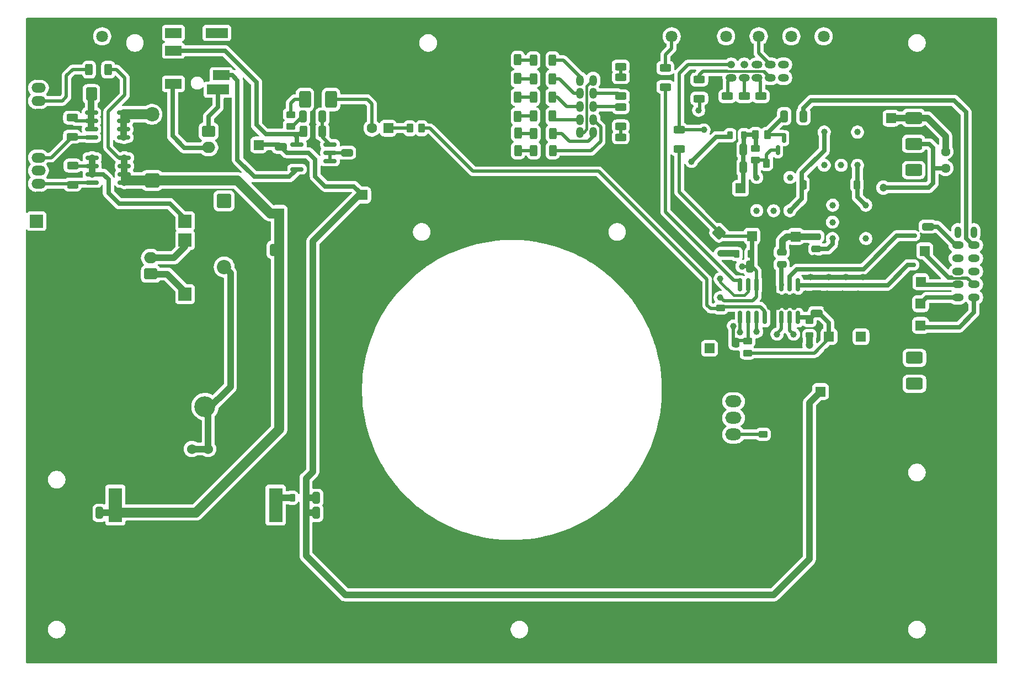
<source format=gbr>
%TF.GenerationSoftware,KiCad,Pcbnew,9.0.5*%
%TF.CreationDate,2025-10-21T17:57:33+02:00*%
%TF.ProjectId,TUNER_KT0936MB9,54554e45-525f-44b5-9430-3933364d4239,rev?*%
%TF.SameCoordinates,Original*%
%TF.FileFunction,Copper,L1,Top*%
%TF.FilePolarity,Positive*%
%FSLAX46Y46*%
G04 Gerber Fmt 4.6, Leading zero omitted, Abs format (unit mm)*
G04 Created by KiCad (PCBNEW 9.0.5) date 2025-10-21 17:57:33*
%MOMM*%
%LPD*%
G01*
G04 APERTURE LIST*
G04 Aperture macros list*
%AMRoundRect*
0 Rectangle with rounded corners*
0 $1 Rounding radius*
0 $2 $3 $4 $5 $6 $7 $8 $9 X,Y pos of 4 corners*
0 Add a 4 corners polygon primitive as box body*
4,1,4,$2,$3,$4,$5,$6,$7,$8,$9,$2,$3,0*
0 Add four circle primitives for the rounded corners*
1,1,$1+$1,$2,$3*
1,1,$1+$1,$4,$5*
1,1,$1+$1,$6,$7*
1,1,$1+$1,$8,$9*
0 Add four rect primitives between the rounded corners*
20,1,$1+$1,$2,$3,$4,$5,0*
20,1,$1+$1,$4,$5,$6,$7,0*
20,1,$1+$1,$6,$7,$8,$9,0*
20,1,$1+$1,$8,$9,$2,$3,0*%
G04 Aperture macros list end*
%TA.AperFunction,ComponentPad*%
%ADD10RoundRect,0.250000X-0.550000X0.550000X-0.550000X-0.550000X0.550000X-0.550000X0.550000X0.550000X0*%
%TD*%
%TA.AperFunction,ComponentPad*%
%ADD11C,1.600000*%
%TD*%
%TA.AperFunction,ComponentPad*%
%ADD12RoundRect,0.250000X0.550000X0.550000X-0.550000X0.550000X-0.550000X-0.550000X0.550000X-0.550000X0*%
%TD*%
%TA.AperFunction,ComponentPad*%
%ADD13RoundRect,0.250000X0.000000X-0.777817X0.777817X0.000000X0.000000X0.777817X-0.777817X0.000000X0*%
%TD*%
%TA.AperFunction,ComponentPad*%
%ADD14RoundRect,0.250000X-0.550000X-0.550000X0.550000X-0.550000X0.550000X0.550000X-0.550000X0.550000X0*%
%TD*%
%TA.AperFunction,ComponentPad*%
%ADD15O,2.200000X1.500000*%
%TD*%
%TA.AperFunction,ComponentPad*%
%ADD16C,2.600000*%
%TD*%
%TA.AperFunction,SMDPad,CuDef*%
%ADD17RoundRect,0.250000X0.625000X-0.312500X0.625000X0.312500X-0.625000X0.312500X-0.625000X-0.312500X0*%
%TD*%
%TA.AperFunction,ComponentPad*%
%ADD18R,1.800000X1.800000*%
%TD*%
%TA.AperFunction,ComponentPad*%
%ADD19C,1.800000*%
%TD*%
%TA.AperFunction,SMDPad,CuDef*%
%ADD20RoundRect,0.250000X-0.250000X-0.475000X0.250000X-0.475000X0.250000X0.475000X-0.250000X0.475000X0*%
%TD*%
%TA.AperFunction,SMDPad,CuDef*%
%ADD21RoundRect,0.218750X0.218750X0.381250X-0.218750X0.381250X-0.218750X-0.381250X0.218750X-0.381250X0*%
%TD*%
%TA.AperFunction,ComponentPad*%
%ADD22C,1.000000*%
%TD*%
%TA.AperFunction,SMDPad,CuDef*%
%ADD23RoundRect,0.250000X-0.312500X-0.625000X0.312500X-0.625000X0.312500X0.625000X-0.312500X0.625000X0*%
%TD*%
%TA.AperFunction,ComponentPad*%
%ADD24RoundRect,0.300000X-0.600000X-1.000000X0.600000X-1.000000X0.600000X1.000000X-0.600000X1.000000X0*%
%TD*%
%TA.AperFunction,ComponentPad*%
%ADD25C,2.500000*%
%TD*%
%TA.AperFunction,ComponentPad*%
%ADD26R,2.000000X2.000000*%
%TD*%
%TA.AperFunction,SMDPad,CuDef*%
%ADD27RoundRect,0.250000X0.450000X-0.262500X0.450000X0.262500X-0.450000X0.262500X-0.450000X-0.262500X0*%
%TD*%
%TA.AperFunction,SMDPad,CuDef*%
%ADD28RoundRect,0.250000X0.325000X0.650000X-0.325000X0.650000X-0.325000X-0.650000X0.325000X-0.650000X0*%
%TD*%
%TA.AperFunction,SMDPad,CuDef*%
%ADD29RoundRect,0.162500X0.825000X0.162500X-0.825000X0.162500X-0.825000X-0.162500X0.825000X-0.162500X0*%
%TD*%
%TA.AperFunction,ComponentPad*%
%ADD30O,2.500000X1.800000*%
%TD*%
%TA.AperFunction,SMDPad,CuDef*%
%ADD31RoundRect,0.250000X0.650000X-0.325000X0.650000X0.325000X-0.650000X0.325000X-0.650000X-0.325000X0*%
%TD*%
%TA.AperFunction,ComponentPad*%
%ADD32O,1.800000X1.200000*%
%TD*%
%TA.AperFunction,ComponentPad*%
%ADD33O,1.000000X1.800000*%
%TD*%
%TA.AperFunction,SMDPad,CuDef*%
%ADD34RoundRect,0.250000X0.262500X0.450000X-0.262500X0.450000X-0.262500X-0.450000X0.262500X-0.450000X0*%
%TD*%
%TA.AperFunction,SMDPad,CuDef*%
%ADD35RoundRect,0.150000X-0.150000X0.850000X-0.150000X-0.850000X0.150000X-0.850000X0.150000X0.850000X0*%
%TD*%
%TA.AperFunction,SMDPad,CuDef*%
%ADD36RoundRect,0.250000X-0.475000X0.250000X-0.475000X-0.250000X0.475000X-0.250000X0.475000X0.250000X0*%
%TD*%
%TA.AperFunction,ComponentPad*%
%ADD37RoundRect,0.249999X0.850001X-0.850001X0.850001X0.850001X-0.850001X0.850001X-0.850001X-0.850001X0*%
%TD*%
%TA.AperFunction,ComponentPad*%
%ADD38C,2.200000*%
%TD*%
%TA.AperFunction,SMDPad,CuDef*%
%ADD39RoundRect,0.250000X0.250000X0.475000X-0.250000X0.475000X-0.250000X-0.475000X0.250000X-0.475000X0*%
%TD*%
%TA.AperFunction,SMDPad,CuDef*%
%ADD40RoundRect,0.150000X-0.825000X-0.150000X0.825000X-0.150000X0.825000X0.150000X-0.825000X0.150000X0*%
%TD*%
%TA.AperFunction,SMDPad,CuDef*%
%ADD41RoundRect,0.250000X-0.625000X0.312500X-0.625000X-0.312500X0.625000X-0.312500X0.625000X0.312500X0*%
%TD*%
%TA.AperFunction,ComponentPad*%
%ADD42O,1.200000X1.700000*%
%TD*%
%TA.AperFunction,SMDPad,CuDef*%
%ADD43RoundRect,0.250000X-0.325000X-0.650000X0.325000X-0.650000X0.325000X0.650000X-0.325000X0.650000X0*%
%TD*%
%TA.AperFunction,SMDPad,CuDef*%
%ADD44RoundRect,0.250000X-0.262500X-0.450000X0.262500X-0.450000X0.262500X0.450000X-0.262500X0.450000X0*%
%TD*%
%TA.AperFunction,ComponentPad*%
%ADD45O,1.700000X1.200000*%
%TD*%
%TA.AperFunction,ComponentPad*%
%ADD46O,1.200000X1.200000*%
%TD*%
%TA.AperFunction,SMDPad,CuDef*%
%ADD47RoundRect,0.250000X0.312500X0.625000X-0.312500X0.625000X-0.312500X-0.625000X0.312500X-0.625000X0*%
%TD*%
%TA.AperFunction,SMDPad,CuDef*%
%ADD48RoundRect,0.218750X-0.381250X0.218750X-0.381250X-0.218750X0.381250X-0.218750X0.381250X0.218750X0*%
%TD*%
%TA.AperFunction,ComponentPad*%
%ADD49C,1.440000*%
%TD*%
%TA.AperFunction,ComponentPad*%
%ADD50RoundRect,0.249999X-0.850001X0.850001X-0.850001X-0.850001X0.850001X-0.850001X0.850001X0.850001X0*%
%TD*%
%TA.AperFunction,ComponentPad*%
%ADD51C,1.524000*%
%TD*%
%TA.AperFunction,ComponentPad*%
%ADD52C,3.200000*%
%TD*%
%TA.AperFunction,SMDPad,CuDef*%
%ADD53RoundRect,0.250000X-0.450000X0.262500X-0.450000X-0.262500X0.450000X-0.262500X0.450000X0.262500X0*%
%TD*%
%TA.AperFunction,SMDPad,CuDef*%
%ADD54R,3.400000X1.500000*%
%TD*%
%TA.AperFunction,SMDPad,CuDef*%
%ADD55R,2.500000X1.500000*%
%TD*%
%TA.AperFunction,SMDPad,CuDef*%
%ADD56RoundRect,0.250000X-0.650000X0.325000X-0.650000X-0.325000X0.650000X-0.325000X0.650000X0.325000X0*%
%TD*%
%TA.AperFunction,SMDPad,CuDef*%
%ADD57RoundRect,0.150000X0.150000X-0.587500X0.150000X0.587500X-0.150000X0.587500X-0.150000X-0.587500X0*%
%TD*%
%TA.AperFunction,ComponentPad*%
%ADD58RoundRect,0.250000X-0.750000X0.600000X-0.750000X-0.600000X0.750000X-0.600000X0.750000X0.600000X0*%
%TD*%
%TA.AperFunction,ComponentPad*%
%ADD59O,2.000000X1.700000*%
%TD*%
%TA.AperFunction,ComponentPad*%
%ADD60RoundRect,0.300000X1.000000X-0.600000X1.000000X0.600000X-1.000000X0.600000X-1.000000X-0.600000X0*%
%TD*%
%TA.AperFunction,ComponentPad*%
%ADD61RoundRect,0.250000X-0.600000X-0.750000X0.600000X-0.750000X0.600000X0.750000X-0.600000X0.750000X0*%
%TD*%
%TA.AperFunction,ComponentPad*%
%ADD62O,1.700000X2.000000*%
%TD*%
%TA.AperFunction,ComponentPad*%
%ADD63RoundRect,0.250000X0.750000X-0.600000X0.750000X0.600000X-0.750000X0.600000X-0.750000X-0.600000X0*%
%TD*%
%TA.AperFunction,ComponentPad*%
%ADD64R,2.100000X3.000000*%
%TD*%
%TA.AperFunction,ViaPad*%
%ADD65C,1.000000*%
%TD*%
%TA.AperFunction,ViaPad*%
%ADD66C,1.500000*%
%TD*%
%TA.AperFunction,ViaPad*%
%ADD67C,1.200000*%
%TD*%
%TA.AperFunction,ViaPad*%
%ADD68C,0.600000*%
%TD*%
%TA.AperFunction,Conductor*%
%ADD69C,0.700000*%
%TD*%
%TA.AperFunction,Conductor*%
%ADD70C,1.000000*%
%TD*%
%TA.AperFunction,Conductor*%
%ADD71C,0.500000*%
%TD*%
%TA.AperFunction,Conductor*%
%ADD72C,0.200000*%
%TD*%
%TA.AperFunction,Conductor*%
%ADD73C,1.500000*%
%TD*%
%TA.AperFunction,Conductor*%
%ADD74C,0.400000*%
%TD*%
G04 APERTURE END LIST*
D10*
%TO.P,C34,1*%
%TO.N,/+3.3V*%
X94000000Y-73671144D03*
D11*
%TO.P,C34,2*%
%TO.N,GND*%
X94000000Y-76171144D03*
%TD*%
D12*
%TO.P,C33,1*%
%TO.N,/VDD+*%
X167928856Y-80300000D03*
D11*
%TO.P,C33,2*%
%TO.N,GND*%
X165428856Y-80300000D03*
%TD*%
D12*
%TO.P,C32,1*%
%TO.N,/DVDD*%
X163178856Y-104850000D03*
D11*
%TO.P,C32,2*%
%TO.N,GND*%
X160678856Y-104850000D03*
%TD*%
D12*
%TO.P,C31,1*%
%TO.N,/VDD*%
X191028856Y-69550000D03*
D11*
%TO.P,C31,2*%
%TO.N,GND*%
X188528856Y-69550000D03*
%TD*%
D13*
%TO.P,C30,1*%
%TO.N,/DVDD*%
X164645938Y-87116515D03*
D11*
%TO.P,C30,2*%
%TO.N,GND*%
X166413705Y-85348748D03*
%TD*%
D10*
%TO.P,C29,1*%
%TO.N,/VDD*%
X186400000Y-103071144D03*
D11*
%TO.P,C29,2*%
%TO.N,GND*%
X186400000Y-105571144D03*
%TD*%
D14*
%TO.P,C13,1*%
%TO.N,/DVDD*%
X169694888Y-87650000D03*
D11*
%TO.P,C13,2*%
%TO.N,GND*%
X172194888Y-87650000D03*
%TD*%
D10*
%TO.P,C11,1*%
%TO.N,/VDD*%
X181500000Y-103044888D03*
D11*
%TO.P,C11,2*%
%TO.N,GND*%
X181500000Y-105544888D03*
%TD*%
D15*
%TO.P,SW2,1,A*%
%TO.N,Net-(Q2-G)*%
X60200000Y-75600000D03*
%TO.P,SW2,2,B*%
%TO.N,Net-(SW2-B)*%
X60200000Y-77600000D03*
%TO.P,SW2,3,C*%
%TO.N,Net-(Q1-G)*%
X60200000Y-79600000D03*
D16*
%TO.P,SW2,4,4*%
%TO.N,GND*%
X60200000Y-73100000D03*
X60200000Y-82100000D03*
%TD*%
D14*
%TO.P,H2,1,1*%
%TO.N,Net-(H2-Pad1)*%
X195550000Y-98000000D03*
%TD*%
D17*
%TO.P,R7,1*%
%TO.N,Net-(Q2-G)*%
X65370000Y-72392500D03*
%TO.P,R7,2*%
%TO.N,/+BATT_3V*%
X65370000Y-69467500D03*
%TD*%
D18*
%TO.P,D5,1,K*%
%TO.N,GND*%
X173180000Y-57000000D03*
D19*
%TO.P,D5,2,A*%
%TO.N,Net-(D5-A)*%
X175720000Y-57000000D03*
%TD*%
D20*
%TO.P,C18,1*%
%TO.N,GND*%
X165340000Y-103975000D03*
%TO.P,C18,2*%
%TO.N,/SPAN*%
X167240000Y-103975000D03*
%TD*%
D21*
%TO.P,FB4,1*%
%TO.N,/DVDD*%
X169462500Y-90400000D03*
%TO.P,FB4,2*%
%TO.N,/+3.3V*%
X167337500Y-90400000D03*
%TD*%
D22*
%TO.P,L5,1*%
%TO.N,Net-(Q3-B)*%
X170412500Y-78650000D03*
%TO.P,L5,2*%
%TO.N,Net-(C23-Pad2)*%
X175512500Y-83750000D03*
%TO.P,L5,3*%
%TO.N,N/C*%
X175512500Y-78650000D03*
%TO.P,L5,4*%
X170412500Y-83725000D03*
%TO.P,L5,5*%
X173012500Y-83750000D03*
%TD*%
D23*
%TO.P,R34,1*%
%TO.N,Net-(R34-Pad1)*%
X136206250Y-71900000D03*
%TO.P,R34,2*%
%TO.N,Net-(J5-Pin_6)*%
X139131250Y-71900000D03*
%TD*%
D24*
%TO.P,RV1,1,GND*%
%TO.N,GND*%
X97100000Y-66680000D03*
%TO.P,RV1,2,SLIDER*%
%TO.N,Net-(RV1-SLIDER)*%
X101100000Y-66680000D03*
%TO.P,RV1,3,INPUT*%
%TO.N,Net-(RV1-INPUT)*%
X105100000Y-66680000D03*
D25*
%TO.P,RV1,4,GND*%
%TO.N,GND*%
X96100000Y-55780000D03*
X106040000Y-55820000D03*
%TD*%
D18*
%TO.P,D6,1,K*%
%TO.N,GND*%
X168180000Y-57000000D03*
D19*
%TO.P,D6,2,A*%
%TO.N,Net-(D6-A)*%
X170720000Y-57000000D03*
%TD*%
D26*
%TO.P,M2,1,__GND-*%
%TO.N,GND*%
X59900000Y-99550000D03*
%TO.P,M2,2,Vin_5V*%
%TO.N,Net-(D1-K)*%
X59900000Y-85350000D03*
%TO.P,M2,3,OUT-*%
%TO.N,GND*%
X82700000Y-99550000D03*
%TO.P,M2,4,BATTERY-*%
%TO.N,/BATTERY-*%
X82700000Y-96550000D03*
%TO.P,M2,5,___BATTERY+*%
%TO.N,/BATTERY+*%
X82700000Y-88250000D03*
%TO.P,M2,6,___OUT+*%
%TO.N,/+CELL_BAT*%
X82700000Y-85350000D03*
%TD*%
D27*
%TO.P,R23,1*%
%TO.N,Net-(Q3-B)*%
X170200000Y-76012500D03*
%TO.P,R23,2*%
%TO.N,/VDD+*%
X170200000Y-74187500D03*
%TD*%
D28*
%TO.P,C20,1*%
%TO.N,/VDD+*%
X168375000Y-74400000D03*
%TO.P,C20,2*%
%TO.N,GND*%
X165425000Y-74400000D03*
%TD*%
D27*
%TO.P,R2,1*%
%TO.N,Net-(C3-Pad2)*%
X98900000Y-70812500D03*
%TO.P,R2,2*%
%TO.N,Net-(RV1-SLIDER)*%
X98900000Y-68987500D03*
%TD*%
D23*
%TO.P,R18,1*%
%TO.N,GND*%
X130836250Y-60600000D03*
%TO.P,R18,2*%
%TO.N,Net-(R18-Pad2)*%
X133761250Y-60600000D03*
%TD*%
D29*
%TO.P,U1,1,SHUTDOWN*%
%TO.N,GND*%
X104937500Y-77385000D03*
%TO.P,U1,2,BYPASS*%
%TO.N,Net-(U1-+IN)*%
X104937500Y-76115000D03*
%TO.P,U1,3,+IN*%
X104937500Y-74845000D03*
%TO.P,U1,4,-IN*%
%TO.N,Net-(U1--IN)*%
X104937500Y-73575000D03*
%TO.P,U1,5,Out-*%
%TO.N,Net-(U1-Out-)*%
X99862500Y-73575000D03*
%TO.P,U1,6,VDD*%
%TO.N,/+3.3V*%
X99862500Y-74845000D03*
%TO.P,U1,7,GND*%
%TO.N,GND*%
X99862500Y-76115000D03*
%TO.P,U1,8,Out+*%
%TO.N,Net-(U1-Out+)*%
X99862500Y-77385000D03*
%TD*%
D30*
%TO.P,SW1,1,A*%
%TO.N,unconnected-(SW1-A-Pad1)*%
X166847927Y-112994882D03*
%TO.P,SW1,2,B*%
%TO.N,/AM{slash}FM*%
X166847927Y-115534882D03*
%TO.P,SW1,3,C*%
%TO.N,Net-(SW1-C)*%
X166847927Y-118074882D03*
D16*
%TO.P,SW1,4,4*%
%TO.N,GND*%
X166847927Y-109264337D03*
X166837707Y-121657390D03*
%TD*%
D23*
%TO.P,R8,1*%
%TO.N,Net-(SW3-C)*%
X67975000Y-62100000D03*
%TO.P,R8,2*%
%TO.N,Net-(D2-K)*%
X70900000Y-62100000D03*
%TD*%
D31*
%TO.P,C4,1*%
%TO.N,Net-(U1-+IN)*%
X107540000Y-74835000D03*
%TO.P,C4,2*%
%TO.N,GND*%
X107540000Y-71885000D03*
%TD*%
D32*
%TO.P,SW5,1,1*%
%TO.N,Net-(H5-Pad1)*%
X203750000Y-97050000D03*
%TO.P,SW5,2,2*%
%TO.N,Net-(H6-Pad1)*%
X203750000Y-95050000D03*
%TO.P,SW5,3,3*%
%TO.N,/AMINP*%
X203750000Y-93050000D03*
%TO.P,SW5,4,4*%
X203750000Y-91050000D03*
%TO.P,SW5,5,5*%
%TO.N,Net-(C15-Pad1)*%
X203750000Y-89050000D03*
D33*
%TO.P,SW5,6,6*%
%TO.N,unconnected-(SW5-Pad6)*%
X203750000Y-87050000D03*
D32*
%TO.P,SW5,7,7*%
%TO.N,Net-(H2-Pad1)*%
X201250000Y-97050000D03*
%TO.P,SW5,8,8*%
%TO.N,Net-(H4-Pad1)*%
X201250000Y-95050000D03*
%TO.P,SW5,9,9*%
%TO.N,/AMINN*%
X201250000Y-93050000D03*
%TO.P,SW5,10,10*%
X201250000Y-91050000D03*
%TO.P,SW5,11,11*%
%TO.N,Net-(C25-Pad2)*%
X201250000Y-89050000D03*
D33*
%TO.P,SW5,12,12*%
%TO.N,unconnected-(SW5-Pad12)*%
X201250000Y-87050000D03*
D25*
%TO.P,SW5,13,13*%
%TO.N,GND*%
X205850000Y-84950000D03*
%TO.P,SW5,14,14*%
X199050000Y-99150000D03*
%TD*%
D34*
%TO.P,R22,1*%
%TO.N,Net-(Q3-C)*%
X172062500Y-72100000D03*
%TO.P,R22,2*%
%TO.N,/VDD+*%
X170237500Y-72100000D03*
%TD*%
D23*
%TO.P,R21,1*%
%TO.N,GND*%
X130806250Y-69250000D03*
%TO.P,R21,2*%
%TO.N,Net-(R21-Pad2)*%
X133731250Y-69250000D03*
%TD*%
%TO.P,R19,1*%
%TO.N,GND*%
X130806250Y-63460000D03*
%TO.P,R19,2*%
%TO.N,Net-(R19-Pad2)*%
X133731250Y-63460000D03*
%TD*%
D18*
%TO.P,D3,1,K*%
%TO.N,GND*%
X154830000Y-57000000D03*
D19*
%TO.P,D3,2,A*%
%TO.N,Net-(D3-A)*%
X157370000Y-57000000D03*
%TD*%
D17*
%TO.P,R37,1*%
%TO.N,GND*%
X149550000Y-75412500D03*
%TO.P,R37,2*%
%TO.N,Net-(R36-Pad1)*%
X149550000Y-72487500D03*
%TD*%
D35*
%TO.P,U2,1,AMINN*%
%TO.N,/AMINN*%
X176760000Y-95135000D03*
%TO.P,U2,2,AMINP*%
%TO.N,/AMINP*%
X175490000Y-95135000D03*
%TO.P,U2,3,RFINP*%
%TO.N,/RFINP*%
X174220000Y-95135000D03*
%TO.P,U2,4,RFGND*%
%TO.N,GND*%
X172950000Y-95135000D03*
%TO.P,U2,5,DVSS*%
X171680000Y-95135000D03*
%TO.P,U2,6,DVDD*%
%TO.N,/DVDD*%
X170410000Y-95135000D03*
%TO.P,U2,7,RF_SW/DATA*%
%TO.N,/RF_SW*%
X169140000Y-95135000D03*
%TO.P,U2,8,TUNING*%
%TO.N,Net-(U2-TUNING)*%
X167870000Y-95135000D03*
%TO.P,U2,9,CHANNEL*%
%TO.N,Net-(RV2-SLIDER)*%
X167870000Y-100135000D03*
%TO.P,U2,10,SPAN*%
%TO.N,/SPAN*%
X169140000Y-100135000D03*
%TO.P,U2,11,AM_FM/CLOCK*%
%TO.N,/AM{slash}FM*%
X170410000Y-100135000D03*
%TO.P,U2,12,AUDIO_OUT*%
%TO.N,Net-(U2-AUDIO_OUT)*%
X171680000Y-100135000D03*
%TO.P,U2,13,AVSS*%
%TO.N,GND*%
X172950000Y-100135000D03*
%TO.P,U2,14,XI/RCK*%
%TO.N,Net-(U2-XI{slash}RCK)*%
X174220000Y-100135000D03*
%TO.P,U2,15,XO*%
%TO.N,Net-(U2-XO)*%
X175490000Y-100135000D03*
%TO.P,U2,16,AVDD*%
%TO.N,/VDD*%
X176760000Y-100135000D03*
%TD*%
D28*
%TO.P,C3,1*%
%TO.N,Net-(U1--IN)*%
X103775000Y-69300000D03*
%TO.P,C3,2*%
%TO.N,Net-(C3-Pad2)*%
X100825000Y-69300000D03*
%TD*%
D10*
%TO.P,C1,1*%
%TO.N,/+3.3V*%
X109950000Y-81347349D03*
D11*
%TO.P,C1,2*%
%TO.N,GND*%
X109950000Y-85147349D03*
%TD*%
D23*
%TO.P,R33,1*%
%TO.N,GND*%
X130856250Y-74500000D03*
%TO.P,R33,2*%
%TO.N,Net-(R32-Pad1)*%
X133781250Y-74500000D03*
%TD*%
%TO.P,R32,1*%
%TO.N,Net-(R32-Pad1)*%
X136206250Y-74500000D03*
%TO.P,R32,2*%
%TO.N,Net-(J5-Pin_7)*%
X139131250Y-74500000D03*
%TD*%
D36*
%TO.P,C24,1*%
%TO.N,Net-(C17-Pad1)*%
X179550000Y-87700000D03*
%TO.P,C24,2*%
%TO.N,Net-(C24-Pad2)*%
X179550000Y-89600000D03*
%TD*%
D28*
%TO.P,C27,1*%
%TO.N,Net-(D2-K)*%
X69575000Y-130100000D03*
%TO.P,C27,2*%
%TO.N,GND*%
X66625000Y-130100000D03*
%TD*%
D17*
%TO.P,R9,1*%
%TO.N,Net-(U2-TUNING)*%
X156400000Y-64762500D03*
%TO.P,R9,2*%
%TO.N,Net-(D3-A)*%
X156400000Y-61837500D03*
%TD*%
D37*
%TO.P,D2,1,K*%
%TO.N,Net-(D2-K)*%
X77630000Y-79110000D03*
D38*
%TO.P,D2,2,A*%
%TO.N,Net-(D2-A)*%
X77630000Y-68950000D03*
%TD*%
D39*
%TO.P,C23,1*%
%TO.N,GND*%
X179450000Y-79750000D03*
%TO.P,C23,2*%
%TO.N,Net-(C23-Pad2)*%
X177550000Y-79750000D03*
%TD*%
D22*
%TO.P,Y1,1,1*%
%TO.N,Net-(U2-XI{slash}RCK)*%
X173530000Y-102685000D03*
%TO.P,Y1,2,2*%
%TO.N,Net-(U2-XO)*%
X176070000Y-102685000D03*
%TD*%
D18*
%TO.P,D8,1,K*%
%TO.N,GND*%
X67430000Y-57000000D03*
D19*
%TO.P,D8,2,A*%
%TO.N,Net-(D8-A)*%
X69970000Y-57000000D03*
%TD*%
D15*
%TO.P,SW3,1,A*%
%TO.N,GND*%
X60200000Y-62900000D03*
%TO.P,SW3,2,B*%
%TO.N,Net-(M3-EN)*%
X60200000Y-64900000D03*
%TO.P,SW3,3,C*%
%TO.N,Net-(SW3-C)*%
X60200000Y-66900000D03*
D16*
%TO.P,SW3,4,4*%
%TO.N,GND*%
X60200000Y-60400000D03*
X60200000Y-69400000D03*
%TD*%
D17*
%TO.P,R17,1*%
%TO.N,Net-(J5-Pin_1)*%
X161600000Y-66550000D03*
%TO.P,R17,2*%
%TO.N,Net-(J6-Pin_2)*%
X161600000Y-63625000D03*
%TD*%
D31*
%TO.P,C2,1*%
%TO.N,GND*%
X97400000Y-76875000D03*
%TO.P,C2,2*%
%TO.N,/+3.3V*%
X97400000Y-73925000D03*
%TD*%
D14*
%TO.P,H6,1,1*%
%TO.N,Net-(H6-Pad1)*%
X196200000Y-89900000D03*
%TD*%
D40*
%TO.P,Q1,1,S*%
%TO.N,/+CELL_BAT*%
X68440000Y-75610000D03*
%TO.P,Q1,2,S*%
X68440000Y-76880000D03*
%TO.P,Q1,3,S*%
X68440000Y-78150000D03*
%TO.P,Q1,4,G*%
%TO.N,Net-(Q1-G)*%
X68440000Y-79420000D03*
%TO.P,Q1,5,D*%
%TO.N,Net-(D2-K)*%
X73390000Y-79420000D03*
%TO.P,Q1,6,D*%
X73390000Y-78150000D03*
%TO.P,Q1,7,D*%
X73390000Y-76880000D03*
%TO.P,Q1,8,D*%
X73390000Y-75610000D03*
%TD*%
D41*
%TO.P,R38,1*%
%TO.N,Net-(R38-Pad1)*%
X149557526Y-63252446D03*
%TO.P,R38,2*%
%TO.N,Net-(J5-Pin_9)*%
X149557526Y-66177446D03*
%TD*%
D27*
%TO.P,R11,1*%
%TO.N,/VDD*%
X169000000Y-105575000D03*
%TO.P,R11,2*%
%TO.N,/SPAN*%
X169000000Y-103750000D03*
%TD*%
D14*
%TO.P,H4,1,1*%
%TO.N,Net-(H4-Pad1)*%
X195600000Y-94650000D03*
%TD*%
D42*
%TO.P,J5,1,Pin_1*%
%TO.N,Net-(J5-Pin_1)*%
X143318750Y-71750000D03*
%TO.P,J5,2,Pin_2*%
%TO.N,Net-(J5-Pin_2)*%
X143318750Y-69750000D03*
%TO.P,J5,3,Pin_3*%
%TO.N,Net-(J5-Pin_3)*%
X143318750Y-67750000D03*
%TO.P,J5,4,Pin_4*%
%TO.N,Net-(J5-Pin_4)*%
X143318750Y-65750000D03*
%TO.P,J5,5,Pin_5*%
%TO.N,Net-(J5-Pin_5)*%
X143318750Y-63750000D03*
%TO.P,J5,6,Pin_6*%
%TO.N,Net-(J5-Pin_6)*%
X145318750Y-71750000D03*
%TO.P,J5,7,Pin_7*%
%TO.N,Net-(J5-Pin_7)*%
X145318750Y-69750000D03*
%TO.P,J5,8,Pin_8*%
%TO.N,Net-(J5-Pin_8)*%
X145318750Y-67750000D03*
%TO.P,J5,9,Pin_9*%
%TO.N,Net-(J5-Pin_9)*%
X145318750Y-65750000D03*
%TO.P,J5,10,Pin_10*%
%TO.N,Net-(J5-Pin_1)*%
X145318750Y-63750000D03*
%TD*%
D43*
%TO.P,C28,1*%
%TO.N,/+3.3V*%
X102850000Y-130100000D03*
%TO.P,C28,2*%
%TO.N,GND*%
X105800000Y-130100000D03*
%TD*%
D28*
%TO.P,C14,1*%
%TO.N,/VDD+*%
X168375000Y-77100000D03*
%TO.P,C14,2*%
%TO.N,GND*%
X165425000Y-77100000D03*
%TD*%
%TO.P,C15,1*%
%TO.N,Net-(C15-Pad1)*%
X177575000Y-69250000D03*
%TO.P,C15,2*%
%TO.N,Net-(Q3-C)*%
X174625000Y-69250000D03*
%TD*%
D23*
%TO.P,R24,1*%
%TO.N,Net-(R18-Pad2)*%
X136156250Y-60650000D03*
%TO.P,R24,2*%
%TO.N,Net-(J5-Pin_5)*%
X139081250Y-60650000D03*
%TD*%
D14*
%TO.P,C26,1*%
%TO.N,/+3.3V*%
X180197349Y-111500000D03*
D11*
%TO.P,C26,2*%
%TO.N,GND*%
X183697349Y-111500000D03*
%TD*%
D18*
%TO.P,D4,1,K*%
%TO.N,GND*%
X178150000Y-57000000D03*
D19*
%TO.P,D4,2,A*%
%TO.N,Net-(D4-A)*%
X180690000Y-57000000D03*
%TD*%
D17*
%TO.P,R4,1*%
%TO.N,Net-(Q1-G)*%
X65440000Y-79742500D03*
%TO.P,R4,2*%
%TO.N,/+CELL_BAT*%
X65440000Y-76817500D03*
%TD*%
D23*
%TO.P,R20,1*%
%TO.N,GND*%
X130806250Y-66330000D03*
%TO.P,R20,2*%
%TO.N,Net-(R20-Pad2)*%
X133731250Y-66330000D03*
%TD*%
D44*
%TO.P,R29,1*%
%TO.N,Net-(C7-Pad1)*%
X117187500Y-71100000D03*
%TO.P,R29,2*%
%TO.N,Net-(U2-AUDIO_OUT)*%
X119012500Y-71100000D03*
%TD*%
D23*
%TO.P,R26,1*%
%TO.N,Net-(R19-Pad2)*%
X136156250Y-63500000D03*
%TO.P,R26,2*%
%TO.N,Net-(J5-Pin_4)*%
X139081250Y-63500000D03*
%TD*%
D45*
%TO.P,J6,1,Pin_1*%
%TO.N,/SPAN*%
X174500000Y-63350000D03*
%TO.P,J6,2,Pin_2*%
%TO.N,Net-(J6-Pin_2)*%
X172500000Y-63350000D03*
%TO.P,J6,3,Pin_3*%
%TO.N,Net-(J6-Pin_3)*%
X170500000Y-63350000D03*
%TO.P,J6,4,Pin_4*%
%TO.N,Net-(J6-Pin_4)*%
X168500000Y-63350000D03*
%TO.P,J6,5,Pin_5*%
%TO.N,Net-(J6-Pin_5)*%
X166500000Y-63350000D03*
%TO.P,J6,6,Pin_6*%
%TO.N,Net-(D7-A)*%
X174500000Y-61350000D03*
%TO.P,J6,7,Pin_7*%
%TO.N,Net-(D6-A)*%
X172500000Y-61350000D03*
%TO.P,J6,8,Pin_8*%
%TO.N,Net-(D5-A)*%
X170500000Y-61350000D03*
D46*
%TO.P,J6,9,Pin_9*%
%TO.N,Net-(D4-A)*%
X168500000Y-61350000D03*
%TO.P,J6,10,Pin_10*%
%TO.N,/SPAN*%
X166500000Y-61350000D03*
%TD*%
D43*
%TO.P,C19,1*%
%TO.N,/+3.3V*%
X102825000Y-127800000D03*
%TO.P,C19,2*%
%TO.N,GND*%
X105775000Y-127800000D03*
%TD*%
D14*
%TO.P,H5,1,1*%
%TO.N,Net-(H5-Pad1)*%
X195550000Y-101350000D03*
%TD*%
D41*
%TO.P,R10,1*%
%TO.N,/SPAN*%
X158500000Y-71337500D03*
%TO.P,R10,2*%
%TO.N,/DVDD*%
X158500000Y-74262500D03*
%TD*%
%TO.P,R39,1*%
%TO.N,GND*%
X149538005Y-58697256D03*
%TO.P,R39,2*%
%TO.N,Net-(R38-Pad1)*%
X149538005Y-61622256D03*
%TD*%
D34*
%TO.P,R25,1*%
%TO.N,GND*%
X173762500Y-76450000D03*
%TO.P,R25,2*%
%TO.N,Net-(Q3-B)*%
X171937500Y-76450000D03*
%TD*%
D47*
%TO.P,R1,1*%
%TO.N,Net-(U1--IN)*%
X103762500Y-71600000D03*
%TO.P,R1,2*%
%TO.N,Net-(U1-Out-)*%
X100837500Y-71600000D03*
%TD*%
D22*
%TO.P,L3,1*%
%TO.N,Net-(C16-Pad2)*%
X187150000Y-82900000D03*
%TO.P,L3,2*%
%TO.N,Net-(C24-Pad2)*%
X182050000Y-88000000D03*
%TO.P,L3,3*%
%TO.N,N/C*%
X187150000Y-88000000D03*
%TO.P,L3,4*%
X182075000Y-82900000D03*
%TO.P,L3,5*%
X182050000Y-85500000D03*
%TD*%
D17*
%TO.P,R36,1*%
%TO.N,Net-(R36-Pad1)*%
X149553535Y-70806159D03*
%TO.P,R36,2*%
%TO.N,Net-(J5-Pin_8)*%
X149553535Y-67881159D03*
%TD*%
D21*
%TO.P,FB1,1*%
%TO.N,/+3.3V*%
X101262500Y-127800000D03*
%TO.P,FB1,2*%
%TO.N,Net-(M3-OUT)*%
X99137500Y-127800000D03*
%TD*%
D28*
%TO.P,C8,1*%
%TO.N,Net-(D2-K)*%
X96275000Y-89750000D03*
%TO.P,C8,2*%
%TO.N,GND*%
X93325000Y-89750000D03*
%TD*%
D48*
%TO.P,FB2,1*%
%TO.N,/VDD*%
X178510000Y-100692500D03*
%TO.P,FB2,2*%
%TO.N,/+3.3V*%
X178510000Y-102817500D03*
%TD*%
D23*
%TO.P,R35,1*%
%TO.N,GND*%
X130856250Y-71800000D03*
%TO.P,R35,2*%
%TO.N,Net-(R34-Pad1)*%
X133781250Y-71800000D03*
%TD*%
D49*
%TO.P,RV4,1,1*%
%TO.N,GND*%
X199400000Y-79740000D03*
%TO.P,RV4,2,2*%
%TO.N,Net-(RV2-SLIDER)*%
X199400000Y-77200000D03*
%TO.P,RV4,3,3*%
%TO.N,/VDD*%
X199400000Y-74660000D03*
%TD*%
D17*
%TO.P,R16,1*%
%TO.N,GND*%
X171050000Y-69112500D03*
%TO.P,R16,2*%
%TO.N,Net-(J6-Pin_3)*%
X171050000Y-66187500D03*
%TD*%
D43*
%TO.P,C12,1*%
%TO.N,/DVDD*%
X169375000Y-92300000D03*
%TO.P,C12,2*%
%TO.N,GND*%
X172325000Y-92300000D03*
%TD*%
D50*
%TO.P,D1,1,K*%
%TO.N,Net-(D1-K)*%
X88700000Y-82220000D03*
D38*
%TO.P,D1,2,A*%
%TO.N,/+5VUSB*%
X88700000Y-92380000D03*
%TD*%
D17*
%TO.P,R13,1*%
%TO.N,GND*%
X165900000Y-69112500D03*
%TO.P,R13,2*%
%TO.N,Net-(J6-Pin_5)*%
X165900000Y-66187500D03*
%TD*%
D51*
%TO.P,M1,1,Vcc*%
%TO.N,/+5VUSB*%
X83750000Y-120300000D03*
X86250000Y-120300000D03*
D52*
X85750000Y-113800000D03*
%TO.P,M1,2,GND*%
%TO.N,GND*%
X85750000Y-108800000D03*
D51*
X83750000Y-102300000D03*
X86250000Y-102300000D03*
%TD*%
D31*
%TO.P,C10,1*%
%TO.N,/VDD*%
X179600000Y-99475000D03*
%TO.P,C10,2*%
%TO.N,GND*%
X179600000Y-96525000D03*
%TD*%
D53*
%TO.P,R3,1*%
%TO.N,Net-(U2-AUDIO_OUT)*%
X164850000Y-98687500D03*
%TO.P,R3,2*%
%TO.N,GND*%
X164850000Y-100512500D03*
%TD*%
D14*
%TO.P,C9,1*%
%TO.N,Net-(D2-K)*%
X97147349Y-84150000D03*
D11*
%TO.P,C9,2*%
%TO.N,GND*%
X100647349Y-84150000D03*
%TD*%
D54*
%TO.P,J2,G*%
%TO.N,unconnected-(J2-PadG)*%
X87575000Y-56475000D03*
D55*
%TO.P,J2,H,Housing*%
%TO.N,unconnected-(J2A-Housing-PadH)*%
X80925000Y-56475000D03*
%TO.P,J2,S1*%
%TO.N,Net-(U1-Out-)*%
X80925000Y-59175000D03*
%TO.P,J2,SN1*%
%TO.N,Net-(J1-Pin_2)*%
X80925000Y-64275000D03*
%TO.P,J2,T1*%
%TO.N,Net-(U1-Out+)*%
X88225000Y-62975000D03*
D54*
%TO.P,J2,TN1*%
%TO.N,Net-(J1-Pin_1)*%
X87775000Y-65175000D03*
%TD*%
D21*
%TO.P,FB3,1*%
%TO.N,/VDD+*%
X168462500Y-72150000D03*
%TO.P,FB3,2*%
%TO.N,/+3.3V*%
X166337500Y-72150000D03*
%TD*%
D23*
%TO.P,R27,1*%
%TO.N,Net-(R20-Pad2)*%
X136136250Y-66330000D03*
%TO.P,R27,2*%
%TO.N,Net-(J5-Pin_3)*%
X139061250Y-66330000D03*
%TD*%
D14*
%TO.P,H1,1,1*%
%TO.N,Net-(C17-Pad1)*%
X176400000Y-87700000D03*
%TD*%
D56*
%TO.P,C25,1*%
%TO.N,GND*%
X196700000Y-83225000D03*
%TO.P,C25,2*%
%TO.N,Net-(C25-Pad2)*%
X196700000Y-86175000D03*
%TD*%
D57*
%TO.P,Q3,1,B*%
%TO.N,Net-(Q3-B)*%
X173650000Y-74475000D03*
%TO.P,Q3,2,E*%
%TO.N,GND*%
X175550000Y-74475000D03*
%TO.P,Q3,3,C*%
%TO.N,Net-(Q3-C)*%
X174600000Y-72600000D03*
%TD*%
D36*
%TO.P,C17,1*%
%TO.N,Net-(C17-Pad1)*%
X174250000Y-90100000D03*
%TO.P,C17,2*%
%TO.N,/RFINP*%
X174250000Y-92000000D03*
%TD*%
D20*
%TO.P,C16,1*%
%TO.N,GND*%
X183900000Y-79750000D03*
%TO.P,C16,2*%
%TO.N,Net-(C16-Pad2)*%
X185800000Y-79750000D03*
%TD*%
D17*
%TO.P,R14,1*%
%TO.N,GND*%
X168500000Y-69112500D03*
%TO.P,R14,2*%
%TO.N,Net-(J6-Pin_4)*%
X168500000Y-66187500D03*
%TD*%
D12*
%TO.P,C7,1*%
%TO.N,Net-(C7-Pad1)*%
X113875113Y-71080000D03*
D11*
%TO.P,C7,2*%
%TO.N,Net-(RV1-INPUT)*%
X111375113Y-71080000D03*
%TD*%
D27*
%TO.P,R6,1*%
%TO.N,GND*%
X171400000Y-119900000D03*
%TO.P,R6,2*%
%TO.N,Net-(SW1-C)*%
X171400000Y-118075000D03*
%TD*%
D58*
%TO.P,J1,1,Pin_1*%
%TO.N,Net-(J1-Pin_1)*%
X86300000Y-71550000D03*
D59*
%TO.P,J1,2,Pin_2*%
%TO.N,Net-(J1-Pin_2)*%
X86300000Y-74050000D03*
%TD*%
D40*
%TO.P,Q2,1,S*%
%TO.N,/+BATT_3V*%
X68335000Y-68695000D03*
%TO.P,Q2,2,S*%
X68335000Y-69965000D03*
%TO.P,Q2,3,S*%
X68335000Y-71235000D03*
%TO.P,Q2,4,G*%
%TO.N,Net-(Q2-G)*%
X68335000Y-72505000D03*
%TO.P,Q2,5,D*%
%TO.N,Net-(D2-A)*%
X73285000Y-72505000D03*
%TO.P,Q2,6,D*%
X73285000Y-71235000D03*
%TO.P,Q2,7,D*%
X73285000Y-69965000D03*
%TO.P,Q2,8,D*%
X73285000Y-68695000D03*
%TD*%
D18*
%TO.P,D7,1,K*%
%TO.N,GND*%
X163180000Y-57000000D03*
D19*
%TO.P,D7,2,A*%
%TO.N,Net-(D7-A)*%
X165720000Y-57000000D03*
%TD*%
D22*
%TO.P,L4,1*%
%TO.N,Net-(C23-Pad2)*%
X180775000Y-71675000D03*
%TO.P,L4,2*%
%TO.N,Net-(C16-Pad2)*%
X185875000Y-76775000D03*
%TO.P,L4,3*%
%TO.N,N/C*%
X185875000Y-71675000D03*
%TO.P,L4,4*%
X180775000Y-76750000D03*
%TO.P,L4,5*%
X183375000Y-76775000D03*
%TD*%
D23*
%TO.P,R28,1*%
%TO.N,Net-(R21-Pad2)*%
X136136250Y-69240000D03*
%TO.P,R28,2*%
%TO.N,Net-(J5-Pin_2)*%
X139061250Y-69240000D03*
%TD*%
D60*
%TO.P,RV3,1,INPUT*%
%TO.N,GND*%
X194620000Y-114300000D03*
%TO.P,RV3,2,SLIDER*%
%TO.N,Net-(RV2-INPUT)*%
X194620000Y-110300000D03*
%TO.P,RV3,3,GND*%
X194620000Y-106300000D03*
D25*
%TO.P,RV3,4,GND*%
%TO.N,GND*%
X205520000Y-115300000D03*
X205480000Y-105360000D03*
%TD*%
D61*
%TO.P,J4,1,Pin_1*%
%TO.N,/+BATT_3V*%
X68315457Y-65824438D03*
D62*
%TO.P,J4,2,Pin_2*%
%TO.N,GND*%
X70815457Y-65824438D03*
%TD*%
D60*
%TO.P,RV2,1,INPUT*%
%TO.N,Net-(RV2-INPUT)*%
X194500000Y-77500000D03*
%TO.P,RV2,2,SLIDER*%
%TO.N,Net-(RV2-SLIDER)*%
X194500000Y-73500000D03*
%TO.P,RV2,3,GND*%
%TO.N,/VDD*%
X194500000Y-69500000D03*
D25*
%TO.P,RV2,4,GND*%
%TO.N,GND*%
X205400000Y-78500000D03*
X205360000Y-68560000D03*
%TD*%
D63*
%TO.P,J3,1,Pin_1*%
%TO.N,/BATTERY-*%
X77435000Y-93450000D03*
D59*
%TO.P,J3,2,Pin_2*%
%TO.N,/BATTERY+*%
X77435000Y-90950000D03*
%TD*%
D64*
%TO.P,M3,1,Vin*%
%TO.N,Net-(D2-K)*%
X72000000Y-127750000D03*
X72000000Y-130050000D03*
%TO.P,M3,2,GND*%
%TO.N,GND*%
X72000000Y-140050000D03*
X72000000Y-142350000D03*
%TO.P,M3,5,OUT*%
%TO.N,Net-(M3-OUT)*%
X96600000Y-127750000D03*
X96600000Y-130050000D03*
%TO.P,M3,6,GND*%
%TO.N,GND*%
X96400000Y-140050000D03*
X96400000Y-142350000D03*
%TD*%
D65*
%TO.N,GND*%
X158800000Y-100155000D03*
X173650000Y-98500000D03*
X149553535Y-76693659D03*
X181170000Y-98755000D03*
X177250000Y-91000000D03*
X199900000Y-69400000D03*
X176100000Y-98500000D03*
X164100000Y-77180000D03*
X172450000Y-98500000D03*
X180700000Y-79750000D03*
X168520000Y-70500000D03*
X164100000Y-74420000D03*
X107200000Y-127800000D03*
X183550000Y-96450000D03*
X95850000Y-76900000D03*
X176800000Y-74900000D03*
X183400000Y-91050000D03*
X196700000Y-81900000D03*
X183550000Y-98700000D03*
X186000000Y-96500000D03*
X182413024Y-99667121D03*
X176050000Y-108800000D03*
X177910000Y-98755000D03*
X181450000Y-93950000D03*
X149553535Y-57393659D03*
X175050000Y-76450000D03*
X164650000Y-101800000D03*
X129488750Y-66280000D03*
X158800000Y-102655000D03*
X172350000Y-90600000D03*
X129528750Y-60620000D03*
X178650000Y-93950000D03*
X106750000Y-77200000D03*
D66*
X63500000Y-70700000D03*
D65*
X171900000Y-103600000D03*
X166450000Y-92300000D03*
X159610000Y-95285000D03*
X179300000Y-91000000D03*
X161000000Y-86150000D03*
X173650000Y-96900000D03*
X176050000Y-96915000D03*
X182600000Y-79750000D03*
X107600000Y-70550000D03*
X177950000Y-96450000D03*
X159630000Y-96665000D03*
X91950000Y-89750000D03*
X173550000Y-108750000D03*
X107200000Y-130100000D03*
X186750000Y-93950000D03*
X129468750Y-74550000D03*
X172250000Y-93750000D03*
X181350000Y-91050000D03*
X165330000Y-105465000D03*
X171400000Y-121100000D03*
X161250000Y-96650000D03*
X172450000Y-96900000D03*
X129568750Y-71900000D03*
X129508750Y-69280000D03*
X129498750Y-63470000D03*
X181250000Y-96450000D03*
X183550000Y-100700000D03*
X174850000Y-96900000D03*
X171000000Y-70500000D03*
X182400000Y-97600000D03*
D66*
X63500000Y-60450000D03*
D65*
X159640000Y-94075000D03*
X174850000Y-98500000D03*
X184100000Y-93950000D03*
X165910000Y-70510000D03*
X184650000Y-97600000D03*
X189300000Y-74500000D03*
%TO.N,/DVDD*%
X164810000Y-97055000D03*
X168150000Y-92300000D03*
%TO.N,/+3.3V*%
X164835000Y-90300000D03*
D67*
X178500000Y-104300000D03*
D65*
X160401250Y-76198750D03*
%TO.N,/SPAN*%
X162320000Y-71350000D03*
X166840000Y-101445000D03*
%TO.N,/AM{slash}FM*%
X170410000Y-102300000D03*
D68*
%TO.N,/AMINP*%
X194650000Y-87600000D03*
%TO.N,/AMINN*%
X194548429Y-92050000D03*
D65*
%TO.N,/RF_SW*%
X164793248Y-94191752D03*
D67*
%TO.N,Net-(RV2-SLIDER)*%
X189850000Y-80200000D03*
D65*
X167870000Y-102385000D03*
%TO.N,Net-(J5-Pin_1)*%
X161500000Y-68350000D03*
%TD*%
D69*
%TO.N,/+3.3V*%
X94031144Y-73640000D02*
X97085000Y-73640000D01*
X94000000Y-73671144D02*
X94031144Y-73640000D01*
%TO.N,/VDD+*%
X168375000Y-77100000D02*
X168375000Y-79953856D01*
D70*
%TO.N,/VDD*%
X191200000Y-69500000D02*
X191100000Y-69600000D01*
X194500000Y-69500000D02*
X191200000Y-69500000D01*
D71*
X179275000Y-105575000D02*
X169000000Y-105575000D01*
X181500000Y-103350000D02*
X179275000Y-105575000D01*
X181500000Y-103044888D02*
X181500000Y-103350000D01*
D70*
%TO.N,/+3.3V*%
X178510000Y-104040000D02*
X178510000Y-103337952D01*
X178510000Y-103337952D02*
X178542254Y-103305698D01*
X178500000Y-104050000D02*
X178510000Y-104040000D01*
X178500000Y-104300000D02*
X178500000Y-104050000D01*
D69*
%TO.N,Net-(U1-Out+)*%
X89975000Y-62975000D02*
X88225000Y-62975000D01*
X90750000Y-75950000D02*
X90750000Y-63750000D01*
X93350000Y-78550000D02*
X90750000Y-75950000D01*
X99862500Y-77385000D02*
X98697500Y-78550000D01*
X98697500Y-78550000D02*
X93350000Y-78550000D01*
X90750000Y-63750000D02*
X89975000Y-62975000D01*
D71*
%TO.N,Net-(Q3-B)*%
X170200000Y-76012500D02*
X171750000Y-76012500D01*
X171937500Y-75112500D02*
X171937500Y-76450000D01*
X173650000Y-74475000D02*
X172575000Y-74475000D01*
X172575000Y-74475000D02*
X171937500Y-75112500D01*
D72*
X171937500Y-76187500D02*
X171937500Y-76450000D01*
X172050000Y-76075000D02*
X171937500Y-76187500D01*
D69*
%TO.N,Net-(Q3-C)*%
X172062500Y-71812500D02*
X172062500Y-72100000D01*
X174625000Y-69250000D02*
X172062500Y-71812500D01*
%TO.N,/VDD+*%
X170237500Y-72100000D02*
X168512500Y-72100000D01*
D71*
%TO.N,/VDD*%
X181500000Y-103044888D02*
X181470000Y-103014888D01*
D70*
X196600000Y-69500000D02*
X199400000Y-72300000D01*
D69*
X179548496Y-99400000D02*
X179950000Y-99400000D01*
X177000000Y-100135000D02*
X178815000Y-100135000D01*
X179950000Y-99400000D02*
X181470000Y-100920000D01*
X179522496Y-99426000D02*
X179548496Y-99400000D01*
D71*
X178490000Y-100075000D02*
X176755000Y-100075000D01*
D70*
X194500000Y-69500000D02*
X196600000Y-69500000D01*
X199400000Y-72300000D02*
X199400000Y-74660000D01*
D69*
X181470000Y-100920000D02*
X181470000Y-102175000D01*
X178815000Y-100135000D02*
X179550000Y-99400000D01*
D71*
X176760000Y-99400000D02*
X176760000Y-100135000D01*
%TO.N,GND*%
X97070000Y-76615000D02*
X97090000Y-76595000D01*
%TO.N,Net-(U1--IN)*%
X103762500Y-69417500D02*
X103762500Y-71420000D01*
X103762500Y-72400000D02*
X104937500Y-73575000D01*
X103762500Y-71420000D02*
X103762500Y-72400000D01*
X103825000Y-69040000D02*
X103825000Y-69355000D01*
%TO.N,Net-(C3-Pad2)*%
X99467500Y-70562500D02*
X100627500Y-69402500D01*
X100627500Y-69402500D02*
X100797500Y-69402500D01*
X98572500Y-70562500D02*
X99467500Y-70562500D01*
%TO.N,Net-(U1-+IN)*%
X104937500Y-76115000D02*
X104937500Y-74845000D01*
X104937500Y-74845000D02*
X107590000Y-74845000D01*
%TO.N,Net-(U2-XO)*%
X175490000Y-102100000D02*
X176030000Y-102640000D01*
X175490000Y-100135000D02*
X175490000Y-102100000D01*
%TO.N,Net-(U2-XI{slash}RCK)*%
X174220000Y-100135000D02*
X174220000Y-101910000D01*
X174220000Y-101910000D02*
X173490000Y-102640000D01*
%TO.N,Net-(U2-AUDIO_OUT)*%
X162800000Y-94300000D02*
X162800000Y-98200000D01*
X119012500Y-71100000D02*
X120300000Y-71100000D01*
X171009999Y-98465000D02*
X171680000Y-99135001D01*
X171009999Y-98465000D02*
X164657500Y-98465000D01*
X126900000Y-77700000D02*
X146200000Y-77700000D01*
X146200000Y-77700000D02*
X162800000Y-94300000D01*
X163325000Y-98725000D02*
X164382500Y-98725000D01*
X120300000Y-71100000D02*
X126900000Y-77700000D01*
X171680000Y-99135001D02*
X171680000Y-100135000D01*
X162800000Y-98200000D02*
X163325000Y-98725000D01*
%TO.N,Net-(D2-K)*%
X73450000Y-66000000D02*
X73450000Y-63350000D01*
D73*
X95750000Y-84150000D02*
X90690000Y-79090000D01*
D71*
X70900000Y-62100000D02*
X70962500Y-62037500D01*
X73390000Y-75610000D02*
X72500000Y-75610000D01*
D73*
X97150000Y-84150000D02*
X95750000Y-84150000D01*
D71*
X70900000Y-74010000D02*
X70900000Y-68550000D01*
D73*
X84350000Y-130050000D02*
X72000000Y-130050000D01*
D71*
X77320000Y-79420000D02*
X77630000Y-79110000D01*
D70*
X77650000Y-79090000D02*
X77630000Y-79110000D01*
X73390000Y-75610000D02*
X73390000Y-79420000D01*
D73*
X90690000Y-79090000D02*
X77650000Y-79090000D01*
X97147349Y-84150000D02*
X97147349Y-117252651D01*
X97147349Y-117252651D02*
X84350000Y-130050000D01*
D70*
X72000000Y-130050000D02*
X69925000Y-130050000D01*
D71*
X73450000Y-63350000D02*
X72200000Y-62100000D01*
X72200000Y-62100000D02*
X70900000Y-62100000D01*
X70900000Y-68550000D02*
X73450000Y-66000000D01*
D73*
X73835000Y-79100000D02*
X77765000Y-79100000D01*
D71*
X72500000Y-75610000D02*
X70900000Y-74010000D01*
%TO.N,/DVDD*%
X170410000Y-96955000D02*
X170410000Y-95135000D01*
X165355000Y-97600000D02*
X169765000Y-97600000D01*
X168200000Y-92250000D02*
X168250000Y-92300000D01*
X169765000Y-97600000D02*
X170410000Y-96955000D01*
X170410000Y-93020000D02*
X170410000Y-95135000D01*
X158500000Y-74262500D02*
X158500000Y-80850000D01*
X169694888Y-92304888D02*
X170410000Y-93020000D01*
X169650000Y-87650000D02*
X169694888Y-87694888D01*
D69*
X169694888Y-87694888D02*
X169694888Y-92304888D01*
D71*
X168250000Y-92300000D02*
X169580000Y-92300000D01*
X165300000Y-87650000D02*
X169650000Y-87650000D01*
X158500000Y-80850000D02*
X165300000Y-87650000D01*
X164810000Y-97055000D02*
X165355000Y-97600000D01*
D69*
%TO.N,/RFINP*%
X174250000Y-95105000D02*
X174220000Y-95135000D01*
X174220000Y-95135000D02*
X174220000Y-92180000D01*
X174220000Y-92180000D02*
X174250000Y-92150000D01*
%TO.N,Net-(Q3-B)*%
X170200000Y-76012500D02*
X170200000Y-78437500D01*
D71*
X170200000Y-78437500D02*
X170412500Y-78650000D01*
D69*
%TO.N,Net-(C15-Pad1)*%
X200700000Y-66800000D02*
X202517337Y-68617337D01*
X203606399Y-89050000D02*
X203750000Y-89050000D01*
X177575000Y-68025000D02*
X178800000Y-66800000D01*
X177575000Y-69250000D02*
X177575000Y-68025000D01*
X202517337Y-87960938D02*
X203606399Y-89050000D01*
X178800000Y-66800000D02*
X200700000Y-66800000D01*
X202517337Y-68617337D02*
X202517337Y-87960938D01*
D70*
%TO.N,Net-(C17-Pad1)*%
X174350000Y-88350000D02*
X175000000Y-87700000D01*
X174350000Y-90075000D02*
X174350000Y-88350000D01*
X174325000Y-90100000D02*
X174350000Y-90075000D01*
X176400000Y-87700000D02*
X179550000Y-87700000D01*
X175000000Y-87700000D02*
X176400000Y-87700000D01*
D69*
%TO.N,Net-(C16-Pad2)*%
X185875000Y-81625000D02*
X187150000Y-82900000D01*
X185850000Y-79600000D02*
X185700000Y-79750000D01*
X185875000Y-76775000D02*
X185875000Y-81625000D01*
X185875000Y-76775000D02*
X185850000Y-76800000D01*
D70*
%TO.N,/+5VUSB*%
X86250000Y-114300000D02*
X86250000Y-120300000D01*
X85925000Y-114500000D02*
X85900000Y-114500000D01*
X89660000Y-110765000D02*
X85925000Y-114500000D01*
X85750000Y-113800000D02*
X86250000Y-114300000D01*
X83750000Y-120300000D02*
X86250000Y-120300000D01*
X89660000Y-93340000D02*
X89660000Y-110765000D01*
X88900000Y-92580000D02*
X89660000Y-93340000D01*
D73*
%TO.N,Net-(D2-A)*%
X77630000Y-68950000D02*
X73540000Y-68950000D01*
D70*
X73285000Y-68695000D02*
X73285000Y-72505000D01*
D71*
X73540000Y-68950000D02*
X73285000Y-68695000D01*
%TO.N,Net-(D3-A)*%
X157370000Y-57000000D02*
X157370000Y-58830000D01*
X157370000Y-58830000D02*
X156400000Y-59800000D01*
X156400000Y-59800000D02*
X156400000Y-61837500D01*
%TO.N,Net-(D6-A)*%
X170720000Y-56750000D02*
X170720000Y-59570000D01*
X170720000Y-59570000D02*
X172500000Y-61350000D01*
D70*
%TO.N,/+3.3V*%
X173000000Y-142700000D02*
X178500000Y-137200000D01*
X102300000Y-88450000D02*
X102300000Y-123775000D01*
X102825000Y-127800000D02*
X101262500Y-127800000D01*
D71*
X97085000Y-73640000D02*
X97090000Y-73645000D01*
D69*
X99862500Y-74845000D02*
X101615000Y-74845000D01*
X108602651Y-80000000D02*
X109950000Y-81347349D01*
D70*
X178500000Y-113200000D02*
X180197349Y-111502651D01*
X102300000Y-123775000D02*
X101262500Y-124812500D01*
X101262500Y-136662500D02*
X107300000Y-142700000D01*
D69*
X102670000Y-78470000D02*
X104200000Y-80000000D01*
D70*
X180197349Y-111502651D02*
X180197349Y-111500000D01*
D69*
X104200000Y-80000000D02*
X108602651Y-80000000D01*
X98290000Y-74845000D02*
X99862500Y-74845000D01*
D70*
X109402651Y-81347349D02*
X102300000Y-88450000D01*
X101262500Y-124812500D02*
X101262500Y-127800000D01*
X101262500Y-127800000D02*
X101262500Y-130100000D01*
X101262500Y-130100000D02*
X101262500Y-136662500D01*
D69*
X102670000Y-75900000D02*
X102670000Y-78470000D01*
D70*
X109950000Y-81347349D02*
X109402651Y-81347349D01*
D69*
X164200000Y-72400000D02*
X166368750Y-72400000D01*
D70*
X107300000Y-142700000D02*
X173000000Y-142700000D01*
D69*
X101615000Y-74845000D02*
X102670000Y-75900000D01*
D70*
X178500000Y-137200000D02*
X178500000Y-113200000D01*
X102850000Y-130100000D02*
X101262500Y-130100000D01*
X164835000Y-90300000D02*
X167262500Y-90300000D01*
D69*
X160401250Y-76198750D02*
X164200000Y-72400000D01*
X97085000Y-73640000D02*
X98290000Y-74845000D01*
%TO.N,Net-(J1-Pin_2)*%
X82620000Y-74100000D02*
X80790000Y-72270000D01*
X85930000Y-74100000D02*
X82620000Y-74100000D01*
X80790000Y-72270000D02*
X80790000Y-64410000D01*
X80790000Y-64410000D02*
X80925000Y-64275000D01*
%TO.N,Net-(J1-Pin_1)*%
X86300000Y-69300000D02*
X86300000Y-71550000D01*
X87775000Y-65175000D02*
X87700000Y-65250000D01*
X87775000Y-65175000D02*
X87775000Y-67825000D01*
X87775000Y-67825000D02*
X86300000Y-69300000D01*
D71*
%TO.N,Net-(U1-Out+)*%
X88094000Y-62534000D02*
X88145000Y-62585000D01*
D69*
%TO.N,Net-(U1-Out-)*%
X95080000Y-72000000D02*
X99467500Y-72000000D01*
X88805000Y-59175000D02*
X93660000Y-64030000D01*
X99862500Y-73575000D02*
X99862500Y-72395000D01*
X93660000Y-70580000D02*
X95080000Y-72000000D01*
X99467500Y-72000000D02*
X100257500Y-72000000D01*
X80925000Y-59175000D02*
X80845000Y-59095000D01*
X100257500Y-72000000D02*
X100837500Y-71420000D01*
X99467500Y-72000000D02*
X99862500Y-72395000D01*
X80925000Y-59175000D02*
X88805000Y-59175000D01*
X93660000Y-64030000D02*
X93660000Y-70580000D01*
D70*
%TO.N,/BATTERY+*%
X82700000Y-89250000D02*
X82700000Y-88650000D01*
X77455000Y-90970000D02*
X80980000Y-90970000D01*
X80980000Y-90970000D02*
X82700000Y-89250000D01*
X77400000Y-91250000D02*
X77420000Y-91270000D01*
%TO.N,/BATTERY-*%
X77455000Y-93470000D02*
X79995000Y-93470000D01*
X82700000Y-96175000D02*
X82700000Y-96950000D01*
X79995000Y-93470000D02*
X82700000Y-96175000D01*
%TO.N,/+BATT_3V*%
X68300000Y-65839895D02*
X68300000Y-71040000D01*
D71*
X68335000Y-69965000D02*
X65901250Y-69965000D01*
X65901250Y-69965000D02*
X65366250Y-69430000D01*
D70*
X68315457Y-65824438D02*
X68300000Y-65839895D01*
D69*
%TO.N,/+CELL_BAT*%
X70940000Y-81040000D02*
X70940000Y-78940000D01*
X72550000Y-82650000D02*
X70940000Y-81040000D01*
D71*
X65633750Y-76890000D02*
X68466250Y-76890000D01*
D69*
X70150000Y-78150000D02*
X68440000Y-78150000D01*
X82700000Y-84975000D02*
X80375000Y-82650000D01*
X70940000Y-78940000D02*
X70150000Y-78150000D01*
D70*
X68440000Y-75610000D02*
X68440000Y-78150000D01*
D69*
X80375000Y-82650000D02*
X72550000Y-82650000D01*
D71*
%TO.N,Net-(Q1-G)*%
X60200000Y-79600000D02*
X65297500Y-79600000D01*
X65596250Y-79430000D02*
X68043750Y-79430000D01*
X65297500Y-79600000D02*
X65440000Y-79742500D01*
%TO.N,Net-(Q2-G)*%
X65370000Y-72392500D02*
X62162500Y-75600000D01*
X68335000Y-72505000D02*
X65677500Y-72505000D01*
X62162500Y-75600000D02*
X60200000Y-75600000D01*
%TO.N,Net-(U2-TUNING)*%
X166900000Y-94400000D02*
X167750000Y-94400000D01*
X156400000Y-65262500D02*
X156400000Y-83900000D01*
X156400000Y-83900000D02*
X166900000Y-94400000D01*
%TO.N,/SPAN*%
X158540000Y-62660000D02*
X158540000Y-71365000D01*
X166840000Y-101445000D02*
X166840000Y-104400000D01*
X169140000Y-103762500D02*
X169140000Y-100135000D01*
X162307500Y-71337500D02*
X158500000Y-71337500D01*
X166500000Y-61350000D02*
X159850000Y-61350000D01*
X158540000Y-71365000D02*
X158550000Y-71375000D01*
X162320000Y-71350000D02*
X162307500Y-71337500D01*
X168960000Y-103942500D02*
X169140000Y-103762500D01*
X167515000Y-103700000D02*
X168797500Y-103700000D01*
X159850000Y-61350000D02*
X158540000Y-62660000D01*
%TO.N,Net-(R18-Pad2)*%
X136156250Y-60650000D02*
X133811250Y-60650000D01*
%TO.N,Net-(R19-Pad2)*%
X136156250Y-63500000D02*
X133771250Y-63500000D01*
%TO.N,Net-(R20-Pad2)*%
X136136250Y-66330000D02*
X133731250Y-66330000D01*
%TO.N,Net-(R21-Pad2)*%
X136136250Y-69240000D02*
X133741250Y-69240000D01*
D69*
%TO.N,Net-(C24-Pad2)*%
X182050000Y-88100000D02*
X182050000Y-88000000D01*
X182050000Y-88850000D02*
X182050000Y-88000000D01*
X179550000Y-89600000D02*
X181300000Y-89600000D01*
X181300000Y-89600000D02*
X182050000Y-88850000D01*
D71*
%TO.N,/AM{slash}FM*%
X170410000Y-100135000D02*
X170410000Y-102300000D01*
D69*
%TO.N,/AMINP*%
X191900000Y-87600000D02*
X186800000Y-92700000D01*
X186800000Y-92700000D02*
X176585000Y-92700000D01*
X176585000Y-92700000D02*
X175490000Y-93795000D01*
X175490000Y-93795000D02*
X175490000Y-95135000D01*
X194650000Y-87600000D02*
X191900000Y-87600000D01*
%TO.N,/AMINN*%
X193600000Y-92050000D02*
X190500000Y-95150000D01*
X194548429Y-92050000D02*
X193600000Y-92050000D01*
X190400000Y-95200000D02*
X176900000Y-95200000D01*
D74*
%TO.N,/RF_SW*%
X166895000Y-96750000D02*
X168524999Y-96750000D01*
X164793248Y-94191752D02*
X164810000Y-94208504D01*
X164810000Y-94208504D02*
X164810000Y-94665000D01*
X164810000Y-94665000D02*
X166895000Y-96750000D01*
X168524999Y-96750000D02*
X169140000Y-96134999D01*
D69*
%TO.N,Net-(C25-Pad2)*%
X201500000Y-88900000D02*
X200900000Y-88900000D01*
X200900000Y-88900000D02*
X198175000Y-86175000D01*
X198175000Y-86175000D02*
X196700000Y-86175000D01*
%TO.N,Net-(H2-Pad1)*%
X196500000Y-97050000D02*
X201250000Y-97050000D01*
X195550000Y-98000000D02*
X196500000Y-97050000D01*
%TO.N,Net-(H4-Pad1)*%
X200850000Y-95100000D02*
X196150000Y-95100000D01*
X201250000Y-95050000D02*
X201100000Y-94900000D01*
D71*
%TO.N,Net-(R32-Pad1)*%
X136056250Y-74550000D02*
X134031250Y-74550000D01*
X134031250Y-74550000D02*
X133831250Y-74350000D01*
X136256250Y-74350000D02*
X136056250Y-74550000D01*
D70*
%TO.N,Net-(M3-OUT)*%
X99000000Y-127800000D02*
X96512500Y-127800000D01*
X96650000Y-127800000D02*
X96600000Y-127750000D01*
D69*
%TO.N,Net-(H5-Pad1)*%
X203750000Y-99350000D02*
X203750000Y-97050000D01*
X196300000Y-101600000D02*
X201500000Y-101600000D01*
X201500000Y-101600000D02*
X203750000Y-99350000D01*
X203750000Y-97050000D02*
X203900000Y-96900000D01*
D71*
%TO.N,Net-(H6-Pad1)*%
X203750000Y-95050000D02*
X202750000Y-94050000D01*
D69*
X196200000Y-89900000D02*
X196200000Y-90400000D01*
X196200000Y-90400000D02*
X199840497Y-94040497D01*
D74*
X200550000Y-94050000D02*
X201913880Y-94050000D01*
D71*
X202750000Y-94050000D02*
X201913880Y-94050000D01*
D69*
X199840497Y-94040497D02*
X200239342Y-94040497D01*
%TO.N,/VDD+*%
X168375000Y-77100000D02*
X168375000Y-74905000D01*
X168400000Y-72350000D02*
X168400000Y-74372500D01*
X170287500Y-72400000D02*
X170287500Y-74100000D01*
X168375000Y-74905000D02*
X168525000Y-74755000D01*
%TO.N,Net-(RV2-SLIDER)*%
X197500000Y-77300000D02*
X197500000Y-74100000D01*
X197600000Y-77200000D02*
X197500000Y-77300000D01*
X197500000Y-74100000D02*
X196900000Y-73500000D01*
D71*
X167870000Y-102385000D02*
X167870000Y-100135000D01*
D69*
X196900000Y-73500000D02*
X194500000Y-73500000D01*
X199400000Y-77200000D02*
X197600000Y-77200000D01*
X196800000Y-80200000D02*
X197500000Y-79500000D01*
X197500000Y-79500000D02*
X197500000Y-77300000D01*
X189850000Y-80200000D02*
X196800000Y-80200000D01*
D71*
%TO.N,Net-(C7-Pad1)*%
X117167500Y-71080000D02*
X117187500Y-71100000D01*
X113875113Y-71080000D02*
X117167500Y-71080000D01*
%TO.N,Net-(R34-Pad1)*%
X135906250Y-71950000D02*
X134231250Y-71950000D01*
D69*
%TO.N,Net-(C23-Pad2)*%
X180775000Y-74525000D02*
X180775000Y-71675000D01*
X177350000Y-77950000D02*
X180775000Y-74525000D01*
X177350000Y-81912500D02*
X177350000Y-77950000D01*
X175512500Y-83750000D02*
X177350000Y-81912500D01*
D71*
%TO.N,Net-(J5-Pin_8)*%
X148937500Y-67750000D02*
X145318750Y-67750000D01*
%TO.N,Net-(J5-Pin_1)*%
X161650000Y-68200000D02*
X161650000Y-66800000D01*
X161500000Y-68350000D02*
X161650000Y-68200000D01*
D74*
X143868750Y-71700000D02*
X144318750Y-71250000D01*
X144318750Y-71250000D02*
X144318750Y-64600000D01*
X144318750Y-64600000D02*
X145168750Y-63750000D01*
D71*
%TO.N,Net-(J5-Pin_3)*%
X141268750Y-67750000D02*
X143318750Y-67750000D01*
X139848750Y-66330000D02*
X141268750Y-67750000D01*
X139061250Y-66330000D02*
X139848750Y-66330000D01*
%TO.N,Net-(J5-Pin_9)*%
X149130080Y-65750000D02*
X149557526Y-66177446D01*
X145318750Y-65750000D02*
X149130080Y-65750000D01*
%TO.N,Net-(J5-Pin_7)*%
X145318750Y-69750000D02*
X146468750Y-70900000D01*
X146468750Y-70900000D02*
X146468750Y-73100000D01*
X146468750Y-73100000D02*
X145018750Y-74550000D01*
X145018750Y-74550000D02*
X139381250Y-74550000D01*
%TO.N,Net-(J5-Pin_2)*%
X143288750Y-69780000D02*
X143318750Y-69750000D01*
X139601250Y-69780000D02*
X143288750Y-69780000D01*
X139061250Y-69240000D02*
X139601250Y-69780000D01*
%TO.N,Net-(J5-Pin_5)*%
X140768750Y-60650000D02*
X139081250Y-60650000D01*
X143318750Y-63750000D02*
X143318750Y-63200000D01*
X143318750Y-63200000D02*
X140768750Y-60650000D01*
%TO.N,Net-(J5-Pin_4)*%
X140118750Y-63500000D02*
X139081250Y-63500000D01*
X143318750Y-65750000D02*
X142368750Y-65750000D01*
X142368750Y-65750000D02*
X140118750Y-63500000D01*
%TO.N,Net-(J5-Pin_6)*%
X140518750Y-71900000D02*
X139481250Y-71900000D01*
X144568750Y-73100000D02*
X141718750Y-73100000D01*
X145318750Y-72350000D02*
X144568750Y-73100000D01*
X141718750Y-73100000D02*
X140518750Y-71900000D01*
X145318750Y-71750000D02*
X145318750Y-72350000D01*
%TO.N,Net-(J6-Pin_4)*%
X168500000Y-65987500D02*
X168300000Y-66187500D01*
X168500000Y-63350000D02*
X168500000Y-65987500D01*
D74*
%TO.N,Net-(J6-Pin_2)*%
X171530250Y-62350000D02*
X165750000Y-62350000D01*
D71*
X162150000Y-62350000D02*
X161600000Y-62900000D01*
X161600000Y-62900000D02*
X161600000Y-63625000D01*
X165900000Y-62350000D02*
X162150000Y-62350000D01*
X172500000Y-63350000D02*
X171549000Y-62399000D01*
%TO.N,Net-(J6-Pin_3)*%
X171000000Y-63850000D02*
X171000000Y-66187500D01*
X170500000Y-63350000D02*
X171000000Y-63850000D01*
%TO.N,Net-(J6-Pin_5)*%
X165950000Y-63900000D02*
X165950000Y-65987500D01*
X166500000Y-63350000D02*
X165950000Y-63900000D01*
%TO.N,Net-(SW3-C)*%
X63850000Y-66900000D02*
X64500000Y-66250000D01*
X60200000Y-66900000D02*
X63850000Y-66900000D01*
X65450000Y-62100000D02*
X67975000Y-62100000D01*
X64500000Y-63050000D02*
X65450000Y-62100000D01*
X64500000Y-66250000D02*
X64500000Y-63050000D01*
%TO.N,Net-(R36-Pad1)*%
X149553535Y-70806159D02*
X149553535Y-72483965D01*
%TO.N,Net-(R38-Pad1)*%
X149553535Y-61637786D02*
X149553535Y-62881159D01*
%TO.N,Net-(RV1-INPUT)*%
X111375113Y-67375113D02*
X111375113Y-71080000D01*
X105100000Y-66650000D02*
X110650000Y-66650000D01*
X110650000Y-66650000D02*
X111375113Y-67375113D01*
X105110000Y-66640000D02*
X105100000Y-66650000D01*
%TO.N,Net-(RV1-SLIDER)*%
X98850000Y-68607500D02*
X98720000Y-68737500D01*
X99510000Y-66650000D02*
X98900000Y-67260000D01*
X101100000Y-66650000D02*
X99510000Y-66650000D01*
X98900000Y-67260000D02*
X98900000Y-68948750D01*
%TO.N,Net-(SW1-C)*%
X171395000Y-118080000D02*
X171400000Y-118075000D01*
X166800000Y-118080000D02*
X171395000Y-118080000D01*
%TO.N,Net-(Q3-C)*%
X172062500Y-72100000D02*
X174450000Y-72100000D01*
%TD*%
%TA.AperFunction,Conductor*%
%TO.N,GND*%
G36*
X166636505Y-91320185D02*
G01*
X166657147Y-91336819D01*
X166669608Y-91349280D01*
X166669612Y-91349283D01*
X166812704Y-91437544D01*
X166812707Y-91437545D01*
X166812713Y-91437549D01*
X166972315Y-91490436D01*
X167070826Y-91500500D01*
X167248929Y-91500500D01*
X167315968Y-91520185D01*
X167361723Y-91572989D01*
X167371667Y-91642147D01*
X167352031Y-91693391D01*
X167263371Y-91826079D01*
X167263364Y-91826092D01*
X167187950Y-92008160D01*
X167187947Y-92008170D01*
X167149500Y-92201456D01*
X167149500Y-92201459D01*
X167149500Y-92398541D01*
X167149500Y-92398543D01*
X167149499Y-92398543D01*
X167187947Y-92591829D01*
X167187950Y-92591839D01*
X167263364Y-92773907D01*
X167263371Y-92773920D01*
X167372860Y-92937781D01*
X167372863Y-92937785D01*
X167512214Y-93077136D01*
X167512218Y-93077139D01*
X167676079Y-93186628D01*
X167676092Y-93186635D01*
X167808451Y-93241459D01*
X167858165Y-93262051D01*
X167858169Y-93262051D01*
X167858170Y-93262052D01*
X168051456Y-93300500D01*
X168051459Y-93300500D01*
X168248542Y-93300500D01*
X168285060Y-93293236D01*
X168354651Y-93299463D01*
X168409829Y-93342325D01*
X168414791Y-93349757D01*
X168457287Y-93418655D01*
X168581344Y-93542712D01*
X168595515Y-93551453D01*
X168618147Y-93576616D01*
X168641223Y-93601332D01*
X168641437Y-93602510D01*
X168642239Y-93603402D01*
X168647671Y-93636788D01*
X168653725Y-93670074D01*
X168653267Y-93671182D01*
X168653460Y-93672364D01*
X168639985Y-93703375D01*
X168627077Y-93734662D01*
X168625977Y-93735615D01*
X168625616Y-93736446D01*
X168601279Y-93758748D01*
X168597491Y-93761385D01*
X168588135Y-93766919D01*
X168584899Y-93770154D01*
X168575862Y-93776448D01*
X168552747Y-93784177D01*
X168531358Y-93795857D01*
X168520205Y-93795059D01*
X168509599Y-93798606D01*
X168485975Y-93792611D01*
X168461666Y-93790873D01*
X168450275Y-93783552D01*
X168441876Y-93781421D01*
X168434250Y-93773253D01*
X168429296Y-93770069D01*
X168428031Y-93771702D01*
X168421862Y-93766917D01*
X168337539Y-93717049D01*
X168280398Y-93683256D01*
X168280397Y-93683255D01*
X168280396Y-93683255D01*
X168280393Y-93683254D01*
X168122573Y-93637402D01*
X168122567Y-93637401D01*
X168085701Y-93634500D01*
X168085694Y-93634500D01*
X167654306Y-93634500D01*
X167654298Y-93634500D01*
X167617432Y-93637401D01*
X167602946Y-93641610D01*
X167592736Y-93644576D01*
X167558143Y-93649500D01*
X167262229Y-93649500D01*
X167195190Y-93629815D01*
X167174548Y-93613181D01*
X165073548Y-91512181D01*
X165040063Y-91450858D01*
X165045047Y-91381166D01*
X165086919Y-91325233D01*
X165152383Y-91300816D01*
X165161229Y-91300500D01*
X166569466Y-91300500D01*
X166636505Y-91320185D01*
G37*
%TD.AperFunction*%
%TA.AperFunction,Conductor*%
G36*
X157278814Y-75090408D02*
G01*
X157292147Y-75088492D01*
X157312290Y-75097691D01*
X157333927Y-75102398D01*
X157351652Y-75115666D01*
X157355703Y-75117517D01*
X157362181Y-75123549D01*
X157406344Y-75167712D01*
X157555666Y-75259814D01*
X157664505Y-75295879D01*
X157721949Y-75335652D01*
X157748772Y-75400167D01*
X157749500Y-75413585D01*
X157749500Y-80923918D01*
X157749500Y-80923920D01*
X157749499Y-80923920D01*
X157778340Y-81068907D01*
X157778343Y-81068917D01*
X157819938Y-81169336D01*
X157834916Y-81205495D01*
X157842739Y-81217203D01*
X157865904Y-81251873D01*
X157917049Y-81328418D01*
X157917052Y-81328421D01*
X163191260Y-86602627D01*
X163224745Y-86663950D01*
X163219761Y-86733642D01*
X163214390Y-86745958D01*
X163158080Y-86858082D01*
X163117621Y-87028786D01*
X163117620Y-87028797D01*
X163117620Y-87204232D01*
X163117621Y-87204243D01*
X163158080Y-87374947D01*
X163236817Y-87531729D01*
X163250514Y-87548543D01*
X163302075Y-87611837D01*
X164150616Y-88460376D01*
X164230723Y-88525635D01*
X164387505Y-88604372D01*
X164558217Y-88644833D01*
X164558220Y-88644833D01*
X164733656Y-88644833D01*
X164733659Y-88644833D01*
X164904371Y-88604372D01*
X165061153Y-88525635D01*
X165141260Y-88460378D01*
X165151139Y-88450499D01*
X165164820Y-88436819D01*
X165226143Y-88403334D01*
X165252501Y-88400500D01*
X165373917Y-88400500D01*
X168331155Y-88400500D01*
X168398194Y-88420185D01*
X168443949Y-88472989D01*
X168448860Y-88485494D01*
X168460072Y-88519328D01*
X168460075Y-88519336D01*
X168475471Y-88544297D01*
X168552176Y-88668656D01*
X168676232Y-88792712D01*
X168785485Y-88860099D01*
X168832209Y-88912047D01*
X168844388Y-88965638D01*
X168844388Y-89351325D01*
X168824703Y-89418364D01*
X168797301Y-89448590D01*
X168794610Y-89450717D01*
X168675716Y-89569612D01*
X168587455Y-89712704D01*
X168587450Y-89712715D01*
X168569485Y-89766930D01*
X168534564Y-89872315D01*
X168534564Y-89872316D01*
X168534563Y-89872316D01*
X168524500Y-89970818D01*
X168524500Y-90829181D01*
X168534564Y-90927688D01*
X168554405Y-90987565D01*
X168554710Y-90996447D01*
X168558700Y-91004392D01*
X168555892Y-91030829D01*
X168556806Y-91057394D01*
X168552066Y-91066862D01*
X168551322Y-91073871D01*
X168540255Y-91090456D01*
X168533352Y-91104248D01*
X168529129Y-91109502D01*
X168457288Y-91181344D01*
X168410743Y-91256803D01*
X168405904Y-91262826D01*
X168383308Y-91278557D01*
X168362840Y-91296968D01*
X168355045Y-91298236D01*
X168348564Y-91302749D01*
X168321050Y-91303767D01*
X168293878Y-91308189D01*
X168285060Y-91306763D01*
X168274930Y-91304748D01*
X168213019Y-91272363D01*
X168178445Y-91211647D01*
X168182184Y-91141878D01*
X168193577Y-91118043D01*
X168212549Y-91087287D01*
X168265436Y-90927685D01*
X168275500Y-90829174D01*
X168275500Y-89970826D01*
X168265436Y-89872315D01*
X168212549Y-89712713D01*
X168212545Y-89712707D01*
X168212544Y-89712704D01*
X168124283Y-89569612D01*
X168124280Y-89569608D01*
X168005391Y-89450719D01*
X168005387Y-89450716D01*
X167862295Y-89362455D01*
X167862289Y-89362452D01*
X167862287Y-89362451D01*
X167702685Y-89309564D01*
X167702683Y-89309563D01*
X167604181Y-89299500D01*
X167604174Y-89299500D01*
X167361041Y-89299500D01*
X164933541Y-89299500D01*
X164736459Y-89299500D01*
X164736457Y-89299500D01*
X164543170Y-89337947D01*
X164543160Y-89337950D01*
X164361092Y-89413364D01*
X164361079Y-89413371D01*
X164197218Y-89522860D01*
X164197214Y-89522863D01*
X164057863Y-89662214D01*
X164057860Y-89662218D01*
X163948371Y-89826079D01*
X163948364Y-89826092D01*
X163872950Y-90008160D01*
X163872946Y-90008174D01*
X163867865Y-90033715D01*
X163835478Y-90095625D01*
X163774761Y-90130197D01*
X163704991Y-90126454D01*
X163658568Y-90097200D01*
X157186819Y-83625451D01*
X157153334Y-83564128D01*
X157150500Y-83537770D01*
X157150500Y-75211230D01*
X157156738Y-75189984D01*
X157158318Y-75167896D01*
X157166390Y-75157112D01*
X157170185Y-75144191D01*
X157186918Y-75129691D01*
X157200190Y-75111963D01*
X157212810Y-75107255D01*
X157222989Y-75098436D01*
X157244906Y-75095284D01*
X157265654Y-75087546D01*
X157278814Y-75090408D01*
G37*
%TD.AperFunction*%
%TA.AperFunction,Conductor*%
G36*
X207232539Y-54180185D02*
G01*
X207278294Y-54232989D01*
X207289500Y-54284500D01*
X207289500Y-153035500D01*
X207269815Y-153102539D01*
X207217011Y-153148294D01*
X207165500Y-153159500D01*
X58414500Y-153159500D01*
X58347461Y-153139815D01*
X58301706Y-153087011D01*
X58290500Y-153035500D01*
X58290500Y-147893713D01*
X61649500Y-147893713D01*
X61649500Y-148106286D01*
X61682753Y-148316239D01*
X61748444Y-148518414D01*
X61844951Y-148707820D01*
X61969890Y-148879786D01*
X62120213Y-149030109D01*
X62292179Y-149155048D01*
X62292181Y-149155049D01*
X62292184Y-149155051D01*
X62481588Y-149251557D01*
X62683757Y-149317246D01*
X62893713Y-149350500D01*
X62893714Y-149350500D01*
X63106286Y-149350500D01*
X63106287Y-149350500D01*
X63316243Y-149317246D01*
X63518412Y-149251557D01*
X63707816Y-149155051D01*
X63729789Y-149139086D01*
X63879786Y-149030109D01*
X63879788Y-149030106D01*
X63879792Y-149030104D01*
X64030104Y-148879792D01*
X64030106Y-148879788D01*
X64030109Y-148879786D01*
X64155048Y-148707820D01*
X64155047Y-148707820D01*
X64155051Y-148707816D01*
X64251557Y-148518412D01*
X64317246Y-148316243D01*
X64350500Y-148106287D01*
X64350500Y-147893713D01*
X132649500Y-147893713D01*
X132649500Y-148106286D01*
X132682753Y-148316239D01*
X132748444Y-148518414D01*
X132844951Y-148707820D01*
X132969890Y-148879786D01*
X133120213Y-149030109D01*
X133292179Y-149155048D01*
X133292181Y-149155049D01*
X133292184Y-149155051D01*
X133481588Y-149251557D01*
X133683757Y-149317246D01*
X133893713Y-149350500D01*
X133893714Y-149350500D01*
X134106286Y-149350500D01*
X134106287Y-149350500D01*
X134316243Y-149317246D01*
X134518412Y-149251557D01*
X134707816Y-149155051D01*
X134729789Y-149139086D01*
X134879786Y-149030109D01*
X134879788Y-149030106D01*
X134879792Y-149030104D01*
X135030104Y-148879792D01*
X135030106Y-148879788D01*
X135030109Y-148879786D01*
X135155048Y-148707820D01*
X135155047Y-148707820D01*
X135155051Y-148707816D01*
X135251557Y-148518412D01*
X135317246Y-148316243D01*
X135350500Y-148106287D01*
X135350500Y-147893713D01*
X193649500Y-147893713D01*
X193649500Y-148106286D01*
X193682753Y-148316239D01*
X193748444Y-148518414D01*
X193844951Y-148707820D01*
X193969890Y-148879786D01*
X194120213Y-149030109D01*
X194292179Y-149155048D01*
X194292181Y-149155049D01*
X194292184Y-149155051D01*
X194481588Y-149251557D01*
X194683757Y-149317246D01*
X194893713Y-149350500D01*
X194893714Y-149350500D01*
X195106286Y-149350500D01*
X195106287Y-149350500D01*
X195316243Y-149317246D01*
X195518412Y-149251557D01*
X195707816Y-149155051D01*
X195729789Y-149139086D01*
X195879786Y-149030109D01*
X195879788Y-149030106D01*
X195879792Y-149030104D01*
X196030104Y-148879792D01*
X196030106Y-148879788D01*
X196030109Y-148879786D01*
X196155048Y-148707820D01*
X196155047Y-148707820D01*
X196155051Y-148707816D01*
X196251557Y-148518412D01*
X196317246Y-148316243D01*
X196350500Y-148106287D01*
X196350500Y-147893713D01*
X196317246Y-147683757D01*
X196251557Y-147481588D01*
X196155051Y-147292184D01*
X196155049Y-147292181D01*
X196155048Y-147292179D01*
X196030109Y-147120213D01*
X195879786Y-146969890D01*
X195707820Y-146844951D01*
X195518414Y-146748444D01*
X195518413Y-146748443D01*
X195518412Y-146748443D01*
X195316243Y-146682754D01*
X195316241Y-146682753D01*
X195316240Y-146682753D01*
X195154957Y-146657208D01*
X195106287Y-146649500D01*
X194893713Y-146649500D01*
X194845042Y-146657208D01*
X194683760Y-146682753D01*
X194481585Y-146748444D01*
X194292179Y-146844951D01*
X194120213Y-146969890D01*
X193969890Y-147120213D01*
X193844951Y-147292179D01*
X193748444Y-147481585D01*
X193682753Y-147683760D01*
X193649500Y-147893713D01*
X135350500Y-147893713D01*
X135317246Y-147683757D01*
X135251557Y-147481588D01*
X135155051Y-147292184D01*
X135155049Y-147292181D01*
X135155048Y-147292179D01*
X135030109Y-147120213D01*
X134879786Y-146969890D01*
X134707820Y-146844951D01*
X134518414Y-146748444D01*
X134518413Y-146748443D01*
X134518412Y-146748443D01*
X134316243Y-146682754D01*
X134316241Y-146682753D01*
X134316240Y-146682753D01*
X134154957Y-146657208D01*
X134106287Y-146649500D01*
X133893713Y-146649500D01*
X133845042Y-146657208D01*
X133683760Y-146682753D01*
X133481585Y-146748444D01*
X133292179Y-146844951D01*
X133120213Y-146969890D01*
X132969890Y-147120213D01*
X132844951Y-147292179D01*
X132748444Y-147481585D01*
X132682753Y-147683760D01*
X132649500Y-147893713D01*
X64350500Y-147893713D01*
X64317246Y-147683757D01*
X64251557Y-147481588D01*
X64155051Y-147292184D01*
X64155049Y-147292181D01*
X64155048Y-147292179D01*
X64030109Y-147120213D01*
X63879786Y-146969890D01*
X63707820Y-146844951D01*
X63518414Y-146748444D01*
X63518413Y-146748443D01*
X63518412Y-146748443D01*
X63316243Y-146682754D01*
X63316241Y-146682753D01*
X63316240Y-146682753D01*
X63154957Y-146657208D01*
X63106287Y-146649500D01*
X62893713Y-146649500D01*
X62845042Y-146657208D01*
X62683760Y-146682753D01*
X62481585Y-146748444D01*
X62292179Y-146844951D01*
X62120213Y-146969890D01*
X61969890Y-147120213D01*
X61844951Y-147292179D01*
X61748444Y-147481585D01*
X61682753Y-147683760D01*
X61649500Y-147893713D01*
X58290500Y-147893713D01*
X58290500Y-124893713D01*
X61649500Y-124893713D01*
X61649500Y-125106286D01*
X61682753Y-125316239D01*
X61748444Y-125518414D01*
X61844951Y-125707820D01*
X61969890Y-125879786D01*
X62120213Y-126030109D01*
X62292179Y-126155048D01*
X62292181Y-126155049D01*
X62292184Y-126155051D01*
X62481588Y-126251557D01*
X62683757Y-126317246D01*
X62893713Y-126350500D01*
X62893714Y-126350500D01*
X63106286Y-126350500D01*
X63106287Y-126350500D01*
X63316243Y-126317246D01*
X63518412Y-126251557D01*
X63707816Y-126155051D01*
X63729789Y-126139086D01*
X63879786Y-126030109D01*
X63879788Y-126030106D01*
X63879792Y-126030104D01*
X64030104Y-125879792D01*
X64030106Y-125879788D01*
X64030109Y-125879786D01*
X64155048Y-125707820D01*
X64155047Y-125707820D01*
X64155051Y-125707816D01*
X64251557Y-125518412D01*
X64317246Y-125316243D01*
X64350500Y-125106287D01*
X64350500Y-124893713D01*
X64317246Y-124683757D01*
X64251557Y-124481588D01*
X64155051Y-124292184D01*
X64155049Y-124292181D01*
X64155048Y-124292179D01*
X64030109Y-124120213D01*
X63879786Y-123969890D01*
X63707820Y-123844951D01*
X63518414Y-123748444D01*
X63518413Y-123748443D01*
X63518412Y-123748443D01*
X63316243Y-123682754D01*
X63316241Y-123682753D01*
X63316240Y-123682753D01*
X63154957Y-123657208D01*
X63106287Y-123649500D01*
X62893713Y-123649500D01*
X62845042Y-123657208D01*
X62683760Y-123682753D01*
X62481585Y-123748444D01*
X62292179Y-123844951D01*
X62120213Y-123969890D01*
X61969890Y-124120213D01*
X61844951Y-124292179D01*
X61748444Y-124481585D01*
X61682753Y-124683760D01*
X61649500Y-124893713D01*
X58290500Y-124893713D01*
X58290500Y-120200639D01*
X82487500Y-120200639D01*
X82487500Y-120399360D01*
X82518587Y-120595637D01*
X82579993Y-120784629D01*
X82579994Y-120784632D01*
X82651313Y-120924601D01*
X82670213Y-120961694D01*
X82787019Y-121122464D01*
X82927536Y-121262981D01*
X83088306Y-121379787D01*
X83175149Y-121424035D01*
X83265367Y-121470005D01*
X83265370Y-121470006D01*
X83359866Y-121500709D01*
X83454364Y-121531413D01*
X83650639Y-121562500D01*
X83650640Y-121562500D01*
X83849360Y-121562500D01*
X83849361Y-121562500D01*
X84045636Y-121531413D01*
X84234632Y-121470005D01*
X84411694Y-121379787D01*
X84488228Y-121324181D01*
X84554033Y-121300702D01*
X84561113Y-121300500D01*
X85438887Y-121300500D01*
X85505926Y-121320185D01*
X85511763Y-121324175D01*
X85588306Y-121379787D01*
X85675149Y-121424035D01*
X85765367Y-121470005D01*
X85765370Y-121470006D01*
X85859866Y-121500709D01*
X85954364Y-121531413D01*
X86150639Y-121562500D01*
X86150640Y-121562500D01*
X86349360Y-121562500D01*
X86349361Y-121562500D01*
X86545636Y-121531413D01*
X86734632Y-121470005D01*
X86911694Y-121379787D01*
X87072464Y-121262981D01*
X87212981Y-121122464D01*
X87329787Y-120961694D01*
X87420005Y-120784632D01*
X87481413Y-120595636D01*
X87512500Y-120399361D01*
X87512500Y-120200639D01*
X87481413Y-120004364D01*
X87420005Y-119815368D01*
X87420005Y-119815367D01*
X87388762Y-119754052D01*
X87329787Y-119638306D01*
X87321301Y-119626626D01*
X87274182Y-119561771D01*
X87250702Y-119495965D01*
X87250500Y-119488886D01*
X87250500Y-115321418D01*
X87270185Y-115254379D01*
X87286820Y-115233736D01*
X87332624Y-115187932D01*
X87332628Y-115187928D01*
X87500249Y-114969479D01*
X87637923Y-114731021D01*
X87743295Y-114476632D01*
X87814560Y-114210666D01*
X87837160Y-114038995D01*
X87865425Y-113975101D01*
X87872405Y-113967513D01*
X90437140Y-111402781D01*
X90546632Y-111238914D01*
X90622052Y-111056835D01*
X90654121Y-110895610D01*
X90660500Y-110863541D01*
X90660500Y-93241459D01*
X90660500Y-93241456D01*
X90660499Y-93241454D01*
X90623196Y-93053917D01*
X90622051Y-93048164D01*
X90586074Y-92961309D01*
X90586074Y-92961308D01*
X90546635Y-92866093D01*
X90546634Y-92866092D01*
X90546632Y-92866086D01*
X90546628Y-92866080D01*
X90437139Y-92702217D01*
X90336572Y-92601650D01*
X90303087Y-92540327D01*
X90301084Y-92510834D01*
X90300500Y-92510834D01*
X90300500Y-92254038D01*
X90285894Y-92161821D01*
X90261090Y-92005215D01*
X90183241Y-91765621D01*
X90183239Y-91765618D01*
X90183239Y-91765616D01*
X90141747Y-91684184D01*
X90068870Y-91541155D01*
X90044663Y-91507837D01*
X89920798Y-91337350D01*
X89920794Y-91337345D01*
X89742654Y-91159205D01*
X89742649Y-91159201D01*
X89538848Y-91011132D01*
X89538847Y-91011131D01*
X89538845Y-91011130D01*
X89445148Y-90963389D01*
X89314383Y-90896760D01*
X89074785Y-90818910D01*
X89073181Y-90818656D01*
X88825962Y-90779500D01*
X88574038Y-90779500D01*
X88449626Y-90799205D01*
X88325214Y-90818910D01*
X88085616Y-90896760D01*
X87861151Y-91011132D01*
X87657350Y-91159201D01*
X87657345Y-91159205D01*
X87479205Y-91337345D01*
X87479201Y-91337350D01*
X87331132Y-91541151D01*
X87216760Y-91765616D01*
X87138910Y-92005214D01*
X87118129Y-92136421D01*
X87099500Y-92254038D01*
X87099500Y-92505962D01*
X87112496Y-92588013D01*
X87138910Y-92754785D01*
X87216760Y-92994383D01*
X87331132Y-93218848D01*
X87479201Y-93422649D01*
X87479205Y-93422654D01*
X87657345Y-93600794D01*
X87657350Y-93600798D01*
X87752701Y-93670074D01*
X87861155Y-93748870D01*
X87958768Y-93798606D01*
X88085616Y-93863239D01*
X88085618Y-93863239D01*
X88085621Y-93863241D01*
X88325215Y-93941090D01*
X88554899Y-93977468D01*
X88618032Y-94007397D01*
X88654964Y-94066708D01*
X88659500Y-94099941D01*
X88659500Y-110299216D01*
X88639815Y-110366255D01*
X88623181Y-110386897D01*
X87012656Y-111997421D01*
X86951333Y-112030906D01*
X86881641Y-112025922D01*
X86862975Y-112017127D01*
X86681028Y-111912080D01*
X86681017Y-111912075D01*
X86426630Y-111806704D01*
X86293649Y-111771072D01*
X86160666Y-111735440D01*
X86160660Y-111735439D01*
X86160655Y-111735438D01*
X85887684Y-111699501D01*
X85887679Y-111699500D01*
X85887674Y-111699500D01*
X85612326Y-111699500D01*
X85612320Y-111699500D01*
X85612315Y-111699501D01*
X85339344Y-111735438D01*
X85339337Y-111735439D01*
X85339334Y-111735440D01*
X85283125Y-111750500D01*
X85073369Y-111806704D01*
X84818982Y-111912075D01*
X84818971Y-111912080D01*
X84580516Y-112049754D01*
X84362073Y-112217370D01*
X84362066Y-112217376D01*
X84167376Y-112412066D01*
X84167370Y-112412073D01*
X83999754Y-112630516D01*
X83862080Y-112868971D01*
X83862075Y-112868982D01*
X83756704Y-113123369D01*
X83685441Y-113389331D01*
X83685438Y-113389344D01*
X83649501Y-113662315D01*
X83649500Y-113662332D01*
X83649500Y-113937667D01*
X83649501Y-113937684D01*
X83685438Y-114210655D01*
X83685439Y-114210660D01*
X83685440Y-114210666D01*
X83685441Y-114210668D01*
X83756704Y-114476630D01*
X83862075Y-114731017D01*
X83862080Y-114731028D01*
X83944861Y-114874407D01*
X83999751Y-114969479D01*
X83999753Y-114969482D01*
X83999754Y-114969483D01*
X84167370Y-115187926D01*
X84167376Y-115187933D01*
X84362066Y-115382623D01*
X84362072Y-115382628D01*
X84580521Y-115550249D01*
X84733778Y-115638732D01*
X84818971Y-115687919D01*
X84818976Y-115687921D01*
X84818979Y-115687923D01*
X85073368Y-115793295D01*
X85157595Y-115815863D01*
X85217253Y-115852226D01*
X85247783Y-115915073D01*
X85249500Y-115935637D01*
X85249500Y-119175500D01*
X85229815Y-119242539D01*
X85177011Y-119288294D01*
X85125500Y-119299500D01*
X84561113Y-119299500D01*
X84494074Y-119279815D01*
X84488236Y-119275824D01*
X84411694Y-119220213D01*
X84234632Y-119129994D01*
X84234629Y-119129993D01*
X84045637Y-119068587D01*
X83947498Y-119053043D01*
X83849361Y-119037500D01*
X83650639Y-119037500D01*
X83585214Y-119047862D01*
X83454362Y-119068587D01*
X83265370Y-119129993D01*
X83265367Y-119129994D01*
X83088305Y-119220213D01*
X82927533Y-119337021D01*
X82787021Y-119477533D01*
X82670213Y-119638305D01*
X82579994Y-119815367D01*
X82579993Y-119815370D01*
X82518587Y-120004362D01*
X82487500Y-120200639D01*
X58290500Y-120200639D01*
X58290500Y-86743535D01*
X58310185Y-86676496D01*
X58362989Y-86630741D01*
X58432147Y-86620797D01*
X58495703Y-86649822D01*
X58513762Y-86669219D01*
X58542454Y-86707546D01*
X58542455Y-86707546D01*
X58542456Y-86707548D01*
X58657664Y-86793793D01*
X58657671Y-86793797D01*
X58792517Y-86844091D01*
X58792516Y-86844091D01*
X58799444Y-86844835D01*
X58852127Y-86850500D01*
X60947872Y-86850499D01*
X61007483Y-86844091D01*
X61142331Y-86793796D01*
X61257546Y-86707546D01*
X61343796Y-86592331D01*
X61394091Y-86457483D01*
X61400500Y-86397873D01*
X61400499Y-84302128D01*
X61394091Y-84242517D01*
X61377830Y-84198920D01*
X61343797Y-84107671D01*
X61343793Y-84107664D01*
X61257547Y-83992455D01*
X61257544Y-83992452D01*
X61142335Y-83906206D01*
X61142328Y-83906202D01*
X61007482Y-83855908D01*
X61007483Y-83855908D01*
X60947883Y-83849501D01*
X60947881Y-83849500D01*
X60947873Y-83849500D01*
X60947864Y-83849500D01*
X58852129Y-83849500D01*
X58852123Y-83849501D01*
X58792516Y-83855908D01*
X58657671Y-83906202D01*
X58657664Y-83906206D01*
X58542455Y-83992452D01*
X58513766Y-84030776D01*
X58457832Y-84072646D01*
X58388140Y-84077630D01*
X58326818Y-84044144D01*
X58293333Y-83982820D01*
X58290500Y-83956464D01*
X58290500Y-75501577D01*
X58599500Y-75501577D01*
X58599500Y-75698422D01*
X58630290Y-75892826D01*
X58691117Y-76080029D01*
X58769028Y-76232937D01*
X58780476Y-76255405D01*
X58896172Y-76414646D01*
X58896174Y-76414648D01*
X58993845Y-76512319D01*
X59027330Y-76573642D01*
X59022346Y-76643334D01*
X58993845Y-76687681D01*
X58896174Y-76785351D01*
X58896174Y-76785352D01*
X58896172Y-76785354D01*
X58883182Y-76803233D01*
X58780476Y-76944594D01*
X58691117Y-77119970D01*
X58630290Y-77307173D01*
X58599500Y-77501577D01*
X58599500Y-77698422D01*
X58630290Y-77892826D01*
X58691117Y-78080029D01*
X58761752Y-78218657D01*
X58780476Y-78255405D01*
X58896172Y-78414646D01*
X58896174Y-78414648D01*
X58993845Y-78512319D01*
X59027330Y-78573642D01*
X59022346Y-78643334D01*
X58993845Y-78687681D01*
X58896174Y-78785351D01*
X58896174Y-78785352D01*
X58896172Y-78785354D01*
X58880922Y-78806344D01*
X58780476Y-78944594D01*
X58691117Y-79119970D01*
X58630290Y-79307173D01*
X58599500Y-79501577D01*
X58599500Y-79698422D01*
X58630290Y-79892826D01*
X58691117Y-80080029D01*
X58762691Y-80220500D01*
X58780476Y-80255405D01*
X58896172Y-80414646D01*
X59035354Y-80553828D01*
X59194595Y-80669524D01*
X59275015Y-80710500D01*
X59369970Y-80758882D01*
X59369972Y-80758882D01*
X59369975Y-80758884D01*
X59453035Y-80785872D01*
X59557173Y-80819709D01*
X59751578Y-80850500D01*
X59751583Y-80850500D01*
X60648422Y-80850500D01*
X60842826Y-80819709D01*
X60865844Y-80812230D01*
X61030025Y-80758884D01*
X61205405Y-80669524D01*
X61364646Y-80553828D01*
X61503828Y-80414646D01*
X61513297Y-80401612D01*
X61568628Y-80358948D01*
X61613614Y-80350500D01*
X64046278Y-80350500D01*
X64113317Y-80370185D01*
X64151815Y-80409401D01*
X64222288Y-80523656D01*
X64346344Y-80647712D01*
X64495666Y-80739814D01*
X64662203Y-80794999D01*
X64764991Y-80805500D01*
X66115008Y-80805499D01*
X66217797Y-80794999D01*
X66384334Y-80739814D01*
X66533656Y-80647712D01*
X66657712Y-80523656D01*
X66749814Y-80374334D01*
X66785879Y-80265494D01*
X66825652Y-80208051D01*
X66890167Y-80181228D01*
X66903585Y-80180500D01*
X67367093Y-80180500D01*
X67401688Y-80185424D01*
X67512426Y-80217597D01*
X67512429Y-80217597D01*
X67512431Y-80217598D01*
X67549306Y-80220500D01*
X67549314Y-80220500D01*
X69330686Y-80220500D01*
X69330694Y-80220500D01*
X69367569Y-80217598D01*
X69367571Y-80217597D01*
X69367573Y-80217597D01*
X69412181Y-80204637D01*
X69525398Y-80171744D01*
X69666865Y-80088081D01*
X69783081Y-79971865D01*
X69858768Y-79843883D01*
X69909837Y-79796201D01*
X69978578Y-79783697D01*
X70043168Y-79810342D01*
X70083098Y-79867677D01*
X70089500Y-79907005D01*
X70089500Y-81123771D01*
X70122181Y-81288073D01*
X70122184Y-81288082D01*
X70186296Y-81442863D01*
X70186297Y-81442866D01*
X70279372Y-81582161D01*
X70279375Y-81582165D01*
X72007834Y-83310624D01*
X72007838Y-83310627D01*
X72147132Y-83403701D01*
X72147133Y-83403701D01*
X72147137Y-83403704D01*
X72239984Y-83442162D01*
X72301918Y-83467816D01*
X72466228Y-83500499D01*
X72466232Y-83500500D01*
X72466233Y-83500500D01*
X79971349Y-83500500D01*
X80038388Y-83520185D01*
X80059030Y-83536819D01*
X81163181Y-84640970D01*
X81196666Y-84702293D01*
X81199500Y-84728651D01*
X81199500Y-86397870D01*
X81199501Y-86397876D01*
X81205908Y-86457483D01*
X81256202Y-86592328D01*
X81256206Y-86592335D01*
X81342452Y-86707544D01*
X81347227Y-86712319D01*
X81380712Y-86773642D01*
X81375728Y-86843334D01*
X81347227Y-86887681D01*
X81342452Y-86892455D01*
X81256206Y-87007664D01*
X81256202Y-87007671D01*
X81205908Y-87142517D01*
X81199501Y-87202116D01*
X81199501Y-87202123D01*
X81199500Y-87202135D01*
X81199500Y-89284215D01*
X81179815Y-89351254D01*
X81163181Y-89371896D01*
X80601899Y-89933181D01*
X80540576Y-89966666D01*
X80514218Y-89969500D01*
X78565758Y-89969500D01*
X78498719Y-89949815D01*
X78478077Y-89933181D01*
X78464786Y-89919890D01*
X78292820Y-89794951D01*
X78103414Y-89698444D01*
X78103413Y-89698443D01*
X78103412Y-89698443D01*
X77901243Y-89632754D01*
X77901241Y-89632753D01*
X77901240Y-89632753D01*
X77739957Y-89607208D01*
X77691287Y-89599500D01*
X77178713Y-89599500D01*
X77130042Y-89607208D01*
X76968760Y-89632753D01*
X76766585Y-89698444D01*
X76577179Y-89794951D01*
X76405213Y-89919890D01*
X76254890Y-90070213D01*
X76129951Y-90242179D01*
X76033444Y-90431585D01*
X75967753Y-90633760D01*
X75938428Y-90818910D01*
X75934500Y-90843713D01*
X75934500Y-91056287D01*
X75939410Y-91087287D01*
X75967212Y-91262826D01*
X75967754Y-91266243D01*
X76027739Y-91450858D01*
X76033444Y-91468414D01*
X76129951Y-91657820D01*
X76254890Y-91829786D01*
X76393705Y-91968601D01*
X76427190Y-92029924D01*
X76422206Y-92099616D01*
X76380334Y-92155549D01*
X76371121Y-92161821D01*
X76216342Y-92257289D01*
X76092289Y-92381342D01*
X76000187Y-92530663D01*
X76000185Y-92530668D01*
X75979915Y-92591839D01*
X75945001Y-92697203D01*
X75945001Y-92697204D01*
X75945000Y-92697204D01*
X75934500Y-92799983D01*
X75934500Y-94100001D01*
X75934501Y-94100018D01*
X75945000Y-94202796D01*
X75945001Y-94202799D01*
X75993614Y-94349500D01*
X76000186Y-94369334D01*
X76092288Y-94518656D01*
X76216344Y-94642712D01*
X76365666Y-94734814D01*
X76532203Y-94789999D01*
X76634991Y-94800500D01*
X78235008Y-94800499D01*
X78337797Y-94789999D01*
X78504334Y-94734814D01*
X78653656Y-94642712D01*
X78777712Y-94518656D01*
X78777714Y-94518651D01*
X78778559Y-94517585D01*
X78779326Y-94517041D01*
X78782819Y-94513549D01*
X78783416Y-94514146D01*
X78835582Y-94477211D01*
X78875822Y-94470500D01*
X79529218Y-94470500D01*
X79596257Y-94490185D01*
X79616899Y-94506819D01*
X81163181Y-96053101D01*
X81196666Y-96114424D01*
X81199500Y-96140782D01*
X81199500Y-97597870D01*
X81199501Y-97597876D01*
X81205908Y-97657483D01*
X81256202Y-97792328D01*
X81256206Y-97792335D01*
X81342452Y-97907544D01*
X81342455Y-97907547D01*
X81457664Y-97993793D01*
X81457671Y-97993797D01*
X81592517Y-98044091D01*
X81592516Y-98044091D01*
X81599444Y-98044835D01*
X81652127Y-98050500D01*
X83747872Y-98050499D01*
X83807483Y-98044091D01*
X83942331Y-97993796D01*
X84057546Y-97907546D01*
X84143796Y-97792331D01*
X84194091Y-97657483D01*
X84200500Y-97597873D01*
X84200499Y-95502128D01*
X84194091Y-95442517D01*
X84160628Y-95352799D01*
X84143797Y-95307671D01*
X84143793Y-95307664D01*
X84057547Y-95192455D01*
X84057544Y-95192452D01*
X83942335Y-95106206D01*
X83942328Y-95106202D01*
X83807482Y-95055908D01*
X83807483Y-95055908D01*
X83747883Y-95049501D01*
X83747881Y-95049500D01*
X83747873Y-95049500D01*
X83747865Y-95049500D01*
X83040783Y-95049500D01*
X82973744Y-95029815D01*
X82953102Y-95013181D01*
X80779209Y-92839289D01*
X80779206Y-92839285D01*
X80779206Y-92839286D01*
X80772139Y-92832219D01*
X80772139Y-92832218D01*
X80632782Y-92692861D01*
X80632781Y-92692860D01*
X80632780Y-92692859D01*
X80468920Y-92583371D01*
X80468907Y-92583364D01*
X80322465Y-92522706D01*
X80322458Y-92522704D01*
X80313305Y-92518913D01*
X80286836Y-92507949D01*
X80126042Y-92475965D01*
X80123785Y-92475516D01*
X80093542Y-92469500D01*
X80093541Y-92469500D01*
X78901294Y-92469500D01*
X78834255Y-92449815D01*
X78795755Y-92410597D01*
X78777712Y-92381344D01*
X78653656Y-92257288D01*
X78653655Y-92257287D01*
X78560840Y-92200039D01*
X78514115Y-92148091D01*
X78502892Y-92079129D01*
X78530736Y-92015046D01*
X78588804Y-91976190D01*
X78625936Y-91970500D01*
X81078543Y-91970500D01*
X81140265Y-91958222D01*
X81184647Y-91949394D01*
X81271836Y-91932051D01*
X81330428Y-91907781D01*
X81453914Y-91856632D01*
X81617782Y-91747139D01*
X81757139Y-91607782D01*
X81757139Y-91607780D01*
X81767347Y-91597573D01*
X81767348Y-91597570D01*
X83477139Y-89887782D01*
X83490480Y-89867816D01*
X83532046Y-89805608D01*
X83585658Y-89760803D01*
X83635148Y-89750499D01*
X83747871Y-89750499D01*
X83747872Y-89750499D01*
X83807483Y-89744091D01*
X83942331Y-89693796D01*
X84057546Y-89607546D01*
X84143796Y-89492331D01*
X84194091Y-89357483D01*
X84200500Y-89297873D01*
X84200499Y-87202128D01*
X84194091Y-87142517D01*
X84191232Y-87134852D01*
X84143797Y-87007671D01*
X84143793Y-87007664D01*
X84057547Y-86892455D01*
X84052773Y-86887681D01*
X84019288Y-86826358D01*
X84024272Y-86756666D01*
X84052773Y-86712319D01*
X84057542Y-86707548D01*
X84057546Y-86707546D01*
X84143796Y-86592331D01*
X84194091Y-86457483D01*
X84200500Y-86397873D01*
X84200499Y-84302128D01*
X84194091Y-84242517D01*
X84177830Y-84198920D01*
X84143797Y-84107671D01*
X84143793Y-84107664D01*
X84057547Y-83992455D01*
X84057544Y-83992452D01*
X83942335Y-83906206D01*
X83942328Y-83906202D01*
X83807482Y-83855908D01*
X83807483Y-83855908D01*
X83747883Y-83849501D01*
X83747881Y-83849500D01*
X83747873Y-83849500D01*
X83747865Y-83849500D01*
X82828651Y-83849500D01*
X82761612Y-83829815D01*
X82740970Y-83813181D01*
X80917165Y-81989375D01*
X80917161Y-81989372D01*
X80777866Y-81896297D01*
X80777863Y-81896296D01*
X80668416Y-81850962D01*
X80668414Y-81850961D01*
X80623086Y-81832185D01*
X80623074Y-81832182D01*
X80458771Y-81799500D01*
X80458767Y-81799500D01*
X72953651Y-81799500D01*
X72886612Y-81779815D01*
X72865970Y-81763181D01*
X72422771Y-81319982D01*
X87099500Y-81319982D01*
X87099500Y-83120017D01*
X87110000Y-83222796D01*
X87129177Y-83280668D01*
X87165186Y-83389335D01*
X87257288Y-83538656D01*
X87381344Y-83662712D01*
X87530665Y-83754814D01*
X87697202Y-83809999D01*
X87799990Y-83820500D01*
X87799995Y-83820500D01*
X89600005Y-83820500D01*
X89600010Y-83820500D01*
X89702798Y-83809999D01*
X89869335Y-83754814D01*
X90018656Y-83662712D01*
X90142712Y-83538656D01*
X90234814Y-83389335D01*
X90289999Y-83222798D01*
X90300500Y-83120010D01*
X90300500Y-81319990D01*
X90289999Y-81217202D01*
X90234814Y-81050665D01*
X90142712Y-80901344D01*
X90018656Y-80777288D01*
X89925890Y-80720070D01*
X89869337Y-80685187D01*
X89869332Y-80685185D01*
X89822067Y-80669523D01*
X89702798Y-80630001D01*
X89702796Y-80630000D01*
X89600017Y-80619500D01*
X89600010Y-80619500D01*
X87799990Y-80619500D01*
X87799982Y-80619500D01*
X87697203Y-80630000D01*
X87697202Y-80630001D01*
X87643760Y-80647710D01*
X87530667Y-80685185D01*
X87530662Y-80685187D01*
X87381342Y-80777289D01*
X87257289Y-80901342D01*
X87165187Y-81050662D01*
X87165185Y-81050667D01*
X87161370Y-81062181D01*
X87110001Y-81217202D01*
X87110001Y-81217203D01*
X87110000Y-81217203D01*
X87099500Y-81319982D01*
X72422771Y-81319982D01*
X71826819Y-80724030D01*
X71793334Y-80662707D01*
X71790500Y-80636349D01*
X71790500Y-79991551D01*
X71810185Y-79924512D01*
X71862989Y-79878757D01*
X71932147Y-79868813D01*
X71995703Y-79897838D01*
X72021230Y-79928428D01*
X72029434Y-79942299D01*
X72046918Y-79971864D01*
X72046923Y-79971870D01*
X72163129Y-80088076D01*
X72163133Y-80088079D01*
X72163135Y-80088081D01*
X72304602Y-80171744D01*
X72334740Y-80180500D01*
X72462426Y-80217597D01*
X72462429Y-80217597D01*
X72462431Y-80217598D01*
X72499306Y-80220500D01*
X72749565Y-80220500D01*
X72816604Y-80240185D01*
X72818456Y-80241398D01*
X72916086Y-80306632D01*
X72916087Y-80306632D01*
X72916088Y-80306633D01*
X73098160Y-80382049D01*
X73098165Y-80382051D01*
X73098169Y-80382051D01*
X73098170Y-80382052D01*
X73291456Y-80420500D01*
X73291459Y-80420500D01*
X73488543Y-80420500D01*
X73618582Y-80394632D01*
X73681835Y-80382051D01*
X73710482Y-80370185D01*
X73735219Y-80359939D01*
X73782671Y-80350500D01*
X76069874Y-80350500D01*
X76136913Y-80370185D01*
X76175412Y-80409403D01*
X76187285Y-80428652D01*
X76187288Y-80428656D01*
X76311344Y-80552712D01*
X76460665Y-80644814D01*
X76627202Y-80699999D01*
X76729990Y-80710500D01*
X76729995Y-80710500D01*
X78530005Y-80710500D01*
X78530010Y-80710500D01*
X78632798Y-80699999D01*
X78799335Y-80644814D01*
X78948656Y-80552712D01*
X79072712Y-80428656D01*
X79090755Y-80399402D01*
X79142703Y-80352678D01*
X79196294Y-80340500D01*
X90120664Y-80340500D01*
X90187703Y-80360185D01*
X90208345Y-80376819D01*
X94935355Y-85103829D01*
X95094595Y-85219524D01*
X95269974Y-85308884D01*
X95418620Y-85357182D01*
X95418626Y-85357184D01*
X95418628Y-85357185D01*
X95457166Y-85369707D01*
X95457169Y-85369707D01*
X95457174Y-85369709D01*
X95547213Y-85383969D01*
X95651578Y-85400500D01*
X95651583Y-85400500D01*
X95651584Y-85400500D01*
X95772849Y-85400500D01*
X95839888Y-85420185D01*
X95885643Y-85472989D01*
X95896849Y-85524500D01*
X95896849Y-88238404D01*
X95877164Y-88305443D01*
X95824360Y-88351198D01*
X95798816Y-88359655D01*
X95797205Y-88359999D01*
X95630668Y-88415185D01*
X95630663Y-88415187D01*
X95481342Y-88507289D01*
X95357289Y-88631342D01*
X95265187Y-88780663D01*
X95265185Y-88780668D01*
X95244813Y-88842147D01*
X95210001Y-88947203D01*
X95210001Y-88947204D01*
X95210000Y-88947204D01*
X95199500Y-89049983D01*
X95199500Y-90450001D01*
X95199501Y-90450018D01*
X95210000Y-90552796D01*
X95210001Y-90552799D01*
X95248618Y-90669336D01*
X95265186Y-90719334D01*
X95357288Y-90868656D01*
X95481344Y-90992712D01*
X95630666Y-91084814D01*
X95797203Y-91139999D01*
X95797211Y-91139999D01*
X95798798Y-91140340D01*
X95799687Y-91140822D01*
X95803629Y-91142128D01*
X95803396Y-91142830D01*
X95860234Y-91173618D01*
X95893926Y-91234827D01*
X95896849Y-91261594D01*
X95896849Y-116683315D01*
X95877164Y-116750354D01*
X95860530Y-116770996D01*
X83868345Y-128763181D01*
X83807022Y-128796666D01*
X83780664Y-128799500D01*
X73674500Y-128799500D01*
X73607461Y-128779815D01*
X73561706Y-128727011D01*
X73550500Y-128675500D01*
X73550499Y-126202129D01*
X73550498Y-126202123D01*
X73550497Y-126202116D01*
X73544091Y-126142517D01*
X73493796Y-126007669D01*
X73493795Y-126007668D01*
X73493793Y-126007664D01*
X73407547Y-125892455D01*
X73407544Y-125892452D01*
X73292335Y-125806206D01*
X73292328Y-125806202D01*
X73157482Y-125755908D01*
X73157483Y-125755908D01*
X73097883Y-125749501D01*
X73097881Y-125749500D01*
X73097873Y-125749500D01*
X73097864Y-125749500D01*
X70902129Y-125749500D01*
X70902123Y-125749501D01*
X70842516Y-125755908D01*
X70707671Y-125806202D01*
X70707664Y-125806206D01*
X70592455Y-125892452D01*
X70592452Y-125892455D01*
X70506206Y-126007664D01*
X70506202Y-126007671D01*
X70455908Y-126142517D01*
X70454561Y-126155051D01*
X70449501Y-126202123D01*
X70449500Y-126202135D01*
X70449500Y-128684978D01*
X70429815Y-128752017D01*
X70377011Y-128797772D01*
X70307853Y-128807716D01*
X70260405Y-128790518D01*
X70226062Y-128769336D01*
X70219334Y-128765186D01*
X70052797Y-128710001D01*
X70052795Y-128710000D01*
X69950010Y-128699500D01*
X69199998Y-128699500D01*
X69199980Y-128699501D01*
X69097203Y-128710000D01*
X69097200Y-128710001D01*
X68930668Y-128765185D01*
X68930663Y-128765187D01*
X68781342Y-128857289D01*
X68657289Y-128981342D01*
X68565187Y-129130663D01*
X68565186Y-129130666D01*
X68510001Y-129297203D01*
X68510001Y-129297204D01*
X68510000Y-129297204D01*
X68499500Y-129399983D01*
X68499500Y-130800001D01*
X68499501Y-130800018D01*
X68510000Y-130902796D01*
X68510001Y-130902799D01*
X68543478Y-131003825D01*
X68565186Y-131069334D01*
X68657288Y-131218656D01*
X68781344Y-131342712D01*
X68930666Y-131434814D01*
X69097203Y-131489999D01*
X69199991Y-131500500D01*
X69950008Y-131500499D01*
X69950016Y-131500498D01*
X69950019Y-131500498D01*
X70025396Y-131492798D01*
X70052797Y-131489999D01*
X70219334Y-131434814D01*
X70260405Y-131409481D01*
X70327794Y-131391041D01*
X70394458Y-131411963D01*
X70439228Y-131465604D01*
X70449500Y-131515019D01*
X70449500Y-131597869D01*
X70449501Y-131597876D01*
X70455908Y-131657483D01*
X70506202Y-131792328D01*
X70506206Y-131792335D01*
X70592452Y-131907544D01*
X70592455Y-131907547D01*
X70707664Y-131993793D01*
X70707671Y-131993797D01*
X70842517Y-132044091D01*
X70842516Y-132044091D01*
X70849444Y-132044835D01*
X70902127Y-132050500D01*
X73097872Y-132050499D01*
X73157483Y-132044091D01*
X73292331Y-131993796D01*
X73407546Y-131907546D01*
X73493796Y-131792331D01*
X73544091Y-131657483D01*
X73550500Y-131597873D01*
X73550500Y-131424500D01*
X73570185Y-131357461D01*
X73622989Y-131311706D01*
X73674500Y-131300500D01*
X84448422Y-131300500D01*
X84642826Y-131269709D01*
X84666961Y-131261867D01*
X84830026Y-131208884D01*
X85005405Y-131119524D01*
X85164646Y-131003828D01*
X98101178Y-118067296D01*
X98216873Y-117908056D01*
X98306233Y-117732676D01*
X98367058Y-117545477D01*
X98375343Y-117493166D01*
X98375520Y-117492049D01*
X98375520Y-117492047D01*
X98397849Y-117351072D01*
X98397849Y-84992005D01*
X98404143Y-84953001D01*
X98434227Y-84862214D01*
X98437348Y-84852797D01*
X98447849Y-84750009D01*
X98447848Y-83549992D01*
X98437348Y-83447203D01*
X98382163Y-83280666D01*
X98290061Y-83131344D01*
X98166005Y-83007288D01*
X98016683Y-82915186D01*
X97850146Y-82860001D01*
X97850144Y-82860000D01*
X97747359Y-82849500D01*
X96547347Y-82849500D01*
X96547330Y-82849501D01*
X96444552Y-82860000D01*
X96444545Y-82860002D01*
X96354855Y-82889722D01*
X96285026Y-82892123D01*
X96228171Y-82859697D01*
X92918554Y-79550080D01*
X92885069Y-79488757D01*
X92890053Y-79419065D01*
X92931925Y-79363132D01*
X92997389Y-79338715D01*
X93053687Y-79347837D01*
X93101918Y-79367816D01*
X93266228Y-79400499D01*
X93266232Y-79400500D01*
X93266233Y-79400500D01*
X98781268Y-79400500D01*
X98781269Y-79400499D01*
X98945582Y-79367816D01*
X98998050Y-79346083D01*
X99100363Y-79303704D01*
X99239662Y-79210627D01*
X100203470Y-78246817D01*
X100264793Y-78213333D01*
X100291151Y-78210499D01*
X100741097Y-78210499D01*
X100807882Y-78204431D01*
X100807885Y-78204430D01*
X100807887Y-78204430D01*
X100961602Y-78156531D01*
X101099388Y-78073236D01*
X101213236Y-77959388D01*
X101296531Y-77821602D01*
X101344430Y-77667887D01*
X101350500Y-77601091D01*
X101350499Y-77168910D01*
X101350499Y-77168909D01*
X101350499Y-77168901D01*
X101344431Y-77102117D01*
X101344428Y-77102106D01*
X101296532Y-76948401D01*
X101296531Y-76948400D01*
X101296531Y-76948398D01*
X101213236Y-76810612D01*
X101213234Y-76810610D01*
X101213233Y-76810608D01*
X101099391Y-76696766D01*
X101087191Y-76689391D01*
X100961602Y-76613469D01*
X100807887Y-76565570D01*
X100807885Y-76565569D01*
X100807883Y-76565569D01*
X100761117Y-76561319D01*
X100741091Y-76559500D01*
X100741088Y-76559500D01*
X100084163Y-76559500D01*
X100059972Y-76557117D01*
X99946270Y-76534500D01*
X99946267Y-76534500D01*
X99778733Y-76534500D01*
X99735356Y-76543128D01*
X99665020Y-76557118D01*
X99640830Y-76559500D01*
X98983901Y-76559500D01*
X98917117Y-76565568D01*
X98917106Y-76565571D01*
X98763401Y-76613467D01*
X98625608Y-76696766D01*
X98511766Y-76810608D01*
X98428469Y-76948397D01*
X98380569Y-77102116D01*
X98374500Y-77168911D01*
X98374501Y-77575500D01*
X98354817Y-77642539D01*
X98302013Y-77688294D01*
X98250501Y-77699500D01*
X93753650Y-77699500D01*
X93686611Y-77679815D01*
X93665969Y-77663181D01*
X91636819Y-75634030D01*
X91603334Y-75572707D01*
X91600500Y-75546349D01*
X91600500Y-63666232D01*
X91600499Y-63666228D01*
X91592723Y-63627137D01*
X91567816Y-63501918D01*
X91550888Y-63461052D01*
X91543420Y-63391585D01*
X91574694Y-63329106D01*
X91634783Y-63293453D01*
X91704608Y-63295946D01*
X91753131Y-63325920D01*
X92773181Y-64345970D01*
X92806666Y-64407293D01*
X92809500Y-64433651D01*
X92809500Y-70663771D01*
X92842182Y-70828075D01*
X92842183Y-70828081D01*
X92842184Y-70828082D01*
X92847120Y-70839999D01*
X92851469Y-70850496D01*
X92851471Y-70850502D01*
X92906296Y-70982863D01*
X92906297Y-70982866D01*
X92999372Y-71122161D01*
X92999375Y-71122165D01*
X94036175Y-72158963D01*
X94069660Y-72220286D01*
X94064676Y-72289977D01*
X94022805Y-72345911D01*
X93957340Y-72370328D01*
X93948494Y-72370644D01*
X93399998Y-72370644D01*
X93399980Y-72370645D01*
X93297203Y-72381144D01*
X93297200Y-72381145D01*
X93130668Y-72436329D01*
X93130663Y-72436331D01*
X92981342Y-72528433D01*
X92857289Y-72652486D01*
X92765187Y-72801807D01*
X92765185Y-72801812D01*
X92747545Y-72855046D01*
X92710001Y-72968347D01*
X92710001Y-72968348D01*
X92710000Y-72968348D01*
X92699500Y-73071127D01*
X92699500Y-74271145D01*
X92699501Y-74271162D01*
X92710000Y-74373940D01*
X92710001Y-74373943D01*
X92752983Y-74503651D01*
X92765186Y-74540478D01*
X92857288Y-74689800D01*
X92981344Y-74813856D01*
X93130666Y-74905958D01*
X93297203Y-74961143D01*
X93399991Y-74971644D01*
X94600008Y-74971643D01*
X94702797Y-74961143D01*
X94869334Y-74905958D01*
X95018656Y-74813856D01*
X95142712Y-74689800D01*
X95229309Y-74549402D01*
X95281257Y-74502679D01*
X95334848Y-74490500D01*
X95949522Y-74490500D01*
X96016561Y-74510185D01*
X96062316Y-74562989D01*
X96062786Y-74564186D01*
X96065185Y-74569333D01*
X96065186Y-74569334D01*
X96157288Y-74718656D01*
X96281344Y-74842712D01*
X96430666Y-74934814D01*
X96597203Y-74989999D01*
X96699991Y-75000500D01*
X97191349Y-75000499D01*
X97258388Y-75020183D01*
X97279030Y-75036818D01*
X97629374Y-75387162D01*
X97697314Y-75455102D01*
X97747839Y-75505627D01*
X97811596Y-75548228D01*
X97887137Y-75598703D01*
X97887138Y-75598703D01*
X97887139Y-75598704D01*
X97910777Y-75608495D01*
X98041918Y-75662816D01*
X98206228Y-75695499D01*
X98206232Y-75695500D01*
X98206233Y-75695500D01*
X99778733Y-75695500D01*
X101211349Y-75695500D01*
X101278388Y-75715185D01*
X101299030Y-75731819D01*
X101783181Y-76215969D01*
X101816666Y-76277292D01*
X101819500Y-76303650D01*
X101819500Y-78553771D01*
X101852182Y-78718074D01*
X101852184Y-78718082D01*
X101869085Y-78758884D01*
X101869085Y-78758885D01*
X101916296Y-78872863D01*
X101916297Y-78872866D01*
X102009372Y-79012161D01*
X102009375Y-79012165D01*
X103657834Y-80660624D01*
X103657838Y-80660627D01*
X103797130Y-80753700D01*
X103797137Y-80753704D01*
X103896833Y-80794999D01*
X103951918Y-80817816D01*
X104116228Y-80850499D01*
X104116232Y-80850500D01*
X104116233Y-80850500D01*
X108185216Y-80850500D01*
X108252255Y-80870185D01*
X108298010Y-80922989D01*
X108307954Y-80992147D01*
X108278929Y-81055703D01*
X108272897Y-81062181D01*
X104956665Y-84378414D01*
X101662220Y-87672859D01*
X101662218Y-87672861D01*
X101627263Y-87707816D01*
X101522859Y-87812219D01*
X101413371Y-87976079D01*
X101413364Y-87976092D01*
X101381341Y-88053403D01*
X101381336Y-88053418D01*
X101379370Y-88058165D01*
X101337949Y-88158164D01*
X101323073Y-88232951D01*
X101321702Y-88239842D01*
X101321702Y-88239843D01*
X101299500Y-88351456D01*
X101299500Y-123309217D01*
X101279815Y-123376256D01*
X101263181Y-123396898D01*
X100624720Y-124035359D01*
X100624718Y-124035361D01*
X100555038Y-124105040D01*
X100485359Y-124174719D01*
X100375871Y-124338579D01*
X100375864Y-124338592D01*
X100300450Y-124520660D01*
X100300447Y-124520670D01*
X100262000Y-124713956D01*
X100262000Y-127097083D01*
X100242315Y-127164122D01*
X100189511Y-127209877D01*
X100120353Y-127219821D01*
X100056797Y-127190796D01*
X100020294Y-127136087D01*
X100016344Y-127124167D01*
X100012549Y-127112713D01*
X100012545Y-127112707D01*
X100012544Y-127112704D01*
X99924283Y-126969612D01*
X99924280Y-126969608D01*
X99805391Y-126850719D01*
X99805387Y-126850716D01*
X99662295Y-126762455D01*
X99662289Y-126762452D01*
X99662287Y-126762451D01*
X99502685Y-126709564D01*
X99502683Y-126709563D01*
X99404181Y-126699500D01*
X99404174Y-126699500D01*
X98870826Y-126699500D01*
X98870818Y-126699500D01*
X98772316Y-126709563D01*
X98772315Y-126709564D01*
X98612714Y-126762450D01*
X98612708Y-126762453D01*
X98582579Y-126781038D01*
X98566020Y-126785734D01*
X98552416Y-126794477D01*
X98517481Y-126799500D01*
X98274499Y-126799500D01*
X98207460Y-126779815D01*
X98161705Y-126727011D01*
X98150499Y-126675500D01*
X98150499Y-126202129D01*
X98150498Y-126202123D01*
X98150497Y-126202116D01*
X98144091Y-126142517D01*
X98093796Y-126007669D01*
X98093795Y-126007668D01*
X98093793Y-126007664D01*
X98007547Y-125892455D01*
X98007544Y-125892452D01*
X97892335Y-125806206D01*
X97892328Y-125806202D01*
X97757482Y-125755908D01*
X97757483Y-125755908D01*
X97697883Y-125749501D01*
X97697881Y-125749500D01*
X97697873Y-125749500D01*
X97697864Y-125749500D01*
X95502129Y-125749500D01*
X95502123Y-125749501D01*
X95442516Y-125755908D01*
X95307671Y-125806202D01*
X95307664Y-125806206D01*
X95192455Y-125892452D01*
X95192452Y-125892455D01*
X95106206Y-126007664D01*
X95106202Y-126007671D01*
X95055908Y-126142517D01*
X95054561Y-126155051D01*
X95049501Y-126202123D01*
X95049500Y-126202135D01*
X95049500Y-131597870D01*
X95049501Y-131597876D01*
X95055908Y-131657483D01*
X95106202Y-131792328D01*
X95106206Y-131792335D01*
X95192452Y-131907544D01*
X95192455Y-131907547D01*
X95307664Y-131993793D01*
X95307671Y-131993797D01*
X95442517Y-132044091D01*
X95442516Y-132044091D01*
X95449444Y-132044835D01*
X95502127Y-132050500D01*
X97697872Y-132050499D01*
X97757483Y-132044091D01*
X97892331Y-131993796D01*
X98007546Y-131907546D01*
X98093796Y-131792331D01*
X98144091Y-131657483D01*
X98150500Y-131597873D01*
X98150499Y-129303007D01*
X98150500Y-129302983D01*
X98150500Y-128924500D01*
X98153050Y-128915814D01*
X98151762Y-128906853D01*
X98162740Y-128882812D01*
X98170185Y-128857461D01*
X98177025Y-128851533D01*
X98180787Y-128843297D01*
X98203021Y-128829007D01*
X98222989Y-128811706D01*
X98233503Y-128809418D01*
X98239565Y-128805523D01*
X98274500Y-128800500D01*
X98517481Y-128800500D01*
X98582579Y-128818962D01*
X98612713Y-128837549D01*
X98772315Y-128890436D01*
X98870826Y-128900500D01*
X98870831Y-128900500D01*
X99404169Y-128900500D01*
X99404174Y-128900500D01*
X99502685Y-128890436D01*
X99662287Y-128837549D01*
X99805391Y-128749281D01*
X99924281Y-128630391D01*
X100012549Y-128487287D01*
X100020294Y-128463911D01*
X100060066Y-128406468D01*
X100124582Y-128379644D01*
X100193357Y-128391959D01*
X100244558Y-128439501D01*
X100262000Y-128502916D01*
X100262000Y-130001459D01*
X100262000Y-136761041D01*
X100262000Y-136761043D01*
X100261999Y-136761043D01*
X100300447Y-136954329D01*
X100300450Y-136954339D01*
X100375864Y-137136407D01*
X100375871Y-137136420D01*
X100485359Y-137300280D01*
X100485360Y-137300281D01*
X100485361Y-137300282D01*
X100624718Y-137439639D01*
X100624719Y-137439639D01*
X100631786Y-137446706D01*
X100631785Y-137446706D01*
X100631788Y-137446708D01*
X106522860Y-143337781D01*
X106522861Y-143337782D01*
X106662218Y-143477139D01*
X106826086Y-143586632D01*
X106932745Y-143630811D01*
X107008164Y-143662051D01*
X107201454Y-143700499D01*
X107201457Y-143700500D01*
X107201459Y-143700500D01*
X173098542Y-143700500D01*
X173129566Y-143694328D01*
X173195188Y-143681275D01*
X173291836Y-143662051D01*
X173345165Y-143639961D01*
X173473914Y-143586632D01*
X173637782Y-143477139D01*
X173777139Y-143337782D01*
X173777139Y-143337780D01*
X173787347Y-143327573D01*
X173787348Y-143327570D01*
X179277140Y-137837781D01*
X179386632Y-137673914D01*
X179462052Y-137491835D01*
X179500501Y-137298540D01*
X179500501Y-137101459D01*
X179500501Y-137096349D01*
X179500500Y-137096323D01*
X179500500Y-123793713D01*
X193649500Y-123793713D01*
X193649500Y-124006287D01*
X193682754Y-124216243D01*
X193746614Y-124412784D01*
X193748444Y-124418414D01*
X193844951Y-124607820D01*
X193969890Y-124779786D01*
X194120213Y-124930109D01*
X194292179Y-125055048D01*
X194292181Y-125055049D01*
X194292184Y-125055051D01*
X194481588Y-125151557D01*
X194683757Y-125217246D01*
X194893713Y-125250500D01*
X194893714Y-125250500D01*
X195106286Y-125250500D01*
X195106287Y-125250500D01*
X195316243Y-125217246D01*
X195518412Y-125151557D01*
X195707816Y-125055051D01*
X195729789Y-125039086D01*
X195879786Y-124930109D01*
X195879788Y-124930106D01*
X195879792Y-124930104D01*
X196030104Y-124779792D01*
X196030106Y-124779788D01*
X196030109Y-124779786D01*
X196155048Y-124607820D01*
X196155047Y-124607820D01*
X196155051Y-124607816D01*
X196251557Y-124418412D01*
X196317246Y-124216243D01*
X196350500Y-124006287D01*
X196350500Y-123793713D01*
X196317246Y-123583757D01*
X196251557Y-123381588D01*
X196155051Y-123192184D01*
X196155049Y-123192181D01*
X196155048Y-123192179D01*
X196030109Y-123020213D01*
X195879786Y-122869890D01*
X195707820Y-122744951D01*
X195518414Y-122648444D01*
X195518413Y-122648443D01*
X195518412Y-122648443D01*
X195316243Y-122582754D01*
X195316241Y-122582753D01*
X195316240Y-122582753D01*
X195154957Y-122557208D01*
X195106287Y-122549500D01*
X194893713Y-122549500D01*
X194845042Y-122557208D01*
X194683760Y-122582753D01*
X194481585Y-122648444D01*
X194292179Y-122744951D01*
X194120213Y-122869890D01*
X193969890Y-123020213D01*
X193844951Y-123192179D01*
X193748444Y-123381585D01*
X193682753Y-123583760D01*
X193668072Y-123676453D01*
X193649500Y-123793713D01*
X179500500Y-123793713D01*
X179500500Y-113665781D01*
X179520185Y-113598742D01*
X179536815Y-113578104D01*
X180278101Y-112836817D01*
X180339424Y-112803333D01*
X180365782Y-112800499D01*
X180797351Y-112800499D01*
X180797357Y-112800499D01*
X180900146Y-112789999D01*
X181066683Y-112734814D01*
X181216005Y-112642712D01*
X181340061Y-112518656D01*
X181432163Y-112369334D01*
X181487348Y-112202797D01*
X181497849Y-112100009D01*
X181497848Y-110899992D01*
X181497400Y-110895611D01*
X181487348Y-110797203D01*
X181487347Y-110797200D01*
X181479841Y-110774549D01*
X181432163Y-110630666D01*
X181340061Y-110481344D01*
X181216005Y-110357288D01*
X181066683Y-110265186D01*
X180900146Y-110210001D01*
X180900144Y-110210000D01*
X180797359Y-110199500D01*
X179597347Y-110199500D01*
X179597330Y-110199501D01*
X179494552Y-110210000D01*
X179494549Y-110210001D01*
X179328017Y-110265185D01*
X179328012Y-110265187D01*
X179178691Y-110357289D01*
X179054638Y-110481342D01*
X178962536Y-110630663D01*
X178962535Y-110630666D01*
X178907350Y-110797203D01*
X178907350Y-110797204D01*
X178907349Y-110797204D01*
X178896849Y-110899983D01*
X178896849Y-111336868D01*
X178877164Y-111403907D01*
X178860530Y-111424549D01*
X177862221Y-112422858D01*
X177862218Y-112422861D01*
X177792538Y-112492540D01*
X177722859Y-112562219D01*
X177613371Y-112726079D01*
X177613364Y-112726092D01*
X177537950Y-112908160D01*
X177537947Y-112908170D01*
X177499500Y-113101456D01*
X177499500Y-136734217D01*
X177479815Y-136801256D01*
X177463181Y-136821898D01*
X172621899Y-141663181D01*
X172560576Y-141696666D01*
X172534218Y-141699500D01*
X107765783Y-141699500D01*
X107698744Y-141679815D01*
X107678102Y-141663181D01*
X102299319Y-136284398D01*
X102265834Y-136223075D01*
X102263000Y-136196717D01*
X102263000Y-131616156D01*
X102282685Y-131549117D01*
X102335489Y-131503362D01*
X102399602Y-131492798D01*
X102474991Y-131500500D01*
X103225008Y-131500499D01*
X103225016Y-131500498D01*
X103225019Y-131500498D01*
X103300396Y-131492798D01*
X103327797Y-131489999D01*
X103494334Y-131434814D01*
X103643656Y-131342712D01*
X103767712Y-131218656D01*
X103859814Y-131069334D01*
X103914999Y-130902797D01*
X103925500Y-130800009D01*
X103925499Y-129399992D01*
X103914999Y-129297203D01*
X103859814Y-129130666D01*
X103776029Y-128994828D01*
X103757590Y-128927438D01*
X103776029Y-128864640D01*
X103834814Y-128769334D01*
X103889999Y-128602797D01*
X103900500Y-128500009D01*
X103900499Y-127099992D01*
X103889999Y-126997203D01*
X103834814Y-126830666D01*
X103742712Y-126681344D01*
X103618656Y-126557288D01*
X103469334Y-126465186D01*
X103302797Y-126410001D01*
X103302795Y-126410000D01*
X103200010Y-126399500D01*
X102449998Y-126399500D01*
X102449980Y-126399501D01*
X102399601Y-126404648D01*
X102330908Y-126391878D01*
X102280024Y-126343997D01*
X102263000Y-126281290D01*
X102263000Y-125278282D01*
X102282685Y-125211243D01*
X102299319Y-125190601D01*
X103077137Y-124412784D01*
X103077137Y-124412783D01*
X103077140Y-124412781D01*
X103186632Y-124248914D01*
X103262052Y-124066835D01*
X103300501Y-123873540D01*
X103300501Y-123676459D01*
X103300501Y-123671349D01*
X103300500Y-123671323D01*
X103300500Y-110774547D01*
X109849500Y-110774547D01*
X109849500Y-111725452D01*
X109888796Y-112675548D01*
X109967317Y-113623175D01*
X110084940Y-114566791D01*
X110241453Y-115504725D01*
X110316541Y-115862833D01*
X110436593Y-116435387D01*
X110670025Y-117357191D01*
X110760086Y-117659700D01*
X110941353Y-118268567D01*
X111250109Y-119167940D01*
X111595765Y-120053785D01*
X111916346Y-120784632D01*
X111977742Y-120924601D01*
X112395374Y-121778882D01*
X112847953Y-122615175D01*
X112867777Y-122648444D01*
X113292117Y-123360579D01*
X113334705Y-123432050D01*
X113854799Y-124228113D01*
X113854805Y-124228121D01*
X114407354Y-125002015D01*
X114956702Y-125707816D01*
X114991401Y-125752397D01*
X115099294Y-125879786D01*
X115605957Y-126478003D01*
X116250005Y-127177625D01*
X116922374Y-127849994D01*
X117621996Y-128494042D01*
X117947036Y-128769336D01*
X118347603Y-129108599D01*
X118460246Y-129196272D01*
X119097984Y-129692645D01*
X119588871Y-130043131D01*
X119871887Y-130245201D01*
X120667950Y-130765295D01*
X121484825Y-131252047D01*
X122321118Y-131704626D01*
X123175399Y-132122258D01*
X123557861Y-132290021D01*
X124046214Y-132504234D01*
X124505326Y-132683379D01*
X124932060Y-132849891D01*
X125426569Y-133019656D01*
X125831432Y-133158646D01*
X125831439Y-133158648D01*
X126742809Y-133429975D01*
X127664613Y-133663407D01*
X128595276Y-133858547D01*
X129533208Y-134015060D01*
X130476807Y-134132680D01*
X130476809Y-134132680D01*
X130476824Y-134132682D01*
X131139528Y-134187594D01*
X131424460Y-134211204D01*
X132263927Y-134245924D01*
X132374547Y-134250500D01*
X132374549Y-134250500D01*
X133325453Y-134250500D01*
X133429986Y-134246176D01*
X134275540Y-134211204D01*
X134653329Y-134179899D01*
X135223175Y-134132682D01*
X135223187Y-134132680D01*
X135223193Y-134132680D01*
X136166792Y-134015060D01*
X137104724Y-133858547D01*
X138035387Y-133663407D01*
X138957191Y-133429975D01*
X139868561Y-133158648D01*
X140767940Y-132849891D01*
X141301969Y-132641512D01*
X141653785Y-132504234D01*
X141876628Y-132406485D01*
X142524601Y-132122258D01*
X143378882Y-131704626D01*
X144215175Y-131252047D01*
X145032050Y-130765295D01*
X145828113Y-130245201D01*
X146602002Y-129692654D01*
X146602015Y-129692645D01*
X146978039Y-129399972D01*
X147352397Y-129108599D01*
X148078015Y-128494032D01*
X148777615Y-127850004D01*
X149450004Y-127177615D01*
X150094032Y-126478015D01*
X150708599Y-125752397D01*
X151117594Y-125226920D01*
X151292645Y-125002015D01*
X151498315Y-124713956D01*
X151845201Y-124228113D01*
X152365295Y-123432050D01*
X152852047Y-122615175D01*
X153304626Y-121778882D01*
X153722258Y-120924601D01*
X154006485Y-120276628D01*
X154104234Y-120053785D01*
X154266355Y-119638302D01*
X154449891Y-119167940D01*
X154758648Y-118268561D01*
X155029975Y-117357191D01*
X155263407Y-116435387D01*
X155458547Y-115504724D01*
X155615060Y-114566792D01*
X155732680Y-113623193D01*
X155732680Y-113623187D01*
X155732682Y-113623175D01*
X155793876Y-112884660D01*
X165097427Y-112884660D01*
X165097427Y-113105103D01*
X165131912Y-113322834D01*
X165200030Y-113532485D01*
X165200031Y-113532488D01*
X165300114Y-113728907D01*
X165429679Y-113907240D01*
X165429683Y-113907245D01*
X165585563Y-114063125D01*
X165585568Y-114063129D01*
X165725181Y-114164564D01*
X165767847Y-114219894D01*
X165773826Y-114289507D01*
X165741220Y-114351302D01*
X165725181Y-114365200D01*
X165585568Y-114466634D01*
X165585563Y-114466638D01*
X165429683Y-114622518D01*
X165429679Y-114622523D01*
X165300114Y-114800856D01*
X165200031Y-114997275D01*
X165200030Y-114997278D01*
X165131912Y-115206929D01*
X165097427Y-115424660D01*
X165097427Y-115645103D01*
X165131912Y-115862834D01*
X165200030Y-116072485D01*
X165200031Y-116072488D01*
X165300114Y-116268907D01*
X165429679Y-116447240D01*
X165429683Y-116447245D01*
X165585563Y-116603125D01*
X165585568Y-116603129D01*
X165725181Y-116704564D01*
X165767847Y-116759894D01*
X165773826Y-116829507D01*
X165741220Y-116891302D01*
X165725181Y-116905200D01*
X165585568Y-117006634D01*
X165585563Y-117006638D01*
X165429683Y-117162518D01*
X165429679Y-117162523D01*
X165300114Y-117340856D01*
X165200031Y-117537275D01*
X165200030Y-117537278D01*
X165131912Y-117746929D01*
X165097427Y-117964660D01*
X165097427Y-118185103D01*
X165131912Y-118402834D01*
X165200030Y-118612485D01*
X165200031Y-118612488D01*
X165268049Y-118745978D01*
X165298712Y-118806157D01*
X165300114Y-118808907D01*
X165429679Y-118987240D01*
X165429683Y-118987245D01*
X165585563Y-119143125D01*
X165585568Y-119143129D01*
X165722396Y-119242539D01*
X165763905Y-119272697D01*
X165890143Y-119337019D01*
X165960320Y-119372777D01*
X165960323Y-119372778D01*
X166065148Y-119406837D01*
X166169976Y-119440897D01*
X166387705Y-119475382D01*
X166387706Y-119475382D01*
X167308148Y-119475382D01*
X167308149Y-119475382D01*
X167525878Y-119440897D01*
X167735533Y-119372777D01*
X167931949Y-119272697D01*
X168110292Y-119143124D01*
X168266169Y-118987247D01*
X168342916Y-118881613D01*
X168398244Y-118838949D01*
X168443233Y-118830500D01*
X170330270Y-118830500D01*
X170397309Y-118850185D01*
X170417951Y-118866819D01*
X170481344Y-118930212D01*
X170630666Y-119022314D01*
X170797203Y-119077499D01*
X170899991Y-119088000D01*
X171900008Y-119087999D01*
X171900016Y-119087998D01*
X171900019Y-119087998D01*
X171956302Y-119082248D01*
X172002797Y-119077499D01*
X172169334Y-119022314D01*
X172318656Y-118930212D01*
X172442712Y-118806156D01*
X172534814Y-118656834D01*
X172589999Y-118490297D01*
X172600500Y-118387509D01*
X172600499Y-117762492D01*
X172598909Y-117746931D01*
X172589999Y-117659703D01*
X172589998Y-117659700D01*
X172534814Y-117493166D01*
X172442712Y-117343844D01*
X172318656Y-117219788D01*
X172169334Y-117127686D01*
X172002797Y-117072501D01*
X172002795Y-117072500D01*
X171900010Y-117062000D01*
X170899998Y-117062000D01*
X170899980Y-117062001D01*
X170797203Y-117072500D01*
X170797200Y-117072501D01*
X170630668Y-117127685D01*
X170630663Y-117127687D01*
X170481342Y-117219789D01*
X170407951Y-117293181D01*
X170346628Y-117326666D01*
X170320270Y-117329500D01*
X168450670Y-117329500D01*
X168383631Y-117309815D01*
X168350352Y-117278385D01*
X168266171Y-117162520D01*
X168266169Y-117162517D01*
X168110292Y-117006640D01*
X168110290Y-117006638D01*
X168110285Y-117006634D01*
X167970672Y-116905200D01*
X167928006Y-116849871D01*
X167922027Y-116780257D01*
X167954632Y-116718462D01*
X167970672Y-116704564D01*
X168110285Y-116603129D01*
X168110283Y-116603129D01*
X168110292Y-116603124D01*
X168266169Y-116447247D01*
X168395742Y-116268904D01*
X168495822Y-116072488D01*
X168563942Y-115862833D01*
X168598427Y-115645104D01*
X168598427Y-115424660D01*
X168563942Y-115206931D01*
X168495822Y-114997276D01*
X168495822Y-114997275D01*
X168461164Y-114929257D01*
X168395742Y-114800860D01*
X168379187Y-114778074D01*
X168266174Y-114622523D01*
X168266170Y-114622518D01*
X168110290Y-114466638D01*
X168110285Y-114466634D01*
X167970672Y-114365200D01*
X167928006Y-114309871D01*
X167922027Y-114240257D01*
X167954632Y-114178462D01*
X167970672Y-114164564D01*
X168110285Y-114063129D01*
X168110283Y-114063129D01*
X168110292Y-114063124D01*
X168266169Y-113907247D01*
X168395742Y-113728904D01*
X168495822Y-113532488D01*
X168563942Y-113322833D01*
X168598427Y-113105104D01*
X168598427Y-112884660D01*
X168563942Y-112666931D01*
X168495822Y-112457276D01*
X168495822Y-112457275D01*
X168451011Y-112369331D01*
X168395742Y-112260860D01*
X168278878Y-112100009D01*
X168266174Y-112082523D01*
X168266170Y-112082518D01*
X168110290Y-111926638D01*
X168110285Y-111926634D01*
X167931952Y-111797069D01*
X167931951Y-111797068D01*
X167931949Y-111797067D01*
X167869023Y-111765004D01*
X167735533Y-111696986D01*
X167735530Y-111696985D01*
X167525879Y-111628867D01*
X167417013Y-111611624D01*
X167308149Y-111594382D01*
X166387705Y-111594382D01*
X166315128Y-111605877D01*
X166169974Y-111628867D01*
X165960323Y-111696985D01*
X165960320Y-111696986D01*
X165763901Y-111797069D01*
X165585568Y-111926634D01*
X165585563Y-111926638D01*
X165429683Y-112082518D01*
X165429679Y-112082523D01*
X165300114Y-112260856D01*
X165200031Y-112457275D01*
X165200030Y-112457278D01*
X165131912Y-112666929D01*
X165097427Y-112884660D01*
X155793876Y-112884660D01*
X155795128Y-112869552D01*
X155795128Y-112869549D01*
X155797840Y-112836818D01*
X155811204Y-112675540D01*
X155850500Y-111725451D01*
X155850500Y-110774549D01*
X155811204Y-109824460D01*
X155797166Y-109655039D01*
X192819500Y-109655039D01*
X192819500Y-110944960D01*
X192834630Y-111079249D01*
X192834631Y-111079254D01*
X192894211Y-111249523D01*
X192949094Y-111336868D01*
X192990184Y-111402262D01*
X193117738Y-111529816D01*
X193270478Y-111625789D01*
X193440745Y-111685368D01*
X193440750Y-111685369D01*
X193531246Y-111695565D01*
X193575040Y-111700499D01*
X193575043Y-111700500D01*
X193575046Y-111700500D01*
X195664957Y-111700500D01*
X195664958Y-111700499D01*
X195732104Y-111692934D01*
X195799249Y-111685369D01*
X195799252Y-111685368D01*
X195799255Y-111685368D01*
X195969522Y-111625789D01*
X196122262Y-111529816D01*
X196249816Y-111402262D01*
X196345789Y-111249522D01*
X196405368Y-111079255D01*
X196420500Y-110944954D01*
X196420500Y-109655046D01*
X196405368Y-109520745D01*
X196345789Y-109350478D01*
X196249816Y-109197738D01*
X196122262Y-109070184D01*
X195969523Y-108974211D01*
X195799254Y-108914631D01*
X195799249Y-108914630D01*
X195664960Y-108899500D01*
X195664954Y-108899500D01*
X193575046Y-108899500D01*
X193575039Y-108899500D01*
X193440750Y-108914630D01*
X193440745Y-108914631D01*
X193270476Y-108974211D01*
X193117737Y-109070184D01*
X192990184Y-109197737D01*
X192894211Y-109350476D01*
X192834631Y-109520745D01*
X192834630Y-109520750D01*
X192819500Y-109655039D01*
X155797166Y-109655039D01*
X155748704Y-109070184D01*
X155732682Y-108876824D01*
X155732680Y-108876807D01*
X155615060Y-107933208D01*
X155458547Y-106995276D01*
X155263407Y-106064613D01*
X155029975Y-105142809D01*
X154764173Y-104249998D01*
X154764169Y-104249983D01*
X161878356Y-104249983D01*
X161878356Y-105450001D01*
X161878357Y-105450018D01*
X161888856Y-105552796D01*
X161888857Y-105552799D01*
X161922738Y-105655043D01*
X161944042Y-105719334D01*
X162036144Y-105868656D01*
X162160200Y-105992712D01*
X162309522Y-106084814D01*
X162476059Y-106139999D01*
X162578847Y-106150500D01*
X163778864Y-106150499D01*
X163881653Y-106139999D01*
X164048190Y-106084814D01*
X164197512Y-105992712D01*
X164321568Y-105868656D01*
X164413670Y-105719334D01*
X164468855Y-105552797D01*
X164479356Y-105450009D01*
X164479355Y-104249992D01*
X164475663Y-104213854D01*
X164468855Y-104147203D01*
X164468854Y-104147200D01*
X164449833Y-104089800D01*
X164413670Y-103980666D01*
X164321568Y-103831344D01*
X164197512Y-103707288D01*
X164096371Y-103644904D01*
X164048192Y-103615187D01*
X164048187Y-103615185D01*
X164016871Y-103604808D01*
X163881653Y-103560001D01*
X163881651Y-103560000D01*
X163778866Y-103549500D01*
X162578854Y-103549500D01*
X162578837Y-103549501D01*
X162476059Y-103560000D01*
X162476056Y-103560001D01*
X162309524Y-103615185D01*
X162309519Y-103615187D01*
X162160198Y-103707289D01*
X162036145Y-103831342D01*
X161944043Y-103980663D01*
X161944041Y-103980668D01*
X161926651Y-104033149D01*
X161888857Y-104147203D01*
X161888857Y-104147204D01*
X161888856Y-104147204D01*
X161878356Y-104249983D01*
X154764169Y-104249983D01*
X154758648Y-104231438D01*
X154637160Y-103877557D01*
X154449891Y-103332060D01*
X154311282Y-102976835D01*
X154104234Y-102446214D01*
X153836713Y-101836330D01*
X153722258Y-101575399D01*
X153304626Y-100721118D01*
X152852047Y-99884825D01*
X152365295Y-99067950D01*
X151845201Y-98271887D01*
X151581313Y-97902289D01*
X151292645Y-97497984D01*
X150793970Y-96857288D01*
X150708599Y-96747603D01*
X150410679Y-96395849D01*
X150094042Y-96021996D01*
X150018557Y-95939998D01*
X149567067Y-95449549D01*
X149449994Y-95322374D01*
X148777625Y-94650005D01*
X148112013Y-94037265D01*
X148078015Y-94005968D01*
X148078014Y-94005967D01*
X148078003Y-94005957D01*
X147540244Y-93550499D01*
X147352397Y-93391401D01*
X147241543Y-93305120D01*
X146602015Y-92807354D01*
X145937737Y-92333069D01*
X145828113Y-92254799D01*
X145032050Y-91734705D01*
X144973792Y-91699991D01*
X144533358Y-91437549D01*
X144215175Y-91247953D01*
X144203870Y-91241835D01*
X143378888Y-90795377D01*
X143325610Y-90769331D01*
X142524601Y-90377742D01*
X142345792Y-90299309D01*
X141653785Y-89995765D01*
X140767940Y-89650109D01*
X139868567Y-89341353D01*
X139269931Y-89163132D01*
X138957191Y-89070025D01*
X138035387Y-88836593D01*
X138035386Y-88836592D01*
X138035383Y-88836592D01*
X137104725Y-88641453D01*
X136513001Y-88542712D01*
X136166792Y-88484940D01*
X135963640Y-88459617D01*
X135223175Y-88367317D01*
X134275548Y-88288796D01*
X133325453Y-88249500D01*
X133325451Y-88249500D01*
X132374549Y-88249500D01*
X132374547Y-88249500D01*
X131424451Y-88288796D01*
X130476824Y-88367317D01*
X129533208Y-88484940D01*
X128595274Y-88641453D01*
X127664616Y-88836592D01*
X127487895Y-88881344D01*
X126742809Y-89070025D01*
X126592709Y-89114711D01*
X125831432Y-89341353D01*
X124932059Y-89650109D01*
X124046214Y-89995765D01*
X123175405Y-90377739D01*
X122321111Y-90795377D01*
X121484833Y-91247948D01*
X120667952Y-91734703D01*
X119871878Y-92254805D01*
X119097984Y-92807354D01*
X118347606Y-93391398D01*
X117621996Y-94005957D01*
X116922374Y-94650005D01*
X116250005Y-95322374D01*
X115605957Y-96021996D01*
X114991398Y-96747606D01*
X114407354Y-97497984D01*
X113854805Y-98271878D01*
X113334703Y-99067952D01*
X112847948Y-99884833D01*
X112395377Y-100721111D01*
X111977739Y-101575405D01*
X111595765Y-102446214D01*
X111250109Y-103332059D01*
X110941353Y-104231432D01*
X110748738Y-104878416D01*
X110670025Y-105142809D01*
X110566202Y-105552797D01*
X110436592Y-106064616D01*
X110241453Y-106995274D01*
X110084940Y-107933208D01*
X109967317Y-108876824D01*
X109888796Y-109824451D01*
X109849500Y-110774547D01*
X103300500Y-110774547D01*
X103300500Y-88915782D01*
X103320185Y-88848743D01*
X103336819Y-88828101D01*
X105271207Y-86893713D01*
X117649500Y-86893713D01*
X117649500Y-87106287D01*
X117682754Y-87316243D01*
X117747733Y-87516228D01*
X117748444Y-87518414D01*
X117844951Y-87707820D01*
X117969890Y-87879786D01*
X118120213Y-88030109D01*
X118292179Y-88155048D01*
X118292181Y-88155049D01*
X118292184Y-88155051D01*
X118481588Y-88251557D01*
X118683757Y-88317246D01*
X118893713Y-88350500D01*
X118893714Y-88350500D01*
X119106286Y-88350500D01*
X119106287Y-88350500D01*
X119316243Y-88317246D01*
X119518412Y-88251557D01*
X119707816Y-88155051D01*
X119729789Y-88139086D01*
X119879786Y-88030109D01*
X119879788Y-88030106D01*
X119879792Y-88030104D01*
X120030104Y-87879792D01*
X120030106Y-87879788D01*
X120030109Y-87879786D01*
X120155048Y-87707820D01*
X120155047Y-87707820D01*
X120155051Y-87707816D01*
X120251557Y-87518412D01*
X120317246Y-87316243D01*
X120350500Y-87106287D01*
X120350500Y-86893713D01*
X147649500Y-86893713D01*
X147649500Y-87106287D01*
X147682754Y-87316243D01*
X147747733Y-87516228D01*
X147748444Y-87518414D01*
X147844951Y-87707820D01*
X147969890Y-87879786D01*
X148120213Y-88030109D01*
X148292179Y-88155048D01*
X148292181Y-88155049D01*
X148292184Y-88155051D01*
X148481588Y-88251557D01*
X148683757Y-88317246D01*
X148893713Y-88350500D01*
X148893714Y-88350500D01*
X149106286Y-88350500D01*
X149106287Y-88350500D01*
X149316243Y-88317246D01*
X149518412Y-88251557D01*
X149707816Y-88155051D01*
X149729789Y-88139086D01*
X149879786Y-88030109D01*
X149879788Y-88030106D01*
X149879792Y-88030104D01*
X150030104Y-87879792D01*
X150030106Y-87879788D01*
X150030109Y-87879786D01*
X150155048Y-87707820D01*
X150155047Y-87707820D01*
X150155051Y-87707816D01*
X150251557Y-87518412D01*
X150317246Y-87316243D01*
X150350500Y-87106287D01*
X150350500Y-86893713D01*
X150317246Y-86683757D01*
X150251557Y-86481588D01*
X150155051Y-86292184D01*
X150155049Y-86292181D01*
X150155048Y-86292179D01*
X150030109Y-86120213D01*
X149879786Y-85969890D01*
X149707820Y-85844951D01*
X149518414Y-85748444D01*
X149518413Y-85748443D01*
X149518412Y-85748443D01*
X149316243Y-85682754D01*
X149316241Y-85682753D01*
X149316240Y-85682753D01*
X149154957Y-85657208D01*
X149106287Y-85649500D01*
X148893713Y-85649500D01*
X148845042Y-85657208D01*
X148683760Y-85682753D01*
X148481585Y-85748444D01*
X148292179Y-85844951D01*
X148120213Y-85969890D01*
X147969890Y-86120213D01*
X147844951Y-86292179D01*
X147748444Y-86481585D01*
X147682753Y-86683760D01*
X147660168Y-86826358D01*
X147649500Y-86893713D01*
X120350500Y-86893713D01*
X120317246Y-86683757D01*
X120251557Y-86481588D01*
X120155051Y-86292184D01*
X120155049Y-86292181D01*
X120155048Y-86292179D01*
X120030109Y-86120213D01*
X119879786Y-85969890D01*
X119707820Y-85844951D01*
X119518414Y-85748444D01*
X119518413Y-85748443D01*
X119518412Y-85748443D01*
X119316243Y-85682754D01*
X119316241Y-85682753D01*
X119316240Y-85682753D01*
X119154957Y-85657208D01*
X119106287Y-85649500D01*
X118893713Y-85649500D01*
X118845042Y-85657208D01*
X118683760Y-85682753D01*
X118481585Y-85748444D01*
X118292179Y-85844951D01*
X118120213Y-85969890D01*
X117969890Y-86120213D01*
X117844951Y-86292179D01*
X117748444Y-86481585D01*
X117682753Y-86683760D01*
X117660168Y-86826358D01*
X117649500Y-86893713D01*
X105271207Y-86893713D01*
X109480753Y-82684167D01*
X109542076Y-82650682D01*
X109568434Y-82647848D01*
X110550002Y-82647848D01*
X110550008Y-82647848D01*
X110652797Y-82637348D01*
X110819334Y-82582163D01*
X110968656Y-82490061D01*
X111092712Y-82366005D01*
X111184814Y-82216683D01*
X111239999Y-82050146D01*
X111250500Y-81947358D01*
X111250499Y-80747341D01*
X111239999Y-80644552D01*
X111184814Y-80478015D01*
X111092712Y-80328693D01*
X110968656Y-80204637D01*
X110819334Y-80112535D01*
X110652797Y-80057350D01*
X110652795Y-80057349D01*
X110550016Y-80046849D01*
X110550009Y-80046849D01*
X109903651Y-80046849D01*
X109836612Y-80027164D01*
X109815970Y-80010530D01*
X109144816Y-79339375D01*
X109144812Y-79339372D01*
X109005517Y-79246297D01*
X109005514Y-79246296D01*
X108896067Y-79200962D01*
X108896065Y-79200961D01*
X108850737Y-79182185D01*
X108850725Y-79182182D01*
X108686422Y-79149500D01*
X108686418Y-79149500D01*
X104603651Y-79149500D01*
X104536612Y-79129815D01*
X104515970Y-79113181D01*
X103556819Y-78154030D01*
X103523334Y-78092707D01*
X103520500Y-78066349D01*
X103520500Y-76914211D01*
X103540185Y-76847172D01*
X103592989Y-76801417D01*
X103662147Y-76791473D01*
X103708647Y-76808093D01*
X103838398Y-76886531D01*
X103992113Y-76934430D01*
X104058909Y-76940500D01*
X105816090Y-76940499D01*
X105816097Y-76940499D01*
X105882882Y-76934431D01*
X105882885Y-76934430D01*
X105882887Y-76934430D01*
X106036602Y-76886531D01*
X106174388Y-76803236D01*
X106288236Y-76689388D01*
X106371531Y-76551602D01*
X106419430Y-76397887D01*
X106425500Y-76331091D01*
X106425499Y-75968429D01*
X106445183Y-75901391D01*
X106497987Y-75855636D01*
X106567146Y-75845692D01*
X106588496Y-75850722D01*
X106737203Y-75899999D01*
X106839991Y-75910500D01*
X108240008Y-75910499D01*
X108342797Y-75899999D01*
X108509334Y-75844814D01*
X108658656Y-75752712D01*
X108782712Y-75628656D01*
X108874814Y-75479334D01*
X108929999Y-75312797D01*
X108940500Y-75210009D01*
X108940499Y-74459992D01*
X108939429Y-74449522D01*
X108929999Y-74357203D01*
X108929998Y-74357200D01*
X108907322Y-74288769D01*
X108874814Y-74190666D01*
X108782712Y-74041344D01*
X108658656Y-73917288D01*
X108530109Y-73838000D01*
X108509336Y-73825187D01*
X108509331Y-73825185D01*
X108507862Y-73824698D01*
X108342797Y-73770001D01*
X108342795Y-73770000D01*
X108240010Y-73759500D01*
X106839998Y-73759500D01*
X106839981Y-73759501D01*
X106737203Y-73770000D01*
X106737200Y-73770001D01*
X106588503Y-73819275D01*
X106518675Y-73821677D01*
X106458633Y-73785945D01*
X106427440Y-73723425D01*
X106425499Y-73701577D01*
X106425499Y-73358910D01*
X106425499Y-73358909D01*
X106425499Y-73358901D01*
X106419431Y-73292117D01*
X106419428Y-73292106D01*
X106371532Y-73138401D01*
X106371531Y-73138400D01*
X106371531Y-73138398D01*
X106288236Y-73000612D01*
X106288234Y-73000610D01*
X106288233Y-73000608D01*
X106174391Y-72886766D01*
X106104200Y-72844334D01*
X106036602Y-72803469D01*
X105882887Y-72755570D01*
X105882885Y-72755569D01*
X105882883Y-72755569D01*
X105836117Y-72751319D01*
X105816091Y-72749500D01*
X105816088Y-72749500D01*
X105224730Y-72749500D01*
X105157691Y-72729815D01*
X105137049Y-72713181D01*
X104855428Y-72431560D01*
X104821943Y-72370237D01*
X104819751Y-72331279D01*
X104825500Y-72275009D01*
X104825499Y-70924992D01*
X104822727Y-70897860D01*
X104814999Y-70822203D01*
X104814998Y-70822200D01*
X104803786Y-70788364D01*
X104759814Y-70655666D01*
X104756626Y-70650498D01*
X104693320Y-70547861D01*
X104674880Y-70480469D01*
X104693318Y-70417672D01*
X104784814Y-70269334D01*
X104839999Y-70102797D01*
X104850500Y-70000009D01*
X104850499Y-68604499D01*
X104870184Y-68537461D01*
X104922987Y-68491706D01*
X104974499Y-68480500D01*
X105744957Y-68480500D01*
X105744958Y-68480499D01*
X105812104Y-68472934D01*
X105879249Y-68465369D01*
X105879252Y-68465368D01*
X105879255Y-68465368D01*
X106049522Y-68405789D01*
X106202262Y-68309816D01*
X106329816Y-68182262D01*
X106425789Y-68029522D01*
X106485368Y-67859255D01*
X106485980Y-67853828D01*
X106499868Y-67730562D01*
X106500500Y-67724954D01*
X106500500Y-67524500D01*
X106520185Y-67457461D01*
X106572989Y-67411706D01*
X106624500Y-67400500D01*
X110287770Y-67400500D01*
X110354809Y-67420185D01*
X110375451Y-67436819D01*
X110588294Y-67649661D01*
X110621779Y-67710984D01*
X110624613Y-67737342D01*
X110624613Y-69954582D01*
X110604928Y-70021621D01*
X110573498Y-70054900D01*
X110527900Y-70088028D01*
X110527895Y-70088032D01*
X110383141Y-70232786D01*
X110262828Y-70398386D01*
X110169894Y-70580776D01*
X110106635Y-70775465D01*
X110082954Y-70924983D01*
X110074613Y-70977648D01*
X110074613Y-71182352D01*
X110076923Y-71196935D01*
X110106635Y-71384534D01*
X110169894Y-71579223D01*
X110225229Y-71687822D01*
X110262343Y-71760663D01*
X110262828Y-71761613D01*
X110383141Y-71927213D01*
X110527899Y-72071971D01*
X110667734Y-72173565D01*
X110693503Y-72192287D01*
X110793321Y-72243147D01*
X110875889Y-72285218D01*
X110875891Y-72285218D01*
X110875894Y-72285220D01*
X110961949Y-72313181D01*
X111070578Y-72348477D01*
X111103978Y-72353767D01*
X111272761Y-72380500D01*
X111272762Y-72380500D01*
X111477464Y-72380500D01*
X111477465Y-72380500D01*
X111679647Y-72348477D01*
X111874332Y-72285220D01*
X112056723Y-72192287D01*
X112173169Y-72107685D01*
X112222326Y-72071971D01*
X112222328Y-72071968D01*
X112222332Y-72071966D01*
X112367079Y-71927219D01*
X112407663Y-71871358D01*
X112462991Y-71828694D01*
X112532604Y-71822713D01*
X112594400Y-71855318D01*
X112625686Y-71905238D01*
X112640296Y-71949327D01*
X112640300Y-71949336D01*
X112651096Y-71966839D01*
X112732401Y-72098656D01*
X112856457Y-72222712D01*
X113005779Y-72314814D01*
X113172316Y-72369999D01*
X113275104Y-72380500D01*
X114475121Y-72380499D01*
X114577910Y-72369999D01*
X114744447Y-72314814D01*
X114893769Y-72222712D01*
X115017825Y-72098656D01*
X115109927Y-71949334D01*
X115121141Y-71915494D01*
X115160914Y-71858050D01*
X115225430Y-71831228D01*
X115238846Y-71830500D01*
X116147026Y-71830500D01*
X116214065Y-71850185D01*
X116252563Y-71889401D01*
X116332288Y-72018656D01*
X116456344Y-72142712D01*
X116605666Y-72234814D01*
X116772203Y-72289999D01*
X116874991Y-72300500D01*
X117500008Y-72300499D01*
X117500016Y-72300498D01*
X117500019Y-72300498D01*
X117556302Y-72294748D01*
X117602797Y-72289999D01*
X117769334Y-72234814D01*
X117918656Y-72142712D01*
X118012319Y-72049049D01*
X118073642Y-72015564D01*
X118143334Y-72020548D01*
X118187681Y-72049049D01*
X118281344Y-72142712D01*
X118430666Y-72234814D01*
X118597203Y-72289999D01*
X118699991Y-72300500D01*
X119325008Y-72300499D01*
X119325016Y-72300498D01*
X119325019Y-72300498D01*
X119381302Y-72294748D01*
X119427797Y-72289999D01*
X119594334Y-72234814D01*
X119743656Y-72142712D01*
X119867712Y-72018656D01*
X119895855Y-71973027D01*
X119947802Y-71926303D01*
X120016765Y-71915080D01*
X120080847Y-71942923D01*
X120089075Y-71950443D01*
X123205794Y-75067161D01*
X126317049Y-78178416D01*
X126382497Y-78243864D01*
X126421585Y-78282952D01*
X126544498Y-78365080D01*
X126544511Y-78365087D01*
X126575698Y-78378005D01*
X126575702Y-78378006D01*
X126581218Y-78380291D01*
X126681088Y-78421659D01*
X126782521Y-78441835D01*
X126818533Y-78448998D01*
X126826081Y-78450500D01*
X126826082Y-78450500D01*
X126826083Y-78450500D01*
X126973918Y-78450500D01*
X145837770Y-78450500D01*
X145904809Y-78470185D01*
X145925451Y-78486819D01*
X162013181Y-94574548D01*
X162046666Y-94635871D01*
X162049500Y-94662229D01*
X162049500Y-98273918D01*
X162049500Y-98273920D01*
X162049499Y-98273920D01*
X162078340Y-98418907D01*
X162078343Y-98418917D01*
X162134912Y-98555488D01*
X162134917Y-98555497D01*
X162140860Y-98564391D01*
X162152747Y-98582181D01*
X162152748Y-98582184D01*
X162217046Y-98678414D01*
X162217052Y-98678421D01*
X162742049Y-99203416D01*
X162803448Y-99264815D01*
X162846585Y-99307952D01*
X162969498Y-99390080D01*
X162969511Y-99390087D01*
X163074975Y-99433771D01*
X163106087Y-99446658D01*
X163106091Y-99446658D01*
X163106092Y-99446659D01*
X163251079Y-99475500D01*
X163251082Y-99475500D01*
X163251083Y-99475500D01*
X163398917Y-99475500D01*
X163812770Y-99475500D01*
X163879809Y-99495185D01*
X163900451Y-99511819D01*
X163931344Y-99542712D01*
X164080666Y-99634814D01*
X164247203Y-99689999D01*
X164349991Y-99700500D01*
X165350008Y-99700499D01*
X165350016Y-99700498D01*
X165350019Y-99700498D01*
X165406302Y-99694748D01*
X165452797Y-99689999D01*
X165619334Y-99634814D01*
X165768656Y-99542712D01*
X165892712Y-99418656D01*
X165981687Y-99274402D01*
X166033635Y-99227679D01*
X166087226Y-99215500D01*
X166945500Y-99215500D01*
X167012539Y-99235185D01*
X167058294Y-99287989D01*
X167069500Y-99339500D01*
X167069500Y-100320585D01*
X167049815Y-100387624D01*
X166997011Y-100433379D01*
X166944633Y-100442118D01*
X166944633Y-100444500D01*
X166741457Y-100444500D01*
X166548170Y-100482947D01*
X166548160Y-100482950D01*
X166366092Y-100558364D01*
X166366079Y-100558371D01*
X166202218Y-100667860D01*
X166202214Y-100667863D01*
X166062863Y-100807214D01*
X166062860Y-100807218D01*
X165953371Y-100971079D01*
X165953364Y-100971092D01*
X165877950Y-101153160D01*
X165877947Y-101153170D01*
X165839500Y-101346456D01*
X165839500Y-101346459D01*
X165839500Y-101543541D01*
X165839500Y-101543543D01*
X165839499Y-101543543D01*
X165877947Y-101736829D01*
X165877950Y-101736839D01*
X165953364Y-101918907D01*
X165953371Y-101918920D01*
X166066245Y-102087847D01*
X166064717Y-102088867D01*
X166088666Y-102145255D01*
X166089500Y-102159610D01*
X166089500Y-104473918D01*
X166089500Y-104473920D01*
X166089499Y-104473920D01*
X166118340Y-104618907D01*
X166118343Y-104618917D01*
X166174912Y-104755488D01*
X166174919Y-104755501D01*
X166257048Y-104878415D01*
X166257051Y-104878419D01*
X166361580Y-104982948D01*
X166361584Y-104982951D01*
X166484498Y-105065080D01*
X166484511Y-105065087D01*
X166621082Y-105121656D01*
X166621087Y-105121658D01*
X166643683Y-105126152D01*
X166663750Y-105132722D01*
X166663810Y-105132543D01*
X166832924Y-105188581D01*
X166837203Y-105189999D01*
X166939991Y-105200500D01*
X167540008Y-105200499D01*
X167540016Y-105200498D01*
X167540019Y-105200498D01*
X167596302Y-105194748D01*
X167642797Y-105189999D01*
X167642798Y-105189998D01*
X167649422Y-105188581D01*
X167650080Y-105191657D01*
X167706112Y-105189631D01*
X167766217Y-105225256D01*
X167797520Y-105287721D01*
X167799500Y-105309793D01*
X167799500Y-105887501D01*
X167799501Y-105887519D01*
X167810000Y-105990296D01*
X167810001Y-105990299D01*
X167865185Y-106156831D01*
X167865187Y-106156836D01*
X167865877Y-106157954D01*
X167957288Y-106306156D01*
X168081344Y-106430212D01*
X168230666Y-106522314D01*
X168397203Y-106577499D01*
X168499991Y-106588000D01*
X169500008Y-106587999D01*
X169500016Y-106587998D01*
X169500019Y-106587998D01*
X169556302Y-106582248D01*
X169602797Y-106577499D01*
X169769334Y-106522314D01*
X169918656Y-106430212D01*
X169987049Y-106361819D01*
X170048372Y-106328334D01*
X170074730Y-106325500D01*
X179348920Y-106325500D01*
X179446462Y-106306096D01*
X179493913Y-106296658D01*
X179630495Y-106240084D01*
X179679729Y-106207186D01*
X179753416Y-106157952D01*
X180256328Y-105655039D01*
X192819500Y-105655039D01*
X192819500Y-106944960D01*
X192834630Y-107079249D01*
X192834631Y-107079254D01*
X192894211Y-107249523D01*
X192990184Y-107402262D01*
X193117738Y-107529816D01*
X193270478Y-107625789D01*
X193440745Y-107685368D01*
X193440750Y-107685369D01*
X193531246Y-107695565D01*
X193575040Y-107700499D01*
X193575043Y-107700500D01*
X193575046Y-107700500D01*
X195664957Y-107700500D01*
X195664958Y-107700499D01*
X195732104Y-107692934D01*
X195799249Y-107685369D01*
X195799252Y-107685368D01*
X195799255Y-107685368D01*
X195969522Y-107625789D01*
X196122262Y-107529816D01*
X196249816Y-107402262D01*
X196345789Y-107249522D01*
X196405368Y-107079255D01*
X196420500Y-106944954D01*
X196420500Y-105655046D01*
X196408980Y-105552799D01*
X196405369Y-105520750D01*
X196405368Y-105520745D01*
X196345789Y-105350478D01*
X196249816Y-105197738D01*
X196122262Y-105070184D01*
X196114139Y-105065080D01*
X195969523Y-104974211D01*
X195799254Y-104914631D01*
X195799249Y-104914630D01*
X195664960Y-104899500D01*
X195664954Y-104899500D01*
X193575046Y-104899500D01*
X193575039Y-104899500D01*
X193440750Y-104914630D01*
X193440745Y-104914631D01*
X193270476Y-104974211D01*
X193117737Y-105070184D01*
X192990184Y-105197737D01*
X192894211Y-105350476D01*
X192834631Y-105520745D01*
X192834630Y-105520750D01*
X192819500Y-105655039D01*
X180256328Y-105655039D01*
X181529660Y-104381705D01*
X181590983Y-104348221D01*
X181617341Y-104345387D01*
X182100002Y-104345387D01*
X182100008Y-104345387D01*
X182202797Y-104334887D01*
X182369334Y-104279702D01*
X182518656Y-104187600D01*
X182642712Y-104063544D01*
X182734814Y-103914222D01*
X182789999Y-103747685D01*
X182800500Y-103644897D01*
X182800499Y-102471127D01*
X185099500Y-102471127D01*
X185099500Y-103671145D01*
X185099501Y-103671162D01*
X185110000Y-103773940D01*
X185110001Y-103773943D01*
X185165185Y-103940475D01*
X185165187Y-103940480D01*
X185191422Y-103983013D01*
X185257288Y-104089800D01*
X185381344Y-104213856D01*
X185530666Y-104305958D01*
X185697203Y-104361143D01*
X185799991Y-104371644D01*
X187000008Y-104371643D01*
X187102797Y-104361143D01*
X187269334Y-104305958D01*
X187418656Y-104213856D01*
X187542712Y-104089800D01*
X187634814Y-103940478D01*
X187689999Y-103773941D01*
X187700500Y-103671153D01*
X187700499Y-102471136D01*
X187698576Y-102452315D01*
X187689999Y-102368347D01*
X187689998Y-102368344D01*
X187681299Y-102342092D01*
X187634814Y-102201810D01*
X187542712Y-102052488D01*
X187418656Y-101928432D01*
X187311928Y-101862602D01*
X187269336Y-101836331D01*
X187269331Y-101836329D01*
X187267862Y-101835842D01*
X187102797Y-101781145D01*
X187102795Y-101781144D01*
X187000010Y-101770644D01*
X185799998Y-101770644D01*
X185799981Y-101770645D01*
X185697203Y-101781144D01*
X185697200Y-101781145D01*
X185530668Y-101836329D01*
X185530663Y-101836331D01*
X185381342Y-101928433D01*
X185257289Y-102052486D01*
X185165187Y-102201807D01*
X185165185Y-102201812D01*
X185162112Y-102211086D01*
X185110001Y-102368347D01*
X185110001Y-102368348D01*
X185110000Y-102368348D01*
X185099500Y-102471127D01*
X182800499Y-102471127D01*
X182800499Y-102444880D01*
X182797734Y-102417817D01*
X182789999Y-102342091D01*
X182789998Y-102342088D01*
X182763003Y-102260624D01*
X182734814Y-102175554D01*
X182642712Y-102026232D01*
X182518656Y-101902176D01*
X182379402Y-101816284D01*
X182332679Y-101764337D01*
X182320500Y-101710746D01*
X182320500Y-100836232D01*
X182320499Y-100836228D01*
X182314728Y-100807214D01*
X182287816Y-100671918D01*
X182269037Y-100626584D01*
X182223704Y-100517137D01*
X182130627Y-100377838D01*
X182130624Y-100377834D01*
X181036818Y-99284028D01*
X181003333Y-99222705D01*
X181000499Y-99196347D01*
X181000499Y-99099998D01*
X181000498Y-99099981D01*
X180989999Y-98997203D01*
X180989998Y-98997200D01*
X180989967Y-98997107D01*
X180934814Y-98830666D01*
X180842712Y-98681344D01*
X180718656Y-98557288D01*
X180569334Y-98465186D01*
X180402797Y-98410001D01*
X180402795Y-98410000D01*
X180300010Y-98399500D01*
X178899998Y-98399500D01*
X178899981Y-98399501D01*
X178797203Y-98410000D01*
X178797200Y-98410001D01*
X178630668Y-98465185D01*
X178630663Y-98465187D01*
X178481342Y-98557289D01*
X178357289Y-98681342D01*
X178265187Y-98830663D01*
X178265185Y-98830668D01*
X178252372Y-98869336D01*
X178210001Y-98997203D01*
X178210001Y-98997204D01*
X178210000Y-98997204D01*
X178199500Y-99099983D01*
X178199500Y-99160500D01*
X178179815Y-99227539D01*
X178127011Y-99273294D01*
X178075500Y-99284500D01*
X177679644Y-99284500D01*
X177612605Y-99264815D01*
X177566850Y-99212011D01*
X177559456Y-99188488D01*
X177559366Y-99188515D01*
X177558160Y-99184367D01*
X177557663Y-99182783D01*
X177557599Y-99182433D01*
X177511745Y-99024606D01*
X177511744Y-99024603D01*
X177511744Y-99024602D01*
X177428081Y-98883135D01*
X177428079Y-98883133D01*
X177428076Y-98883129D01*
X177311870Y-98766923D01*
X177311862Y-98766917D01*
X177233681Y-98720681D01*
X177170398Y-98683256D01*
X177170397Y-98683255D01*
X177170396Y-98683255D01*
X177170393Y-98683254D01*
X177012573Y-98637402D01*
X177012567Y-98637401D01*
X176975701Y-98634500D01*
X176975694Y-98634500D01*
X176544306Y-98634500D01*
X176544298Y-98634500D01*
X176507432Y-98637401D01*
X176507426Y-98637402D01*
X176349606Y-98683254D01*
X176349603Y-98683255D01*
X176208137Y-98766917D01*
X176201969Y-98771702D01*
X176200072Y-98769256D01*
X176151358Y-98795857D01*
X176081666Y-98790873D01*
X176049296Y-98770069D01*
X176048031Y-98771702D01*
X176041862Y-98766917D01*
X175963681Y-98720681D01*
X175900398Y-98683256D01*
X175900397Y-98683255D01*
X175900396Y-98683255D01*
X175900393Y-98683254D01*
X175742573Y-98637402D01*
X175742567Y-98637401D01*
X175705701Y-98634500D01*
X175705694Y-98634500D01*
X175274306Y-98634500D01*
X175274298Y-98634500D01*
X175237432Y-98637401D01*
X175237426Y-98637402D01*
X175079606Y-98683254D01*
X175079603Y-98683255D01*
X174938137Y-98766917D01*
X174931969Y-98771702D01*
X174930072Y-98769256D01*
X174881358Y-98795857D01*
X174811666Y-98790873D01*
X174779296Y-98770069D01*
X174778031Y-98771702D01*
X174771862Y-98766917D01*
X174693681Y-98720681D01*
X174630398Y-98683256D01*
X174630397Y-98683255D01*
X174630396Y-98683255D01*
X174630393Y-98683254D01*
X174472573Y-98637402D01*
X174472567Y-98637401D01*
X174435701Y-98634500D01*
X174435694Y-98634500D01*
X174004306Y-98634500D01*
X174004298Y-98634500D01*
X173967432Y-98637401D01*
X173967426Y-98637402D01*
X173809606Y-98683254D01*
X173809603Y-98683255D01*
X173668137Y-98766917D01*
X173668129Y-98766923D01*
X173551923Y-98883129D01*
X173551917Y-98883137D01*
X173468255Y-99024603D01*
X173468254Y-99024606D01*
X173422402Y-99182426D01*
X173422401Y-99182432D01*
X173419500Y-99219298D01*
X173419500Y-101050701D01*
X173422401Y-101087567D01*
X173422402Y-101087573D01*
X173464576Y-101232733D01*
X173469500Y-101267328D01*
X173469500Y-101547768D01*
X173460854Y-101577212D01*
X173454331Y-101607196D01*
X173450577Y-101612210D01*
X173449815Y-101614807D01*
X173433180Y-101635451D01*
X173398975Y-101669655D01*
X173337651Y-101703139D01*
X173335488Y-101703589D01*
X173238169Y-101722948D01*
X173238160Y-101722950D01*
X173056092Y-101798364D01*
X173056079Y-101798371D01*
X172892218Y-101907860D01*
X172892214Y-101907863D01*
X172752863Y-102047214D01*
X172752860Y-102047218D01*
X172643371Y-102211079D01*
X172643364Y-102211092D01*
X172567950Y-102393160D01*
X172567947Y-102393170D01*
X172529500Y-102586456D01*
X172529500Y-102586459D01*
X172529500Y-102783541D01*
X172529500Y-102783543D01*
X172529499Y-102783543D01*
X172567947Y-102976829D01*
X172567950Y-102976839D01*
X172643364Y-103158907D01*
X172643371Y-103158920D01*
X172752860Y-103322781D01*
X172752863Y-103322785D01*
X172892214Y-103462136D01*
X172892218Y-103462139D01*
X173056079Y-103571628D01*
X173056092Y-103571635D01*
X173238160Y-103647049D01*
X173238165Y-103647051D01*
X173238169Y-103647051D01*
X173238170Y-103647052D01*
X173431456Y-103685500D01*
X173431459Y-103685500D01*
X173628543Y-103685500D01*
X173758582Y-103659632D01*
X173821835Y-103647051D01*
X174003914Y-103571632D01*
X174167782Y-103462139D01*
X174307139Y-103322782D01*
X174416632Y-103158914D01*
X174492051Y-102976835D01*
X174530500Y-102783541D01*
X174530500Y-102712229D01*
X174539145Y-102682785D01*
X174545668Y-102652803D01*
X174549422Y-102647787D01*
X174550185Y-102645190D01*
X174566810Y-102624557D01*
X174682413Y-102508954D01*
X174743731Y-102475472D01*
X174813423Y-102480456D01*
X174869357Y-102522327D01*
X174873192Y-102527747D01*
X174907048Y-102578416D01*
X174981435Y-102652803D01*
X175033464Y-102704831D01*
X175066949Y-102766154D01*
X175069185Y-102780353D01*
X175069498Y-102783537D01*
X175107947Y-102976829D01*
X175107950Y-102976839D01*
X175183364Y-103158907D01*
X175183371Y-103158920D01*
X175292860Y-103322781D01*
X175292863Y-103322785D01*
X175432214Y-103462136D01*
X175432218Y-103462139D01*
X175596079Y-103571628D01*
X175596092Y-103571635D01*
X175778160Y-103647049D01*
X175778165Y-103647051D01*
X175778169Y-103647051D01*
X175778170Y-103647052D01*
X175971456Y-103685500D01*
X175971459Y-103685500D01*
X176168543Y-103685500D01*
X176298582Y-103659632D01*
X176361835Y-103647051D01*
X176543914Y-103571632D01*
X176707782Y-103462139D01*
X176847139Y-103322782D01*
X176956632Y-103158914D01*
X177032051Y-102976835D01*
X177070500Y-102783541D01*
X177070500Y-102586459D01*
X177070500Y-102586456D01*
X177032052Y-102393170D01*
X177032051Y-102393169D01*
X177032051Y-102393165D01*
X177010896Y-102342091D01*
X176956635Y-102211092D01*
X176956628Y-102211079D01*
X176847139Y-102047218D01*
X176847136Y-102047214D01*
X176707785Y-101907863D01*
X176707781Y-101907860D01*
X176640048Y-101862602D01*
X176595243Y-101808990D01*
X176586536Y-101739665D01*
X176616691Y-101676637D01*
X176676134Y-101639918D01*
X176708939Y-101635500D01*
X176975686Y-101635500D01*
X176975694Y-101635500D01*
X177012569Y-101632598D01*
X177012571Y-101632597D01*
X177012573Y-101632597D01*
X177100002Y-101607196D01*
X177170398Y-101586744D01*
X177311865Y-101503081D01*
X177419957Y-101394988D01*
X177481278Y-101361505D01*
X177550970Y-101366489D01*
X177595318Y-101394990D01*
X177679608Y-101479280D01*
X177679612Y-101479283D01*
X177822704Y-101567544D01*
X177822707Y-101567545D01*
X177822713Y-101567549D01*
X177982315Y-101620436D01*
X178080826Y-101630500D01*
X178080831Y-101630500D01*
X178939169Y-101630500D01*
X178939174Y-101630500D01*
X179037685Y-101620436D01*
X179197287Y-101567549D01*
X179340391Y-101479281D01*
X179459281Y-101360391D01*
X179547549Y-101217287D01*
X179600436Y-101057685D01*
X179610500Y-100959174D01*
X179610500Y-100674499D01*
X179613050Y-100665813D01*
X179611762Y-100656852D01*
X179622740Y-100632811D01*
X179630185Y-100607460D01*
X179637025Y-100601532D01*
X179640787Y-100593296D01*
X179663021Y-100579006D01*
X179682989Y-100561705D01*
X179693503Y-100559417D01*
X179699565Y-100555522D01*
X179734500Y-100550499D01*
X179846348Y-100550499D01*
X179913387Y-100570184D01*
X179934029Y-100586818D01*
X180583181Y-101235970D01*
X180616666Y-101297293D01*
X180619500Y-101323651D01*
X180619500Y-101747753D01*
X180599815Y-101814792D01*
X180560598Y-101853291D01*
X180481344Y-101902175D01*
X180357289Y-102026230D01*
X180265187Y-102175551D01*
X180265185Y-102175556D01*
X180256485Y-102201812D01*
X180210001Y-102342091D01*
X180210001Y-102342092D01*
X180210000Y-102342092D01*
X180199500Y-102444871D01*
X180199500Y-103537769D01*
X180179815Y-103604808D01*
X180163181Y-103625450D01*
X179758893Y-104029737D01*
X179756653Y-104030959D01*
X179755343Y-104033149D01*
X179726154Y-104047613D01*
X179697570Y-104063222D01*
X179695025Y-104063040D01*
X179692739Y-104064173D01*
X179660367Y-104060561D01*
X179627878Y-104058238D01*
X179625835Y-104056708D01*
X179623300Y-104056426D01*
X179598016Y-104035883D01*
X179571945Y-104016366D01*
X179570442Y-104013479D01*
X179569073Y-104012367D01*
X179554583Y-103983013D01*
X179553402Y-103980743D01*
X179553314Y-103980477D01*
X179519873Y-103877555D01*
X179518870Y-103875588D01*
X179516690Y-103868947D01*
X179516404Y-103859941D01*
X179510500Y-103830260D01*
X179510500Y-103578600D01*
X179512883Y-103554408D01*
X179542754Y-103404240D01*
X179542754Y-103376767D01*
X179549048Y-103337763D01*
X179554012Y-103322782D01*
X179600436Y-103182685D01*
X179610500Y-103084174D01*
X179610500Y-102550826D01*
X179600436Y-102452315D01*
X179547549Y-102292713D01*
X179547545Y-102292707D01*
X179547544Y-102292704D01*
X179459283Y-102149612D01*
X179459280Y-102149608D01*
X179340391Y-102030719D01*
X179340387Y-102030716D01*
X179197295Y-101942455D01*
X179197289Y-101942452D01*
X179197287Y-101942451D01*
X179037685Y-101889564D01*
X179037683Y-101889563D01*
X178939181Y-101879500D01*
X178939174Y-101879500D01*
X178080826Y-101879500D01*
X178080818Y-101879500D01*
X177982316Y-101889563D01*
X177982315Y-101889564D01*
X177903219Y-101915773D01*
X177822715Y-101942450D01*
X177822704Y-101942455D01*
X177679612Y-102030716D01*
X177679608Y-102030719D01*
X177560719Y-102149608D01*
X177560716Y-102149612D01*
X177472455Y-102292704D01*
X177472450Y-102292715D01*
X177447389Y-102368344D01*
X177419564Y-102452315D01*
X177419564Y-102452316D01*
X177419563Y-102452316D01*
X177409500Y-102550818D01*
X177409500Y-103084181D01*
X177419563Y-103182683D01*
X177419564Y-103182684D01*
X177472450Y-103342285D01*
X177472453Y-103342291D01*
X177491038Y-103372421D01*
X177509500Y-103437519D01*
X177509500Y-103790137D01*
X177495985Y-103846431D01*
X177480130Y-103877547D01*
X177480126Y-103877557D01*
X177426597Y-104042302D01*
X177402953Y-104191585D01*
X177399500Y-104213389D01*
X177399500Y-104386611D01*
X177426598Y-104557701D01*
X177460547Y-104662184D01*
X177462542Y-104732022D01*
X177426462Y-104791855D01*
X177363761Y-104822684D01*
X177342616Y-104824500D01*
X170074730Y-104824500D01*
X170045289Y-104815855D01*
X170015303Y-104809332D01*
X170010287Y-104805577D01*
X170007691Y-104804815D01*
X169987049Y-104788181D01*
X169949049Y-104750181D01*
X169915564Y-104688858D01*
X169920548Y-104619166D01*
X169949049Y-104574819D01*
X169985542Y-104538326D01*
X170042712Y-104481156D01*
X170134814Y-104331834D01*
X170189999Y-104165297D01*
X170200500Y-104062509D01*
X170200499Y-103437492D01*
X170200460Y-103437111D01*
X170200475Y-103437030D01*
X170200338Y-103434337D01*
X170200981Y-103434304D01*
X170213224Y-103368418D01*
X170261101Y-103317530D01*
X170323817Y-103300500D01*
X170508543Y-103300500D01*
X170638582Y-103274632D01*
X170701835Y-103262051D01*
X170883914Y-103186632D01*
X171047782Y-103077139D01*
X171187139Y-102937782D01*
X171296632Y-102773914D01*
X171372051Y-102591835D01*
X171410500Y-102398541D01*
X171410500Y-102201459D01*
X171410500Y-102201456D01*
X171372052Y-102008170D01*
X171372051Y-102008169D01*
X171372051Y-102008165D01*
X171335085Y-101918920D01*
X171296635Y-101826092D01*
X171296630Y-101826083D01*
X171293715Y-101821720D01*
X171272839Y-101755042D01*
X171291325Y-101687662D01*
X171343305Y-101640973D01*
X171412275Y-101629798D01*
X171421168Y-101631637D01*
X171421201Y-101631460D01*
X171427429Y-101632597D01*
X171427431Y-101632598D01*
X171464306Y-101635500D01*
X171464314Y-101635500D01*
X171895686Y-101635500D01*
X171895694Y-101635500D01*
X171932569Y-101632598D01*
X171932571Y-101632597D01*
X171932573Y-101632597D01*
X172020002Y-101607196D01*
X172090398Y-101586744D01*
X172231865Y-101503081D01*
X172348081Y-101386865D01*
X172431744Y-101245398D01*
X172477598Y-101087569D01*
X172480500Y-101050694D01*
X172480500Y-99219306D01*
X172477598Y-99182431D01*
X172471226Y-99160500D01*
X172431746Y-99024608D01*
X172431745Y-99024606D01*
X172431744Y-99024602D01*
X172429692Y-99021133D01*
X172418749Y-98997107D01*
X172416319Y-98989792D01*
X172401659Y-98916089D01*
X172353780Y-98800500D01*
X172351857Y-98795857D01*
X172345087Y-98779512D01*
X172345080Y-98779499D01*
X172280772Y-98683256D01*
X172262950Y-98656583D01*
X172262947Y-98656580D01*
X171488420Y-97882052D01*
X171488413Y-97882046D01*
X171393925Y-97818912D01*
X171393924Y-97818912D01*
X171365499Y-97799919D01*
X171365487Y-97799912D01*
X171228916Y-97743343D01*
X171228906Y-97743340D01*
X171083919Y-97714500D01*
X171083917Y-97714500D01*
X171011231Y-97714500D01*
X170944192Y-97694815D01*
X170898437Y-97642011D01*
X170888493Y-97572853D01*
X170917518Y-97509297D01*
X170923550Y-97502819D01*
X170992947Y-97433421D01*
X170992948Y-97433420D01*
X170992952Y-97433416D01*
X171073633Y-97312666D01*
X171073635Y-97312667D01*
X171073646Y-97312646D01*
X171075084Y-97310495D01*
X171098518Y-97253920D01*
X171131659Y-97173912D01*
X171160500Y-97028917D01*
X171160500Y-96881082D01*
X171160500Y-96267328D01*
X171165424Y-96232733D01*
X171207597Y-96087573D01*
X171207598Y-96087567D01*
X171208113Y-96081019D01*
X171210500Y-96050694D01*
X171210500Y-94219306D01*
X171207598Y-94182431D01*
X171207597Y-94182426D01*
X171165424Y-94037265D01*
X171160500Y-94002670D01*
X171160500Y-92946079D01*
X171131659Y-92801092D01*
X171131658Y-92801091D01*
X171131658Y-92801087D01*
X171108943Y-92746248D01*
X171075087Y-92664511D01*
X171075080Y-92664498D01*
X170992952Y-92541585D01*
X170941787Y-92490420D01*
X170888416Y-92437049D01*
X170581707Y-92130339D01*
X170548222Y-92069016D01*
X170545388Y-92042658D01*
X170545388Y-89799983D01*
X173024500Y-89799983D01*
X173024500Y-90400001D01*
X173024501Y-90400019D01*
X173035000Y-90502796D01*
X173035001Y-90502799D01*
X173068137Y-90602796D01*
X173090186Y-90669334D01*
X173167929Y-90795377D01*
X173182289Y-90818657D01*
X173306346Y-90942714D01*
X173309182Y-90944463D01*
X173310717Y-90946170D01*
X173312011Y-90947193D01*
X173311836Y-90947414D01*
X173355905Y-90996411D01*
X173367126Y-91065374D01*
X173339282Y-91129456D01*
X173309182Y-91155537D01*
X173306346Y-91157285D01*
X173182289Y-91281342D01*
X173090187Y-91430663D01*
X173090185Y-91430668D01*
X173076342Y-91472445D01*
X173035001Y-91597203D01*
X173035001Y-91597204D01*
X173035000Y-91597204D01*
X173024500Y-91699983D01*
X173024500Y-92300001D01*
X173024501Y-92300019D01*
X173035000Y-92402796D01*
X173035001Y-92402799D01*
X173090185Y-92569331D01*
X173090187Y-92569336D01*
X173125069Y-92625888D01*
X173182288Y-92718656D01*
X173306344Y-92842712D01*
X173310589Y-92845330D01*
X173357317Y-92897273D01*
X173369500Y-92950873D01*
X173369500Y-95218771D01*
X173402181Y-95383073D01*
X173402183Y-95383078D01*
X173402184Y-95383081D01*
X173410061Y-95402099D01*
X173419500Y-95449549D01*
X173419500Y-96050701D01*
X173422401Y-96087567D01*
X173422402Y-96087573D01*
X173468254Y-96245393D01*
X173468255Y-96245396D01*
X173468256Y-96245398D01*
X173487456Y-96277863D01*
X173551917Y-96386862D01*
X173551923Y-96386870D01*
X173668129Y-96503076D01*
X173668133Y-96503079D01*
X173668135Y-96503081D01*
X173809602Y-96586744D01*
X173851224Y-96598836D01*
X173967426Y-96632597D01*
X173967429Y-96632597D01*
X173967431Y-96632598D01*
X174004306Y-96635500D01*
X174004314Y-96635500D01*
X174435686Y-96635500D01*
X174435694Y-96635500D01*
X174472569Y-96632598D01*
X174472571Y-96632597D01*
X174472573Y-96632597D01*
X174514191Y-96620505D01*
X174630398Y-96586744D01*
X174771865Y-96503081D01*
X174771870Y-96503075D01*
X174778031Y-96498298D01*
X174779933Y-96500750D01*
X174828579Y-96474155D01*
X174898274Y-96479104D01*
X174930695Y-96499940D01*
X174931969Y-96498298D01*
X174938132Y-96503078D01*
X174938135Y-96503081D01*
X175079602Y-96586744D01*
X175121224Y-96598836D01*
X175237426Y-96632597D01*
X175237429Y-96632597D01*
X175237431Y-96632598D01*
X175274306Y-96635500D01*
X175274314Y-96635500D01*
X175705686Y-96635500D01*
X175705694Y-96635500D01*
X175742569Y-96632598D01*
X175742571Y-96632597D01*
X175742573Y-96632597D01*
X175784191Y-96620505D01*
X175900398Y-96586744D01*
X176041865Y-96503081D01*
X176041870Y-96503075D01*
X176048031Y-96498298D01*
X176049933Y-96500750D01*
X176098579Y-96474155D01*
X176168274Y-96479104D01*
X176200695Y-96499940D01*
X176201969Y-96498298D01*
X176208132Y-96503078D01*
X176208135Y-96503081D01*
X176349602Y-96586744D01*
X176391224Y-96598836D01*
X176507426Y-96632597D01*
X176507429Y-96632597D01*
X176507431Y-96632598D01*
X176544306Y-96635500D01*
X176544314Y-96635500D01*
X176975686Y-96635500D01*
X176975694Y-96635500D01*
X177012569Y-96632598D01*
X177012571Y-96632597D01*
X177012573Y-96632597D01*
X177054191Y-96620505D01*
X177170398Y-96586744D01*
X177311865Y-96503081D01*
X177428081Y-96386865D01*
X177511744Y-96245398D01*
X177542393Y-96139905D01*
X177579999Y-96081019D01*
X177643471Y-96051813D01*
X177661469Y-96050500D01*
X190483768Y-96050500D01*
X190483769Y-96050499D01*
X190648082Y-96017816D01*
X190802863Y-95953703D01*
X190826487Y-95937917D01*
X190847911Y-95926464D01*
X190902863Y-95903704D01*
X191042162Y-95810627D01*
X193915970Y-92936819D01*
X193977293Y-92903334D01*
X194003651Y-92900500D01*
X194632197Y-92900500D01*
X194632198Y-92900499D01*
X194796511Y-92867816D01*
X194951292Y-92803703D01*
X195090591Y-92710626D01*
X195209055Y-92592162D01*
X195302132Y-92452863D01*
X195366245Y-92298082D01*
X195398929Y-92133767D01*
X195398929Y-91966233D01*
X195366245Y-91801918D01*
X195306557Y-91657820D01*
X195302133Y-91647139D01*
X195298797Y-91642147D01*
X195231317Y-91541155D01*
X195209055Y-91507837D01*
X195090591Y-91389373D01*
X194951289Y-91296295D01*
X194796511Y-91232184D01*
X194796503Y-91232182D01*
X194632200Y-91199500D01*
X194632196Y-91199500D01*
X193516233Y-91199500D01*
X193516228Y-91199500D01*
X193351925Y-91232182D01*
X193351918Y-91232184D01*
X193328616Y-91241836D01*
X193197133Y-91296297D01*
X193057838Y-91389372D01*
X193057834Y-91389375D01*
X190134030Y-94313181D01*
X190072707Y-94346666D01*
X190046349Y-94349500D01*
X177684500Y-94349500D01*
X177617461Y-94329815D01*
X177571706Y-94277011D01*
X177560500Y-94225500D01*
X177560500Y-94219313D01*
X177560499Y-94219298D01*
X177559813Y-94210586D01*
X177557598Y-94182431D01*
X177556023Y-94177011D01*
X177519122Y-94049998D01*
X177511744Y-94024602D01*
X177428081Y-93883135D01*
X177428079Y-93883133D01*
X177428076Y-93883129D01*
X177307128Y-93762181D01*
X177273643Y-93700858D01*
X177278627Y-93631166D01*
X177320499Y-93575233D01*
X177385963Y-93550816D01*
X177394809Y-93550500D01*
X186883768Y-93550500D01*
X186883769Y-93550499D01*
X187048082Y-93517816D01*
X187112213Y-93491252D01*
X187202863Y-93453704D01*
X187342162Y-93360627D01*
X192215969Y-88486818D01*
X192277292Y-88453334D01*
X192303650Y-88450500D01*
X194733768Y-88450500D01*
X194733769Y-88450499D01*
X194898082Y-88417816D01*
X195052863Y-88353703D01*
X195192162Y-88260626D01*
X195310626Y-88142162D01*
X195403703Y-88002863D01*
X195467816Y-87848082D01*
X195500500Y-87683767D01*
X195500500Y-87516233D01*
X195467816Y-87351918D01*
X195431414Y-87264038D01*
X195423946Y-87194571D01*
X195455221Y-87132092D01*
X195515309Y-87096439D01*
X195585135Y-87098932D01*
X195611067Y-87111045D01*
X195730666Y-87184814D01*
X195897203Y-87239999D01*
X195999991Y-87250500D01*
X197400008Y-87250499D01*
X197502797Y-87239999D01*
X197669334Y-87184814D01*
X197779288Y-87116993D01*
X197846677Y-87098554D01*
X197913340Y-87119476D01*
X197932063Y-87134852D01*
X199813181Y-89015970D01*
X199846666Y-89077293D01*
X199849500Y-89103651D01*
X199849500Y-89136610D01*
X199875375Y-89299983D01*
X199876598Y-89307701D01*
X199927523Y-89464432D01*
X199930128Y-89472447D01*
X199955815Y-89522861D01*
X200008768Y-89626788D01*
X200110586Y-89766928D01*
X200233072Y-89889414D01*
X200250257Y-89901899D01*
X200316023Y-89949683D01*
X200358689Y-90005013D01*
X200364667Y-90074626D01*
X200332061Y-90136421D01*
X200316023Y-90150317D01*
X200233078Y-90210581D01*
X200233069Y-90210588D01*
X200110588Y-90333069D01*
X200110588Y-90333070D01*
X200110586Y-90333072D01*
X200078131Y-90377742D01*
X200008768Y-90473211D01*
X199930128Y-90627552D01*
X199876597Y-90792302D01*
X199864504Y-90868656D01*
X199849500Y-90963389D01*
X199849500Y-91136611D01*
X199852775Y-91157288D01*
X199875813Y-91302749D01*
X199876598Y-91307701D01*
X199930127Y-91472445D01*
X200008768Y-91626788D01*
X200110586Y-91766928D01*
X200233072Y-91889414D01*
X200233078Y-91889418D01*
X200316023Y-91949683D01*
X200358689Y-92005013D01*
X200364667Y-92074626D01*
X200332061Y-92136421D01*
X200316023Y-92150317D01*
X200233078Y-92210581D01*
X200233069Y-92210588D01*
X200110588Y-92333069D01*
X200110588Y-92333070D01*
X200110586Y-92333072D01*
X200100317Y-92347206D01*
X200008768Y-92473211D01*
X199930127Y-92627553D01*
X199919137Y-92661377D01*
X199879699Y-92719051D01*
X199815339Y-92746248D01*
X199746493Y-92734332D01*
X199713526Y-92710737D01*
X197536818Y-90534029D01*
X197503333Y-90472706D01*
X197500499Y-90446348D01*
X197500499Y-89299998D01*
X197500498Y-89299981D01*
X197489999Y-89197203D01*
X197489998Y-89197200D01*
X197457629Y-89099518D01*
X197434814Y-89030666D01*
X197342712Y-88881344D01*
X197218656Y-88757288D01*
X197125888Y-88700069D01*
X197069336Y-88665187D01*
X197069331Y-88665185D01*
X197067862Y-88664698D01*
X196902797Y-88610001D01*
X196902795Y-88610000D01*
X196800010Y-88599500D01*
X195599998Y-88599500D01*
X195599981Y-88599501D01*
X195497203Y-88610000D01*
X195497200Y-88610001D01*
X195330668Y-88665185D01*
X195330663Y-88665187D01*
X195181342Y-88757289D01*
X195057289Y-88881342D01*
X194965187Y-89030663D01*
X194965185Y-89030668D01*
X194942377Y-89099498D01*
X194910001Y-89197203D01*
X194910001Y-89197204D01*
X194910000Y-89197204D01*
X194899500Y-89299983D01*
X194899500Y-90500001D01*
X194899501Y-90500018D01*
X194910000Y-90602796D01*
X194910001Y-90602799D01*
X194965185Y-90769331D01*
X194965187Y-90769336D01*
X194981249Y-90795377D01*
X195057288Y-90918656D01*
X195181344Y-91042712D01*
X195330666Y-91134814D01*
X195497203Y-91189999D01*
X195599991Y-91200500D01*
X195746347Y-91200499D01*
X195813387Y-91220183D01*
X195834029Y-91236818D01*
X197316262Y-92719051D01*
X198635031Y-94037819D01*
X198668516Y-94099142D01*
X198663532Y-94168834D01*
X198621660Y-94224767D01*
X198556196Y-94249184D01*
X198547350Y-94249500D01*
X197024499Y-94249500D01*
X196957460Y-94229815D01*
X196911705Y-94177011D01*
X196900499Y-94125500D01*
X196900499Y-94049998D01*
X196900498Y-94049981D01*
X196889999Y-93947203D01*
X196889998Y-93947200D01*
X196887973Y-93941089D01*
X196834814Y-93780666D01*
X196742712Y-93631344D01*
X196618656Y-93507288D01*
X196474960Y-93418656D01*
X196469336Y-93415187D01*
X196469331Y-93415185D01*
X196467602Y-93414612D01*
X196302797Y-93360001D01*
X196302795Y-93360000D01*
X196200010Y-93349500D01*
X194999998Y-93349500D01*
X194999981Y-93349501D01*
X194897203Y-93360000D01*
X194897200Y-93360001D01*
X194730668Y-93415185D01*
X194730663Y-93415187D01*
X194581342Y-93507289D01*
X194457289Y-93631342D01*
X194365187Y-93780663D01*
X194365185Y-93780668D01*
X194360152Y-93795857D01*
X194310001Y-93947203D01*
X194310001Y-93947204D01*
X194310000Y-93947204D01*
X194299500Y-94049983D01*
X194299500Y-95250001D01*
X194299501Y-95250018D01*
X194310000Y-95352796D01*
X194310001Y-95352799D01*
X194317634Y-95375833D01*
X194365186Y-95519334D01*
X194457288Y-95668656D01*
X194581344Y-95792712D01*
X194730666Y-95884814D01*
X194897203Y-95939999D01*
X194999991Y-95950500D01*
X196060098Y-95950499D01*
X196060109Y-95950501D01*
X196060109Y-95950500D01*
X196066233Y-95950500D01*
X200209417Y-95950500D01*
X200276456Y-95970185D01*
X200322211Y-96022989D01*
X200332155Y-96092147D01*
X200303130Y-96155703D01*
X200282281Y-96174834D01*
X200280904Y-96175834D01*
X200215093Y-96199299D01*
X200208040Y-96199500D01*
X196416228Y-96199500D01*
X196251925Y-96232182D01*
X196251917Y-96232184D01*
X196220017Y-96245398D01*
X196220016Y-96245398D01*
X196219983Y-96245411D01*
X196219983Y-96245412D01*
X196219981Y-96245412D01*
X196097136Y-96296296D01*
X196097133Y-96296297D01*
X195957838Y-96389372D01*
X195957834Y-96389375D01*
X195684028Y-96663181D01*
X195622705Y-96696666D01*
X195596347Y-96699500D01*
X194949998Y-96699500D01*
X194949980Y-96699501D01*
X194847203Y-96710000D01*
X194847200Y-96710001D01*
X194680668Y-96765185D01*
X194680663Y-96765187D01*
X194531342Y-96857289D01*
X194407289Y-96981342D01*
X194315187Y-97130663D01*
X194315186Y-97130666D01*
X194260001Y-97297203D01*
X194260001Y-97297204D01*
X194260000Y-97297204D01*
X194249500Y-97399983D01*
X194249500Y-98600001D01*
X194249501Y-98600018D01*
X194260000Y-98702796D01*
X194260001Y-98702799D01*
X194308797Y-98850054D01*
X194315186Y-98869334D01*
X194407288Y-99018656D01*
X194531344Y-99142712D01*
X194680666Y-99234814D01*
X194847203Y-99289999D01*
X194949991Y-99300500D01*
X196150008Y-99300499D01*
X196252797Y-99289999D01*
X196419334Y-99234814D01*
X196568656Y-99142712D01*
X196692712Y-99018656D01*
X196784814Y-98869334D01*
X196839999Y-98702797D01*
X196850500Y-98600009D01*
X196850499Y-98024499D01*
X196870183Y-97957461D01*
X196922987Y-97911706D01*
X196974499Y-97900500D01*
X200208040Y-97900500D01*
X200275079Y-97920185D01*
X200280926Y-97924182D01*
X200373212Y-97991232D01*
X200527555Y-98069873D01*
X200692299Y-98123402D01*
X200863389Y-98150500D01*
X200863390Y-98150500D01*
X201636610Y-98150500D01*
X201636611Y-98150500D01*
X201807701Y-98123402D01*
X201972445Y-98069873D01*
X202126788Y-97991232D01*
X202266928Y-97889414D01*
X202389414Y-97766928D01*
X202399682Y-97752795D01*
X202455011Y-97710129D01*
X202524624Y-97704150D01*
X202586419Y-97736755D01*
X202600315Y-97752792D01*
X202610586Y-97766928D01*
X202733072Y-97889414D01*
X202847562Y-97972596D01*
X202848385Y-97973194D01*
X202891051Y-98028524D01*
X202899500Y-98073512D01*
X202899500Y-98946349D01*
X202879815Y-99013388D01*
X202863181Y-99034030D01*
X201184030Y-100713181D01*
X201122707Y-100746666D01*
X201096349Y-100749500D01*
X196962163Y-100749500D01*
X196895124Y-100729815D01*
X196849369Y-100677011D01*
X196840911Y-100651459D01*
X196840000Y-100647207D01*
X196835230Y-100632811D01*
X196784814Y-100480666D01*
X196692712Y-100331344D01*
X196568656Y-100207288D01*
X196419334Y-100115186D01*
X196252797Y-100060001D01*
X196252795Y-100060000D01*
X196150010Y-100049500D01*
X194949998Y-100049500D01*
X194949981Y-100049501D01*
X194847203Y-100060000D01*
X194847200Y-100060001D01*
X194680668Y-100115185D01*
X194680663Y-100115187D01*
X194531342Y-100207289D01*
X194407289Y-100331342D01*
X194315187Y-100480663D01*
X194315185Y-100480668D01*
X194292046Y-100550499D01*
X194260001Y-100647203D01*
X194260001Y-100647204D01*
X194260000Y-100647204D01*
X194249500Y-100749983D01*
X194249500Y-101950001D01*
X194249501Y-101950018D01*
X194260000Y-102052796D01*
X194260001Y-102052799D01*
X194292081Y-102149608D01*
X194315186Y-102219334D01*
X194407288Y-102368656D01*
X194531344Y-102492712D01*
X194680666Y-102584814D01*
X194847203Y-102639999D01*
X194949991Y-102650500D01*
X196150008Y-102650499D01*
X196252797Y-102639999D01*
X196419334Y-102584814D01*
X196568656Y-102492712D01*
X196574549Y-102486819D01*
X196635872Y-102453334D01*
X196662230Y-102450500D01*
X201583768Y-102450500D01*
X201583769Y-102450499D01*
X201748082Y-102417816D01*
X201794616Y-102398541D01*
X201902863Y-102353704D01*
X202042162Y-102260627D01*
X204410627Y-99892162D01*
X204503704Y-99752862D01*
X204525393Y-99700500D01*
X204547105Y-99648083D01*
X204547105Y-99648082D01*
X204552601Y-99634814D01*
X204567816Y-99598082D01*
X204600500Y-99433767D01*
X204600500Y-98073512D01*
X204620185Y-98006473D01*
X204651615Y-97973194D01*
X204652438Y-97972596D01*
X204766928Y-97889414D01*
X204889414Y-97766928D01*
X204991232Y-97626788D01*
X205069873Y-97472445D01*
X205123402Y-97307701D01*
X205150500Y-97136611D01*
X205150500Y-96963389D01*
X205123402Y-96792299D01*
X205069873Y-96627555D01*
X204991232Y-96473212D01*
X204889414Y-96333072D01*
X204766928Y-96210586D01*
X204683975Y-96150317D01*
X204641311Y-96094988D01*
X204635332Y-96025374D01*
X204667938Y-95963579D01*
X204683976Y-95949682D01*
X204766928Y-95889414D01*
X204889414Y-95766928D01*
X204991232Y-95626788D01*
X205069873Y-95472445D01*
X205123402Y-95307701D01*
X205150500Y-95136611D01*
X205150500Y-94963389D01*
X205123402Y-94792299D01*
X205069873Y-94627555D01*
X204991232Y-94473212D01*
X204889414Y-94333072D01*
X204766928Y-94210586D01*
X204683975Y-94150317D01*
X204641311Y-94094988D01*
X204635332Y-94025374D01*
X204667938Y-93963579D01*
X204683976Y-93949682D01*
X204687387Y-93947204D01*
X204766928Y-93889414D01*
X204889414Y-93766928D01*
X204991232Y-93626788D01*
X205069873Y-93472445D01*
X205123402Y-93307701D01*
X205150500Y-93136611D01*
X205150500Y-92963389D01*
X205123402Y-92792299D01*
X205069873Y-92627555D01*
X204991232Y-92473212D01*
X204889414Y-92333072D01*
X204766928Y-92210586D01*
X204683975Y-92150317D01*
X204641311Y-92094988D01*
X204635332Y-92025374D01*
X204667938Y-91963579D01*
X204683976Y-91949682D01*
X204766928Y-91889414D01*
X204889414Y-91766928D01*
X204991232Y-91626788D01*
X205069873Y-91472445D01*
X205123402Y-91307701D01*
X205150500Y-91136611D01*
X205150500Y-90963389D01*
X205123402Y-90792299D01*
X205069873Y-90627555D01*
X204991232Y-90473212D01*
X204889414Y-90333072D01*
X204766928Y-90210586D01*
X204683975Y-90150317D01*
X204641311Y-90094988D01*
X204635332Y-90025374D01*
X204667938Y-89963579D01*
X204683976Y-89949682D01*
X204766928Y-89889414D01*
X204889414Y-89766928D01*
X204991232Y-89626788D01*
X205069873Y-89472445D01*
X205123402Y-89307701D01*
X205150500Y-89136611D01*
X205150500Y-88963389D01*
X205123402Y-88792299D01*
X205069873Y-88627555D01*
X204991232Y-88473212D01*
X204889414Y-88333072D01*
X204766928Y-88210586D01*
X204646718Y-88123248D01*
X204604053Y-88067918D01*
X204598074Y-87998304D01*
X204616502Y-87954040D01*
X204636632Y-87923914D01*
X204712051Y-87741835D01*
X204737912Y-87611826D01*
X204750500Y-87548543D01*
X204750500Y-86551456D01*
X204712052Y-86358170D01*
X204712051Y-86358169D01*
X204712051Y-86358165D01*
X204678488Y-86277136D01*
X204636635Y-86176092D01*
X204636628Y-86176079D01*
X204527139Y-86012218D01*
X204527136Y-86012214D01*
X204387785Y-85872863D01*
X204387781Y-85872860D01*
X204223920Y-85763371D01*
X204223907Y-85763364D01*
X204041839Y-85687950D01*
X204041829Y-85687947D01*
X203848543Y-85649500D01*
X203848541Y-85649500D01*
X203651459Y-85649500D01*
X203651454Y-85649500D01*
X203516028Y-85676438D01*
X203446436Y-85670211D01*
X203391259Y-85627348D01*
X203368015Y-85561458D01*
X203367837Y-85554821D01*
X203367837Y-68533569D01*
X203367836Y-68533565D01*
X203362683Y-68507661D01*
X203335153Y-68369255D01*
X203302117Y-68289500D01*
X203300088Y-68284602D01*
X203282397Y-68241891D01*
X203271041Y-68214474D01*
X203271039Y-68214472D01*
X203271039Y-68214470D01*
X203177964Y-68075175D01*
X203177961Y-68075171D01*
X201242165Y-66139375D01*
X201242161Y-66139372D01*
X201102866Y-66046297D01*
X201102863Y-66046296D01*
X200993416Y-66000962D01*
X200993414Y-66000961D01*
X200948086Y-65982185D01*
X200948074Y-65982182D01*
X200783771Y-65949500D01*
X200783767Y-65949500D01*
X178716233Y-65949500D01*
X178716228Y-65949500D01*
X178551925Y-65982182D01*
X178551913Y-65982185D01*
X178506583Y-66000962D01*
X178397143Y-66046292D01*
X178397130Y-66046299D01*
X178257838Y-66139372D01*
X178257834Y-66139375D01*
X176914375Y-67482834D01*
X176914372Y-67482838D01*
X176821297Y-67622133D01*
X176821296Y-67622136D01*
X176783984Y-67712217D01*
X176783984Y-67712218D01*
X176757184Y-67776917D01*
X176757182Y-67776925D01*
X176724500Y-67941228D01*
X176724500Y-68012770D01*
X176704815Y-68079809D01*
X176688181Y-68100451D01*
X176657289Y-68131342D01*
X176565187Y-68280663D01*
X176565185Y-68280668D01*
X176548617Y-68330668D01*
X176510001Y-68447203D01*
X176510001Y-68447204D01*
X176510000Y-68447204D01*
X176499500Y-68549983D01*
X176499500Y-69950001D01*
X176499501Y-69950018D01*
X176510000Y-70052796D01*
X176510001Y-70052799D01*
X176565185Y-70219331D01*
X176565187Y-70219336D01*
X176580712Y-70244506D01*
X176657288Y-70368656D01*
X176781344Y-70492712D01*
X176930666Y-70584814D01*
X177097203Y-70639999D01*
X177199991Y-70650500D01*
X177950008Y-70650499D01*
X177950016Y-70650498D01*
X177950019Y-70650498D01*
X178006302Y-70644748D01*
X178052797Y-70639999D01*
X178219334Y-70584814D01*
X178368656Y-70492712D01*
X178492712Y-70368656D01*
X178584814Y-70219334D01*
X178639999Y-70052797D01*
X178650500Y-69950009D01*
X178650499Y-68549992D01*
X178649157Y-68536859D01*
X178639999Y-68447203D01*
X178639998Y-68447200D01*
X178614172Y-68369262D01*
X178593267Y-68306178D01*
X178590866Y-68236351D01*
X178623291Y-68179496D01*
X179115970Y-67686819D01*
X179177293Y-67653334D01*
X179203651Y-67650500D01*
X200296349Y-67650500D01*
X200363388Y-67670185D01*
X200384030Y-67686819D01*
X201630518Y-68933307D01*
X201664003Y-68994630D01*
X201666837Y-69020988D01*
X201666837Y-85561718D01*
X201647152Y-85628757D01*
X201594348Y-85674512D01*
X201525190Y-85684456D01*
X201518646Y-85683335D01*
X201348545Y-85649500D01*
X201348541Y-85649500D01*
X201151459Y-85649500D01*
X201151457Y-85649500D01*
X200958170Y-85687947D01*
X200958160Y-85687950D01*
X200776092Y-85763364D01*
X200776079Y-85763371D01*
X200612218Y-85872860D01*
X200612214Y-85872863D01*
X200472863Y-86012214D01*
X200472860Y-86012218D01*
X200363371Y-86176079D01*
X200363364Y-86176092D01*
X200287950Y-86358160D01*
X200287947Y-86358170D01*
X200249500Y-86551456D01*
X200249500Y-86747348D01*
X200229815Y-86814387D01*
X200177011Y-86860142D01*
X200107853Y-86870086D01*
X200044297Y-86841061D01*
X200037819Y-86835029D01*
X198717165Y-85514375D01*
X198717161Y-85514372D01*
X198577866Y-85421297D01*
X198577863Y-85421296D01*
X198468416Y-85375962D01*
X198468414Y-85375961D01*
X198423086Y-85357185D01*
X198423074Y-85357182D01*
X198258771Y-85324500D01*
X198258767Y-85324500D01*
X197937230Y-85324500D01*
X197870191Y-85304815D01*
X197849549Y-85288181D01*
X197818657Y-85257289D01*
X197818656Y-85257288D01*
X197669334Y-85165186D01*
X197502797Y-85110001D01*
X197502795Y-85110000D01*
X197400010Y-85099500D01*
X195999998Y-85099500D01*
X195999981Y-85099501D01*
X195897203Y-85110000D01*
X195897200Y-85110001D01*
X195730668Y-85165185D01*
X195730663Y-85165187D01*
X195581342Y-85257289D01*
X195457289Y-85381342D01*
X195365187Y-85530663D01*
X195365185Y-85530668D01*
X195354896Y-85561718D01*
X195310001Y-85697203D01*
X195310001Y-85697204D01*
X195310000Y-85697204D01*
X195299500Y-85799983D01*
X195299500Y-86550001D01*
X195299501Y-86550019D01*
X195310000Y-86652796D01*
X195328956Y-86710000D01*
X195351935Y-86779345D01*
X195354337Y-86849172D01*
X195318606Y-86909214D01*
X195256085Y-86940407D01*
X195186626Y-86932847D01*
X195165339Y-86921451D01*
X195121943Y-86892455D01*
X195052863Y-86846297D01*
X195052860Y-86846295D01*
X195052859Y-86846295D01*
X194898082Y-86782184D01*
X194898074Y-86782182D01*
X194733771Y-86749500D01*
X194733767Y-86749500D01*
X191816233Y-86749500D01*
X191816228Y-86749500D01*
X191651925Y-86782182D01*
X191651917Y-86782184D01*
X191610114Y-86799500D01*
X191610113Y-86799500D01*
X191497143Y-86846292D01*
X191497137Y-86846295D01*
X191497137Y-86846296D01*
X191367607Y-86932847D01*
X191357831Y-86939379D01*
X191357831Y-86939380D01*
X186484030Y-91813181D01*
X186422707Y-91846666D01*
X186396349Y-91849500D01*
X176501228Y-91849500D01*
X176336925Y-91882182D01*
X176336913Y-91882185D01*
X176291583Y-91900962D01*
X176182143Y-91946292D01*
X176182130Y-91946299D01*
X176042838Y-92039372D01*
X176042834Y-92039375D01*
X175686956Y-92395253D01*
X175625633Y-92428738D01*
X175555941Y-92423754D01*
X175500008Y-92381882D01*
X175475591Y-92316418D01*
X175475436Y-92301248D01*
X175475496Y-92300042D01*
X175475500Y-92300009D01*
X175475499Y-91699992D01*
X175464999Y-91597203D01*
X175409814Y-91430666D01*
X175317712Y-91281344D01*
X175193656Y-91157288D01*
X175190819Y-91155538D01*
X175189283Y-91153830D01*
X175187989Y-91152807D01*
X175188163Y-91152585D01*
X175144096Y-91103594D01*
X175132872Y-91034632D01*
X175160713Y-90970549D01*
X175190817Y-90944462D01*
X175193656Y-90942712D01*
X175317712Y-90818656D01*
X175409814Y-90669334D01*
X175464999Y-90502797D01*
X175475500Y-90400009D01*
X175475499Y-89799992D01*
X175472121Y-89766928D01*
X175464999Y-89697203D01*
X175464998Y-89697200D01*
X175453405Y-89662214D01*
X175409814Y-89530666D01*
X175404999Y-89522860D01*
X175368961Y-89464432D01*
X175350500Y-89399336D01*
X175350500Y-89045442D01*
X175370185Y-88978403D01*
X175422989Y-88932648D01*
X175492147Y-88922704D01*
X175526903Y-88933059D01*
X175530662Y-88934811D01*
X175530666Y-88934814D01*
X175697203Y-88989999D01*
X175799991Y-89000500D01*
X177000008Y-89000499D01*
X177102797Y-88989999D01*
X177269334Y-88934814D01*
X177418656Y-88842712D01*
X177524550Y-88736818D01*
X177585873Y-88703334D01*
X177612231Y-88700500D01*
X178371659Y-88700500D01*
X178438698Y-88720185D01*
X178484453Y-88772989D01*
X178494397Y-88842147D01*
X178477198Y-88889596D01*
X178390189Y-89030659D01*
X178390185Y-89030668D01*
X178367377Y-89099498D01*
X178335001Y-89197203D01*
X178335001Y-89197204D01*
X178335000Y-89197204D01*
X178324500Y-89299983D01*
X178324500Y-89900001D01*
X178324501Y-89900019D01*
X178335000Y-90002796D01*
X178335001Y-90002799D01*
X178390185Y-90169331D01*
X178390187Y-90169336D01*
X178425069Y-90225888D01*
X178482288Y-90318656D01*
X178606344Y-90442712D01*
X178755666Y-90534814D01*
X178922203Y-90589999D01*
X179024991Y-90600500D01*
X180075008Y-90600499D01*
X180075016Y-90600498D01*
X180075019Y-90600498D01*
X180133089Y-90594566D01*
X180177797Y-90589999D01*
X180344334Y-90534814D01*
X180444208Y-90473212D01*
X180451100Y-90468961D01*
X180516196Y-90450500D01*
X181383768Y-90450500D01*
X181383769Y-90450499D01*
X181548082Y-90417816D01*
X181610803Y-90391836D01*
X181702863Y-90353704D01*
X181842162Y-90260627D01*
X182710626Y-89392162D01*
X182803704Y-89252863D01*
X182803987Y-89252181D01*
X182867221Y-89099518D01*
X182867229Y-89099498D01*
X182867816Y-89098082D01*
X182900500Y-88933767D01*
X182900500Y-88565604D01*
X182920185Y-88498565D01*
X182921399Y-88496711D01*
X182936632Y-88473914D01*
X183012051Y-88291835D01*
X183038640Y-88158164D01*
X183050500Y-88098543D01*
X186149499Y-88098543D01*
X186187947Y-88291829D01*
X186187950Y-88291839D01*
X186263364Y-88473907D01*
X186263371Y-88473920D01*
X186372860Y-88637781D01*
X186372863Y-88637785D01*
X186512214Y-88777136D01*
X186512218Y-88777139D01*
X186676079Y-88886628D01*
X186676092Y-88886635D01*
X186822318Y-88947203D01*
X186858165Y-88962051D01*
X186858169Y-88962051D01*
X186858170Y-88962052D01*
X187051456Y-89000500D01*
X187051459Y-89000500D01*
X187248543Y-89000500D01*
X187378582Y-88974632D01*
X187441835Y-88962051D01*
X187623914Y-88886632D01*
X187787782Y-88777139D01*
X187927139Y-88637782D01*
X188036632Y-88473914D01*
X188112051Y-88291835D01*
X188138640Y-88158164D01*
X188150500Y-88098543D01*
X188150500Y-87901456D01*
X188112052Y-87708170D01*
X188112051Y-87708169D01*
X188112051Y-87708165D01*
X188111908Y-87707820D01*
X188036635Y-87526092D01*
X188036628Y-87526079D01*
X187927139Y-87362218D01*
X187927136Y-87362214D01*
X187787785Y-87222863D01*
X187787781Y-87222860D01*
X187623920Y-87113371D01*
X187623907Y-87113364D01*
X187441839Y-87037950D01*
X187441829Y-87037947D01*
X187248543Y-86999500D01*
X187248541Y-86999500D01*
X187051459Y-86999500D01*
X187051457Y-86999500D01*
X186858170Y-87037947D01*
X186858160Y-87037950D01*
X186676092Y-87113364D01*
X186676079Y-87113371D01*
X186512218Y-87222860D01*
X186512214Y-87222863D01*
X186372863Y-87362214D01*
X186372860Y-87362218D01*
X186263371Y-87526079D01*
X186263364Y-87526092D01*
X186187950Y-87708160D01*
X186187947Y-87708170D01*
X186149500Y-87901456D01*
X186149500Y-87901459D01*
X186149500Y-88098541D01*
X186149500Y-88098543D01*
X186149499Y-88098543D01*
X183050500Y-88098543D01*
X183050500Y-87901456D01*
X183012052Y-87708170D01*
X183012051Y-87708169D01*
X183012051Y-87708165D01*
X183011908Y-87707820D01*
X182936635Y-87526092D01*
X182936628Y-87526079D01*
X182827139Y-87362218D01*
X182827136Y-87362214D01*
X182687785Y-87222863D01*
X182687781Y-87222860D01*
X182523920Y-87113371D01*
X182523907Y-87113364D01*
X182341839Y-87037950D01*
X182341829Y-87037947D01*
X182148543Y-86999500D01*
X182148541Y-86999500D01*
X181951459Y-86999500D01*
X181951457Y-86999500D01*
X181758170Y-87037947D01*
X181758160Y-87037950D01*
X181576092Y-87113364D01*
X181576079Y-87113371D01*
X181412218Y-87222860D01*
X181412214Y-87222863D01*
X181272863Y-87362214D01*
X181272860Y-87362218D01*
X181163371Y-87526079D01*
X181163364Y-87526092D01*
X181087950Y-87708160D01*
X181087947Y-87708170D01*
X181049500Y-87901456D01*
X181049500Y-87901459D01*
X181049500Y-88098541D01*
X181049500Y-88098543D01*
X181049499Y-88098543D01*
X181087947Y-88291829D01*
X181087949Y-88291835D01*
X181140131Y-88417815D01*
X181149214Y-88439742D01*
X181151350Y-88459617D01*
X181158337Y-88478348D01*
X181155009Y-88493644D01*
X181156683Y-88509212D01*
X181147733Y-88527090D01*
X181143485Y-88546621D01*
X181126798Y-88568912D01*
X181125408Y-88571691D01*
X181122335Y-88574876D01*
X180984028Y-88713182D01*
X180922708Y-88746666D01*
X180896349Y-88749500D01*
X180586230Y-88749500D01*
X180519191Y-88729815D01*
X180473436Y-88677011D01*
X180463492Y-88607853D01*
X180492517Y-88544297D01*
X180498549Y-88537819D01*
X180558020Y-88478348D01*
X180617712Y-88418656D01*
X180709814Y-88269334D01*
X180764999Y-88102797D01*
X180775500Y-88000009D01*
X180775499Y-87399992D01*
X180764999Y-87297203D01*
X180709814Y-87130666D01*
X180617712Y-86981344D01*
X180493656Y-86857288D01*
X180390720Y-86793797D01*
X180344336Y-86765187D01*
X180344331Y-86765185D01*
X180316338Y-86755909D01*
X180177797Y-86710001D01*
X180177795Y-86710000D01*
X180075016Y-86699500D01*
X180075009Y-86699500D01*
X179648543Y-86699500D01*
X179648541Y-86699500D01*
X177612231Y-86699500D01*
X177545192Y-86679815D01*
X177524550Y-86663182D01*
X177482165Y-86620797D01*
X177418656Y-86557288D01*
X177337593Y-86507288D01*
X177269336Y-86465187D01*
X177269331Y-86465185D01*
X177246085Y-86457482D01*
X177102797Y-86410001D01*
X177102795Y-86410000D01*
X177000010Y-86399500D01*
X175799998Y-86399500D01*
X175799981Y-86399501D01*
X175697203Y-86410000D01*
X175697200Y-86410001D01*
X175530668Y-86465185D01*
X175530663Y-86465187D01*
X175381345Y-86557287D01*
X175275450Y-86663182D01*
X175214127Y-86696666D01*
X175187769Y-86699500D01*
X174901458Y-86699500D01*
X174851944Y-86709349D01*
X174851937Y-86709350D01*
X174848668Y-86710001D01*
X174708164Y-86737949D01*
X174664805Y-86755909D01*
X174656645Y-86759288D01*
X174656637Y-86759291D01*
X174526092Y-86813364D01*
X174526079Y-86813371D01*
X174362219Y-86922859D01*
X174316423Y-86968656D01*
X174222861Y-87062218D01*
X174222858Y-87062221D01*
X173712221Y-87572858D01*
X173712218Y-87572861D01*
X173673253Y-87611826D01*
X173572859Y-87712219D01*
X173463369Y-87876082D01*
X173432545Y-87950500D01*
X173387950Y-88058161D01*
X173387949Y-88058164D01*
X173383768Y-88079182D01*
X173349500Y-88251454D01*
X173349500Y-89163132D01*
X173329815Y-89230171D01*
X173310616Y-89251346D01*
X173311451Y-89252181D01*
X173182289Y-89381342D01*
X173090187Y-89530663D01*
X173090185Y-89530668D01*
X173067377Y-89599500D01*
X173035001Y-89697203D01*
X173035001Y-89697204D01*
X173035000Y-89697204D01*
X173024500Y-89799983D01*
X170545388Y-89799983D01*
X170545388Y-88965638D01*
X170565073Y-88898599D01*
X170604289Y-88860100D01*
X170713544Y-88792712D01*
X170837600Y-88668656D01*
X170929702Y-88519334D01*
X170984887Y-88352797D01*
X170995388Y-88250009D01*
X170995387Y-87049992D01*
X170984887Y-86947203D01*
X170929702Y-86780666D01*
X170837600Y-86631344D01*
X170713544Y-86507288D01*
X170564222Y-86415186D01*
X170397685Y-86360001D01*
X170397683Y-86360000D01*
X170294898Y-86349500D01*
X169094886Y-86349500D01*
X169094869Y-86349501D01*
X168992091Y-86360000D01*
X168992088Y-86360001D01*
X168825556Y-86415185D01*
X168825551Y-86415187D01*
X168676230Y-86507289D01*
X168552177Y-86631342D01*
X168460075Y-86780663D01*
X168460072Y-86780671D01*
X168448860Y-86814506D01*
X168409087Y-86871950D01*
X168344571Y-86898772D01*
X168331155Y-86899500D01*
X166231081Y-86899500D01*
X166164042Y-86879815D01*
X166120270Y-86831150D01*
X166055058Y-86701300D01*
X166051283Y-86696666D01*
X165989801Y-86621193D01*
X165141260Y-85772654D01*
X165129856Y-85763364D01*
X165083209Y-85725363D01*
X165061153Y-85707395D01*
X165061151Y-85707394D01*
X165061150Y-85707393D01*
X164904370Y-85628657D01*
X164777313Y-85598543D01*
X181049499Y-85598543D01*
X181087947Y-85791829D01*
X181087950Y-85791839D01*
X181163364Y-85973907D01*
X181163371Y-85973920D01*
X181272860Y-86137781D01*
X181272863Y-86137785D01*
X181412214Y-86277136D01*
X181412218Y-86277139D01*
X181576079Y-86386628D01*
X181576092Y-86386635D01*
X181645024Y-86415187D01*
X181758165Y-86462051D01*
X181758169Y-86462051D01*
X181758170Y-86462052D01*
X181951456Y-86500500D01*
X181951459Y-86500500D01*
X182148543Y-86500500D01*
X182326079Y-86465185D01*
X182341835Y-86462051D01*
X182492848Y-86399500D01*
X182523907Y-86386635D01*
X182523907Y-86386634D01*
X182523914Y-86386632D01*
X182687782Y-86277139D01*
X182827139Y-86137782D01*
X182936632Y-85973914D01*
X183012051Y-85791835D01*
X183028848Y-85707393D01*
X183050500Y-85598543D01*
X183050500Y-85401456D01*
X183012052Y-85208170D01*
X183012051Y-85208169D01*
X183012051Y-85208165D01*
X182994248Y-85165185D01*
X182936635Y-85026092D01*
X182936628Y-85026079D01*
X182827139Y-84862218D01*
X182827136Y-84862214D01*
X182687785Y-84722863D01*
X182687781Y-84722860D01*
X182523920Y-84613371D01*
X182523907Y-84613364D01*
X182341839Y-84537950D01*
X182341829Y-84537947D01*
X182148543Y-84499500D01*
X182148541Y-84499500D01*
X181951459Y-84499500D01*
X181951457Y-84499500D01*
X181758170Y-84537947D01*
X181758160Y-84537950D01*
X181576092Y-84613364D01*
X181576079Y-84613371D01*
X181412218Y-84722860D01*
X181412214Y-84722863D01*
X181272863Y-84862214D01*
X181272860Y-84862218D01*
X181163371Y-85026079D01*
X181163364Y-85026092D01*
X181087950Y-85208160D01*
X181087947Y-85208170D01*
X181049500Y-85401456D01*
X181049500Y-85401459D01*
X181049500Y-85598541D01*
X181049500Y-85598543D01*
X181049499Y-85598543D01*
X164777313Y-85598543D01*
X164733666Y-85588198D01*
X164733661Y-85588197D01*
X164733659Y-85588197D01*
X164558217Y-85588197D01*
X164558215Y-85588197D01*
X164558209Y-85588198D01*
X164416463Y-85621794D01*
X164346691Y-85618101D01*
X164300185Y-85588818D01*
X162534910Y-83823543D01*
X169411999Y-83823543D01*
X169450447Y-84016829D01*
X169450450Y-84016839D01*
X169525864Y-84198907D01*
X169525871Y-84198920D01*
X169635360Y-84362781D01*
X169635363Y-84362785D01*
X169774714Y-84502136D01*
X169774718Y-84502139D01*
X169938579Y-84611628D01*
X169938592Y-84611635D01*
X170097097Y-84677289D01*
X170120665Y-84687051D01*
X170120669Y-84687051D01*
X170120670Y-84687052D01*
X170313956Y-84725500D01*
X170313959Y-84725500D01*
X170511043Y-84725500D01*
X170641082Y-84699632D01*
X170704335Y-84687051D01*
X170886414Y-84611632D01*
X171050282Y-84502139D01*
X171189639Y-84362782D01*
X171299132Y-84198914D01*
X171374551Y-84016835D01*
X171407836Y-83849501D01*
X171408027Y-83848543D01*
X172011999Y-83848543D01*
X172050447Y-84041829D01*
X172050450Y-84041839D01*
X172125864Y-84223907D01*
X172125871Y-84223920D01*
X172235360Y-84387781D01*
X172235363Y-84387785D01*
X172374714Y-84527136D01*
X172374718Y-84527139D01*
X172538579Y-84636628D01*
X172538592Y-84636635D01*
X172697107Y-84702293D01*
X172720665Y-84712051D01*
X172720669Y-84712051D01*
X172720670Y-84712052D01*
X172913956Y-84750500D01*
X172913959Y-84750500D01*
X173111043Y-84750500D01*
X173249995Y-84722860D01*
X173304335Y-84712051D01*
X173486414Y-84636632D01*
X173650282Y-84527139D01*
X173789639Y-84387782D01*
X173899132Y-84223914D01*
X173974551Y-84041835D01*
X174001530Y-83906204D01*
X174013000Y-83848543D01*
X174013000Y-83651456D01*
X173974552Y-83458170D01*
X173974551Y-83458169D01*
X173974551Y-83458165D01*
X173974549Y-83458160D01*
X173899135Y-83276092D01*
X173899128Y-83276079D01*
X173789639Y-83112218D01*
X173789636Y-83112214D01*
X173650285Y-82972863D01*
X173650281Y-82972860D01*
X173486420Y-82863371D01*
X173486407Y-82863364D01*
X173304339Y-82787950D01*
X173304329Y-82787947D01*
X173111043Y-82749500D01*
X173111041Y-82749500D01*
X172913959Y-82749500D01*
X172913957Y-82749500D01*
X172720670Y-82787947D01*
X172720660Y-82787950D01*
X172538592Y-82863364D01*
X172538579Y-82863371D01*
X172374718Y-82972860D01*
X172374714Y-82972863D01*
X172235363Y-83112214D01*
X172235360Y-83112218D01*
X172125871Y-83276079D01*
X172125864Y-83276092D01*
X172050450Y-83458160D01*
X172050447Y-83458170D01*
X172012000Y-83651456D01*
X172012000Y-83651459D01*
X172012000Y-83848541D01*
X172012000Y-83848543D01*
X172011999Y-83848543D01*
X171408027Y-83848543D01*
X171413000Y-83823543D01*
X171413000Y-83626456D01*
X171374552Y-83433170D01*
X171374551Y-83433169D01*
X171374551Y-83433165D01*
X171350006Y-83373907D01*
X171299135Y-83251092D01*
X171299128Y-83251079D01*
X171189639Y-83087218D01*
X171189636Y-83087214D01*
X171050285Y-82947863D01*
X171050281Y-82947860D01*
X170886420Y-82838371D01*
X170886407Y-82838364D01*
X170704339Y-82762950D01*
X170704329Y-82762947D01*
X170511043Y-82724500D01*
X170511041Y-82724500D01*
X170313959Y-82724500D01*
X170313957Y-82724500D01*
X170120670Y-82762947D01*
X170120660Y-82762950D01*
X169938592Y-82838364D01*
X169938579Y-82838371D01*
X169774718Y-82947860D01*
X169774714Y-82947863D01*
X169635363Y-83087214D01*
X169635360Y-83087218D01*
X169525871Y-83251079D01*
X169525864Y-83251092D01*
X169450450Y-83433160D01*
X169450447Y-83433170D01*
X169412000Y-83626456D01*
X169412000Y-83626459D01*
X169412000Y-83823541D01*
X169412000Y-83823543D01*
X169411999Y-83823543D01*
X162534910Y-83823543D01*
X162419415Y-83708048D01*
X161798585Y-83087218D01*
X159286819Y-80575451D01*
X159253334Y-80514128D01*
X159250500Y-80487770D01*
X159250500Y-79699983D01*
X166628356Y-79699983D01*
X166628356Y-80900001D01*
X166628357Y-80900018D01*
X166638856Y-81002796D01*
X166638857Y-81002799D01*
X166694041Y-81169331D01*
X166694043Y-81169336D01*
X166726125Y-81221349D01*
X166786144Y-81318656D01*
X166910200Y-81442712D01*
X167059522Y-81534814D01*
X167226059Y-81589999D01*
X167328847Y-81600500D01*
X168528864Y-81600499D01*
X168631653Y-81589999D01*
X168798190Y-81534814D01*
X168947512Y-81442712D01*
X169071568Y-81318656D01*
X169163670Y-81169334D01*
X169218855Y-81002797D01*
X169229356Y-80900009D01*
X169229355Y-79699992D01*
X169226142Y-79668537D01*
X169225500Y-79655936D01*
X169225500Y-79022150D01*
X169245185Y-78955111D01*
X169297989Y-78909356D01*
X169367147Y-78899412D01*
X169430703Y-78928437D01*
X169464061Y-78974698D01*
X169525864Y-79123907D01*
X169525871Y-79123920D01*
X169635360Y-79287781D01*
X169635363Y-79287785D01*
X169774714Y-79427136D01*
X169774718Y-79427139D01*
X169938579Y-79536628D01*
X169938592Y-79536635D01*
X170084818Y-79597203D01*
X170120665Y-79612051D01*
X170120669Y-79612051D01*
X170120670Y-79612052D01*
X170313956Y-79650500D01*
X170313959Y-79650500D01*
X170511043Y-79650500D01*
X170648225Y-79623212D01*
X170704335Y-79612051D01*
X170886414Y-79536632D01*
X171050282Y-79427139D01*
X171189639Y-79287782D01*
X171299132Y-79123914D01*
X171374551Y-78941835D01*
X171389211Y-78868135D01*
X171413000Y-78748543D01*
X174511999Y-78748543D01*
X174550447Y-78941829D01*
X174550450Y-78941839D01*
X174625864Y-79123907D01*
X174625871Y-79123920D01*
X174735360Y-79287781D01*
X174735363Y-79287785D01*
X174874714Y-79427136D01*
X174874718Y-79427139D01*
X175038579Y-79536628D01*
X175038592Y-79536635D01*
X175184818Y-79597203D01*
X175220665Y-79612051D01*
X175220669Y-79612051D01*
X175220670Y-79612052D01*
X175413956Y-79650500D01*
X175413959Y-79650500D01*
X175611043Y-79650500D01*
X175748225Y-79623212D01*
X175804335Y-79612051D01*
X175986414Y-79536632D01*
X176150282Y-79427139D01*
X176216835Y-79360586D01*
X176287819Y-79289603D01*
X176349142Y-79256118D01*
X176418834Y-79261102D01*
X176474767Y-79302974D01*
X176499184Y-79368438D01*
X176499500Y-79377284D01*
X176499500Y-81508848D01*
X176479815Y-81575887D01*
X176463181Y-81596529D01*
X175311046Y-82748663D01*
X175249723Y-82782148D01*
X175247557Y-82782599D01*
X175220670Y-82787947D01*
X175220662Y-82787949D01*
X175038592Y-82863364D01*
X175038579Y-82863371D01*
X174874718Y-82972860D01*
X174874714Y-82972863D01*
X174735363Y-83112214D01*
X174735360Y-83112218D01*
X174625871Y-83276079D01*
X174625864Y-83276092D01*
X174550450Y-83458160D01*
X174550447Y-83458170D01*
X174512000Y-83651456D01*
X174512000Y-83651459D01*
X174512000Y-83848541D01*
X174512000Y-83848543D01*
X174511999Y-83848543D01*
X174550447Y-84041829D01*
X174550450Y-84041839D01*
X174625864Y-84223907D01*
X174625871Y-84223920D01*
X174735360Y-84387781D01*
X174735363Y-84387785D01*
X174874714Y-84527136D01*
X174874718Y-84527139D01*
X175038579Y-84636628D01*
X175038592Y-84636635D01*
X175197107Y-84702293D01*
X175220665Y-84712051D01*
X175220669Y-84712051D01*
X175220670Y-84712052D01*
X175413956Y-84750500D01*
X175413959Y-84750500D01*
X175611043Y-84750500D01*
X175749995Y-84722860D01*
X175804335Y-84712051D01*
X175986414Y-84636632D01*
X176150282Y-84527139D01*
X176289639Y-84387782D01*
X176399132Y-84223914D01*
X176474551Y-84041835D01*
X176479900Y-84014941D01*
X176512283Y-83953032D01*
X176513780Y-83951507D01*
X177378074Y-83087214D01*
X177466745Y-82998543D01*
X181074499Y-82998543D01*
X181112947Y-83191829D01*
X181112950Y-83191839D01*
X181188364Y-83373907D01*
X181188371Y-83373920D01*
X181297860Y-83537781D01*
X181297863Y-83537785D01*
X181437214Y-83677136D01*
X181437218Y-83677139D01*
X181601079Y-83786628D01*
X181601092Y-83786635D01*
X181752864Y-83849500D01*
X181783165Y-83862051D01*
X181783169Y-83862051D01*
X181783170Y-83862052D01*
X181976456Y-83900500D01*
X181976459Y-83900500D01*
X182173543Y-83900500D01*
X182303582Y-83874632D01*
X182366835Y-83862051D01*
X182548914Y-83786632D01*
X182712782Y-83677139D01*
X182852139Y-83537782D01*
X182961632Y-83373914D01*
X183037051Y-83191835D01*
X183075500Y-82998541D01*
X183075500Y-82801459D01*
X183075500Y-82801456D01*
X183037052Y-82608170D01*
X183037051Y-82608169D01*
X183037051Y-82608165D01*
X182988131Y-82490061D01*
X182961635Y-82426092D01*
X182961628Y-82426079D01*
X182852139Y-82262218D01*
X182852136Y-82262214D01*
X182712785Y-82122863D01*
X182712781Y-82122860D01*
X182548920Y-82013371D01*
X182548907Y-82013364D01*
X182366839Y-81937950D01*
X182366829Y-81937947D01*
X182173543Y-81899500D01*
X182173541Y-81899500D01*
X181976459Y-81899500D01*
X181976457Y-81899500D01*
X181783170Y-81937947D01*
X181783160Y-81937950D01*
X181601092Y-82013364D01*
X181601079Y-82013371D01*
X181437218Y-82122860D01*
X181437214Y-82122863D01*
X181297863Y-82262214D01*
X181297860Y-82262218D01*
X181188371Y-82426079D01*
X181188364Y-82426092D01*
X181112950Y-82608160D01*
X181112947Y-82608170D01*
X181074500Y-82801456D01*
X181074500Y-82801459D01*
X181074500Y-82998541D01*
X181074500Y-82998543D01*
X181074499Y-82998543D01*
X177466745Y-82998543D01*
X177757603Y-82707686D01*
X178010623Y-82454665D01*
X178010626Y-82454662D01*
X178029720Y-82426086D01*
X178103703Y-82315363D01*
X178106173Y-82309400D01*
X178167816Y-82160582D01*
X178200500Y-81996267D01*
X178200500Y-80928957D01*
X178220185Y-80861918D01*
X178259407Y-80823416D01*
X178268656Y-80817712D01*
X178392712Y-80693656D01*
X178484814Y-80544334D01*
X178539999Y-80377797D01*
X178550500Y-80275009D01*
X178550499Y-79224992D01*
X178550498Y-79224983D01*
X184799500Y-79224983D01*
X184799500Y-80275001D01*
X184799501Y-80275019D01*
X184810000Y-80377796D01*
X184810001Y-80377799D01*
X184865185Y-80544331D01*
X184865187Y-80544336D01*
X184871040Y-80553825D01*
X184952064Y-80685187D01*
X184957289Y-80693657D01*
X184988181Y-80724549D01*
X185021666Y-80785872D01*
X185024500Y-80812230D01*
X185024500Y-81708771D01*
X185054146Y-81857813D01*
X185057182Y-81873077D01*
X185057184Y-81873083D01*
X185121296Y-82027863D01*
X185121297Y-82027866D01*
X185214372Y-82167161D01*
X185214375Y-82167165D01*
X186148663Y-83101451D01*
X186182148Y-83162774D01*
X186182599Y-83164941D01*
X186187947Y-83191827D01*
X186187950Y-83191839D01*
X186263364Y-83373907D01*
X186263371Y-83373920D01*
X186372860Y-83537781D01*
X186372863Y-83537785D01*
X186512214Y-83677136D01*
X186512218Y-83677139D01*
X186676079Y-83786628D01*
X186676092Y-83786635D01*
X186827864Y-83849500D01*
X186858165Y-83862051D01*
X186858169Y-83862051D01*
X186858170Y-83862052D01*
X187051456Y-83900500D01*
X187051459Y-83900500D01*
X187248543Y-83900500D01*
X187378582Y-83874632D01*
X187441835Y-83862051D01*
X187623914Y-83786632D01*
X187787782Y-83677139D01*
X187927139Y-83537782D01*
X188036632Y-83373914D01*
X188112051Y-83191835D01*
X188150500Y-82998541D01*
X188150500Y-82801459D01*
X188150500Y-82801456D01*
X188112052Y-82608170D01*
X188112051Y-82608169D01*
X188112051Y-82608165D01*
X188063131Y-82490061D01*
X188036635Y-82426092D01*
X188036628Y-82426079D01*
X187927139Y-82262218D01*
X187927136Y-82262214D01*
X187787785Y-82122863D01*
X187787781Y-82122860D01*
X187623920Y-82013371D01*
X187623907Y-82013364D01*
X187441839Y-81937950D01*
X187441827Y-81937947D01*
X187414941Y-81932599D01*
X187353030Y-81900214D01*
X187351451Y-81898663D01*
X186761819Y-81309030D01*
X186728334Y-81247707D01*
X186725500Y-81221349D01*
X186725500Y-80591798D01*
X186734368Y-80551795D01*
X186732542Y-80551190D01*
X186736538Y-80539132D01*
X186789999Y-80377797D01*
X186800500Y-80275009D01*
X186800500Y-80113389D01*
X188749500Y-80113389D01*
X188749500Y-80286610D01*
X188771997Y-80428656D01*
X188776598Y-80457701D01*
X188809653Y-80559434D01*
X188830128Y-80622447D01*
X188866411Y-80693657D01*
X188908768Y-80776788D01*
X189010586Y-80916928D01*
X189133072Y-81039414D01*
X189273212Y-81141232D01*
X189427555Y-81219873D01*
X189592299Y-81273402D01*
X189763389Y-81300500D01*
X189763390Y-81300500D01*
X189936610Y-81300500D01*
X189936611Y-81300500D01*
X190107701Y-81273402D01*
X190272445Y-81219873D01*
X190426788Y-81141232D01*
X190519074Y-81074182D01*
X190584881Y-81050702D01*
X190591960Y-81050500D01*
X196883768Y-81050500D01*
X196883769Y-81050499D01*
X196939516Y-81039411D01*
X197048074Y-81017818D01*
X197048078Y-81017816D01*
X197048082Y-81017816D01*
X197076685Y-81005967D01*
X197093408Y-80999040D01*
X197093409Y-80999039D01*
X197093415Y-80999037D01*
X197202863Y-80953704D01*
X197342162Y-80860627D01*
X198160626Y-80042162D01*
X198253703Y-79902863D01*
X198255991Y-79897338D01*
X198257413Y-79893908D01*
X198297884Y-79796201D01*
X198317816Y-79748082D01*
X198350500Y-79583767D01*
X198350500Y-78175909D01*
X198370185Y-78108870D01*
X198422989Y-78063115D01*
X198492147Y-78053171D01*
X198555703Y-78082196D01*
X198562181Y-78088228D01*
X198604898Y-78130945D01*
X198760319Y-78243865D01*
X198874980Y-78302288D01*
X198931493Y-78331083D01*
X199014860Y-78358170D01*
X199114199Y-78390447D01*
X199303945Y-78420500D01*
X199303946Y-78420500D01*
X199496054Y-78420500D01*
X199496055Y-78420500D01*
X199685801Y-78390447D01*
X199868509Y-78331082D01*
X200039681Y-78243865D01*
X200195102Y-78130945D01*
X200330945Y-77995102D01*
X200443865Y-77839681D01*
X200531082Y-77668509D01*
X200590447Y-77485801D01*
X200620500Y-77296055D01*
X200620500Y-77103945D01*
X200590447Y-76914199D01*
X200556790Y-76810612D01*
X200531083Y-76731493D01*
X200513389Y-76696766D01*
X200443865Y-76560319D01*
X200330945Y-76404898D01*
X200195102Y-76269055D01*
X200039681Y-76156135D01*
X200007033Y-76139500D01*
X199868504Y-76068915D01*
X199803919Y-76047931D01*
X199746243Y-76008494D01*
X199719044Y-75944136D01*
X199730958Y-75875289D01*
X199778202Y-75823813D01*
X199803919Y-75812069D01*
X199868504Y-75791084D01*
X199868506Y-75791082D01*
X199868509Y-75791082D01*
X200039681Y-75703865D01*
X200195102Y-75590945D01*
X200330945Y-75455102D01*
X200443865Y-75299681D01*
X200531082Y-75128509D01*
X200590447Y-74945801D01*
X200620500Y-74756055D01*
X200620500Y-74563945D01*
X200590447Y-74374199D01*
X200557939Y-74274150D01*
X200531083Y-74191493D01*
X200521513Y-74172711D01*
X200443865Y-74020319D01*
X200424181Y-73993227D01*
X200400702Y-73927422D01*
X200400500Y-73920342D01*
X200400500Y-72201456D01*
X200378495Y-72090834D01*
X200365184Y-72023914D01*
X200362051Y-72008164D01*
X200330897Y-71932952D01*
X200298885Y-71855668D01*
X200286635Y-71826092D01*
X200286628Y-71826079D01*
X200177139Y-71662218D01*
X200177136Y-71662214D01*
X200034686Y-71519764D01*
X200034655Y-71519735D01*
X197381479Y-68866559D01*
X197381459Y-68866537D01*
X197237785Y-68722863D01*
X197237781Y-68722860D01*
X197073920Y-68613371D01*
X197073907Y-68613364D01*
X196929508Y-68553553D01*
X196929505Y-68553552D01*
X196920910Y-68549992D01*
X196891836Y-68537949D01*
X196766374Y-68512993D01*
X196750644Y-68509864D01*
X196698543Y-68499500D01*
X196698541Y-68499500D01*
X196262290Y-68499500D01*
X196195251Y-68479815D01*
X196157297Y-68441473D01*
X196129817Y-68397739D01*
X196002262Y-68270184D01*
X195849523Y-68174211D01*
X195679254Y-68114631D01*
X195679249Y-68114630D01*
X195544960Y-68099500D01*
X195544954Y-68099500D01*
X193455046Y-68099500D01*
X193455039Y-68099500D01*
X193320750Y-68114630D01*
X193320745Y-68114631D01*
X193150476Y-68174211D01*
X192997737Y-68270184D01*
X192870182Y-68397739D01*
X192842703Y-68441473D01*
X192790369Y-68487763D01*
X192737710Y-68499500D01*
X192191086Y-68499500D01*
X192124047Y-68479815D01*
X192103405Y-68463181D01*
X192047513Y-68407289D01*
X192047512Y-68407288D01*
X191931321Y-68335621D01*
X191898192Y-68315187D01*
X191898187Y-68315185D01*
X191881981Y-68309815D01*
X191731653Y-68260001D01*
X191731651Y-68260000D01*
X191628866Y-68249500D01*
X190428854Y-68249500D01*
X190428837Y-68249501D01*
X190326059Y-68260000D01*
X190326056Y-68260001D01*
X190159524Y-68315185D01*
X190159519Y-68315187D01*
X190010198Y-68407289D01*
X189886145Y-68531342D01*
X189794043Y-68680663D01*
X189794041Y-68680668D01*
X189771067Y-68750000D01*
X189738857Y-68847203D01*
X189738857Y-68847204D01*
X189738856Y-68847204D01*
X189728356Y-68949983D01*
X189728356Y-70150001D01*
X189728357Y-70150018D01*
X189738856Y-70252796D01*
X189738857Y-70252799D01*
X189794041Y-70419331D01*
X189794043Y-70419336D01*
X189802620Y-70433241D01*
X189886144Y-70568656D01*
X190010200Y-70692712D01*
X190159522Y-70784814D01*
X190326059Y-70839999D01*
X190428847Y-70850500D01*
X191628864Y-70850499D01*
X191628894Y-70850496D01*
X191646751Y-70848671D01*
X191731653Y-70839999D01*
X191898190Y-70784814D01*
X192047512Y-70692712D01*
X192171568Y-70568656D01*
X192177276Y-70559402D01*
X192229224Y-70512678D01*
X192282814Y-70500500D01*
X192737710Y-70500500D01*
X192804749Y-70520185D01*
X192842703Y-70558527D01*
X192870182Y-70602260D01*
X192870184Y-70602262D01*
X192997738Y-70729816D01*
X193080145Y-70781596D01*
X193149906Y-70825430D01*
X193150478Y-70825789D01*
X193240094Y-70857147D01*
X193320745Y-70885368D01*
X193320750Y-70885369D01*
X193411246Y-70895565D01*
X193455040Y-70900499D01*
X193455043Y-70900500D01*
X193455046Y-70900500D01*
X195544957Y-70900500D01*
X195544958Y-70900499D01*
X195612104Y-70892934D01*
X195679249Y-70885369D01*
X195679252Y-70885368D01*
X195679255Y-70885368D01*
X195849522Y-70825789D01*
X196002262Y-70729816D01*
X196120898Y-70611180D01*
X196182221Y-70577695D01*
X196251913Y-70582679D01*
X196296260Y-70611180D01*
X198363181Y-72678101D01*
X198396666Y-72739424D01*
X198399500Y-72765782D01*
X198399500Y-73506565D01*
X198379815Y-73573604D01*
X198327011Y-73619359D01*
X198257853Y-73629303D01*
X198194297Y-73600278D01*
X198172399Y-73575458D01*
X198160626Y-73557838D01*
X198160621Y-73557833D01*
X198160619Y-73557830D01*
X197442165Y-72839375D01*
X197442161Y-72839372D01*
X197302866Y-72746297D01*
X197302863Y-72746296D01*
X197189886Y-72699500D01*
X197148082Y-72682184D01*
X197148074Y-72682182D01*
X196983771Y-72649500D01*
X19698
... [134889 chars truncated]
</source>
